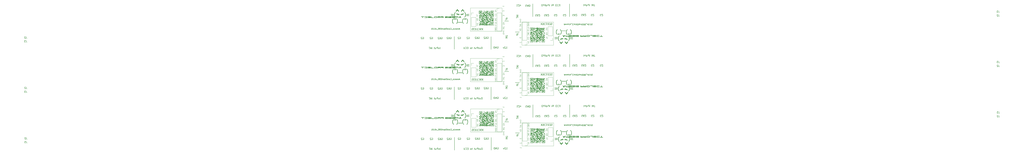
<source format=gbr>
%TF.GenerationSoftware,KiCad,Pcbnew,(6.0.0)*%
%TF.CreationDate,2022-10-06T11:10:54+02:00*%
%TF.ProjectId,012-Amesis-ColdSartE85_HWv0.01,3031322d-416d-4657-9369-732d436f6c64,v0.01_Golf 1.6L 16v *%
%TF.SameCoordinates,Original*%
%TF.FileFunction,Legend,Bot*%
%TF.FilePolarity,Positive*%
%FSLAX46Y46*%
G04 Gerber Fmt 4.6, Leading zero omitted, Abs format (unit mm)*
G04 Created by KiCad (PCBNEW (6.0.0)) date 2022-10-06 11:10:54*
%MOMM*%
%LPD*%
G01*
G04 APERTURE LIST*
%ADD10C,0.200000*%
%ADD11C,0.100000*%
%ADD12C,0.300000*%
%ADD13C,0.150000*%
%ADD14C,0.120000*%
G04 APERTURE END LIST*
D10*
X175078220Y-51631076D02*
X174078220Y-51631076D01*
X174792506Y-52059647D02*
X174792506Y-52535838D01*
X175078220Y-51964409D02*
X174078220Y-52297742D01*
X175078220Y-52631076D01*
X174078220Y-52821552D02*
X174078220Y-53392980D01*
X175078220Y-53107266D02*
X174078220Y-53107266D01*
D11*
X181134544Y-61476752D02*
X180334544Y-61476752D01*
X181134544Y-61857704D02*
X180334544Y-61857704D01*
X181134544Y-62314847D01*
X180334544Y-62314847D01*
X181058354Y-63152942D02*
X181096449Y-63114847D01*
X181134544Y-63000561D01*
X181134544Y-62924371D01*
X181096449Y-62810085D01*
X181020259Y-62733895D01*
X180944068Y-62695800D01*
X180791687Y-62657704D01*
X180677401Y-62657704D01*
X180525020Y-62695800D01*
X180448830Y-62733895D01*
X180372640Y-62810085D01*
X180334544Y-62924371D01*
X180334544Y-63000561D01*
X180372640Y-63114847D01*
X180410735Y-63152942D01*
X190799344Y-63991323D02*
X191599344Y-64257990D01*
X190799344Y-64524657D01*
X191599344Y-65172276D02*
X191599344Y-64791323D01*
X190799344Y-64791323D01*
D10*
X187819954Y-57255419D02*
X188486620Y-56255419D01*
X188486620Y-57255419D02*
X187819954Y-56255419D01*
X188915192Y-56255419D02*
X189105668Y-56255419D01*
X189200906Y-56303038D01*
X189248525Y-56350657D01*
X189343763Y-56493514D01*
X189391382Y-56683990D01*
X189391382Y-57064942D01*
X189343763Y-57160180D01*
X189296144Y-57207800D01*
X189200906Y-57255419D01*
X189010430Y-57255419D01*
X188915192Y-57207800D01*
X188867573Y-57160180D01*
X188819954Y-57064942D01*
X188819954Y-56826847D01*
X188867573Y-56731609D01*
X188915192Y-56683990D01*
X189010430Y-56636371D01*
X189200906Y-56636371D01*
X189296144Y-56683990D01*
X189343763Y-56731609D01*
X189391382Y-56826847D01*
X190391382Y-56350657D02*
X190343763Y-56303038D01*
X190200906Y-56255419D01*
X190105668Y-56255419D01*
X189962811Y-56303038D01*
X189867573Y-56398276D01*
X189819954Y-56493514D01*
X189772335Y-56683990D01*
X189772335Y-56826847D01*
X189819954Y-57017323D01*
X189867573Y-57112561D01*
X189962811Y-57207800D01*
X190105668Y-57255419D01*
X190200906Y-57255419D01*
X190343763Y-57207800D01*
X190391382Y-57160180D01*
X191343763Y-56255419D02*
X190772335Y-56255419D01*
X191058049Y-56255419D02*
X191058049Y-57255419D01*
X190962811Y-57112561D01*
X190867573Y-57017323D01*
X190772335Y-56969704D01*
X191962811Y-57255419D02*
X192058049Y-57255419D01*
X192153287Y-57207800D01*
X192200906Y-57160180D01*
X192248525Y-57064942D01*
X192296144Y-56874466D01*
X192296144Y-56636371D01*
X192248525Y-56445895D01*
X192200906Y-56350657D01*
X192153287Y-56303038D01*
X192058049Y-56255419D01*
X191962811Y-56255419D01*
X191867573Y-56303038D01*
X191819954Y-56350657D01*
X191772335Y-56445895D01*
X191724716Y-56636371D01*
X191724716Y-56874466D01*
X191772335Y-57064942D01*
X191819954Y-57160180D01*
X191867573Y-57207800D01*
X191962811Y-57255419D01*
X192629478Y-57255419D02*
X193248525Y-57255419D01*
X192915192Y-56874466D01*
X193058049Y-56874466D01*
X193153287Y-56826847D01*
X193200906Y-56779228D01*
X193248525Y-56683990D01*
X193248525Y-56445895D01*
X193200906Y-56350657D01*
X193153287Y-56303038D01*
X193058049Y-56255419D01*
X192772335Y-56255419D01*
X192677097Y-56303038D01*
X192629478Y-56350657D01*
X193629478Y-56303038D02*
X193772335Y-56255419D01*
X194010430Y-56255419D01*
X194105668Y-56303038D01*
X194153287Y-56350657D01*
X194200906Y-56445895D01*
X194200906Y-56541133D01*
X194153287Y-56636371D01*
X194105668Y-56683990D01*
X194010430Y-56731609D01*
X193819954Y-56779228D01*
X193724716Y-56826847D01*
X193677097Y-56874466D01*
X193629478Y-56969704D01*
X193629478Y-57064942D01*
X193677097Y-57160180D01*
X193724716Y-57207800D01*
X193819954Y-57255419D01*
X194058049Y-57255419D01*
X194200906Y-57207800D01*
X200968620Y-56828466D02*
X201349573Y-56828466D01*
X200892430Y-56599895D02*
X201159097Y-57399895D01*
X201425763Y-56599895D01*
X201692430Y-56599895D02*
X201692430Y-57133228D01*
X201692430Y-57057038D02*
X201730525Y-57095133D01*
X201806716Y-57133228D01*
X201921001Y-57133228D01*
X201997192Y-57095133D01*
X202035287Y-57018942D01*
X202035287Y-56599895D01*
X202035287Y-57018942D02*
X202073382Y-57095133D01*
X202149573Y-57133228D01*
X202263859Y-57133228D01*
X202340049Y-57095133D01*
X202378144Y-57018942D01*
X202378144Y-56599895D01*
X203063859Y-56637990D02*
X202987668Y-56599895D01*
X202835287Y-56599895D01*
X202759097Y-56637990D01*
X202721001Y-56714180D01*
X202721001Y-57018942D01*
X202759097Y-57095133D01*
X202835287Y-57133228D01*
X202987668Y-57133228D01*
X203063859Y-57095133D01*
X203101954Y-57018942D01*
X203101954Y-56942752D01*
X202721001Y-56866561D01*
X203406716Y-56637990D02*
X203482906Y-56599895D01*
X203635287Y-56599895D01*
X203711478Y-56637990D01*
X203749573Y-56714180D01*
X203749573Y-56752276D01*
X203711478Y-56828466D01*
X203635287Y-56866561D01*
X203521001Y-56866561D01*
X203444811Y-56904657D01*
X203406716Y-56980847D01*
X203406716Y-57018942D01*
X203444811Y-57095133D01*
X203521001Y-57133228D01*
X203635287Y-57133228D01*
X203711478Y-57095133D01*
X204092430Y-56599895D02*
X204092430Y-57133228D01*
X204092430Y-57399895D02*
X204054335Y-57361800D01*
X204092430Y-57323704D01*
X204130525Y-57361800D01*
X204092430Y-57399895D01*
X204092430Y-57323704D01*
X204435287Y-56637990D02*
X204511478Y-56599895D01*
X204663859Y-56599895D01*
X204740049Y-56637990D01*
X204778144Y-56714180D01*
X204778144Y-56752276D01*
X204740049Y-56828466D01*
X204663859Y-56866561D01*
X204549573Y-56866561D01*
X204473382Y-56904657D01*
X204435287Y-56980847D01*
X204435287Y-57018942D01*
X204473382Y-57095133D01*
X204549573Y-57133228D01*
X204663859Y-57133228D01*
X204740049Y-57095133D01*
X204930525Y-56523704D02*
X205540049Y-56523704D01*
X206187668Y-56676085D02*
X206149573Y-56637990D01*
X206035287Y-56599895D01*
X205959097Y-56599895D01*
X205844811Y-56637990D01*
X205768620Y-56714180D01*
X205730525Y-56790371D01*
X205692430Y-56942752D01*
X205692430Y-57057038D01*
X205730525Y-57209419D01*
X205768620Y-57285609D01*
X205844811Y-57361800D01*
X205959097Y-57399895D01*
X206035287Y-57399895D01*
X206149573Y-57361800D01*
X206187668Y-57323704D01*
X206644811Y-56599895D02*
X206568620Y-56637990D01*
X206530525Y-56676085D01*
X206492430Y-56752276D01*
X206492430Y-56980847D01*
X206530525Y-57057038D01*
X206568620Y-57095133D01*
X206644811Y-57133228D01*
X206759097Y-57133228D01*
X206835287Y-57095133D01*
X206873382Y-57057038D01*
X206911478Y-56980847D01*
X206911478Y-56752276D01*
X206873382Y-56676085D01*
X206835287Y-56637990D01*
X206759097Y-56599895D01*
X206644811Y-56599895D01*
X207368620Y-56599895D02*
X207292430Y-56637990D01*
X207254335Y-56714180D01*
X207254335Y-57399895D01*
X208016240Y-56599895D02*
X208016240Y-57399895D01*
X208016240Y-56637990D02*
X207940049Y-56599895D01*
X207787668Y-56599895D01*
X207711478Y-56637990D01*
X207673382Y-56676085D01*
X207635287Y-56752276D01*
X207635287Y-56980847D01*
X207673382Y-57057038D01*
X207711478Y-57095133D01*
X207787668Y-57133228D01*
X207940049Y-57133228D01*
X208016240Y-57095133D01*
X208359097Y-56637990D02*
X208473382Y-56599895D01*
X208663859Y-56599895D01*
X208740049Y-56637990D01*
X208778144Y-56676085D01*
X208816240Y-56752276D01*
X208816240Y-56828466D01*
X208778144Y-56904657D01*
X208740049Y-56942752D01*
X208663859Y-56980847D01*
X208511478Y-57018942D01*
X208435287Y-57057038D01*
X208397192Y-57095133D01*
X208359097Y-57171323D01*
X208359097Y-57247514D01*
X208397192Y-57323704D01*
X208435287Y-57361800D01*
X208511478Y-57399895D01*
X208701954Y-57399895D01*
X208816240Y-57361800D01*
X209044811Y-57133228D02*
X209349573Y-57133228D01*
X209159097Y-57399895D02*
X209159097Y-56714180D01*
X209197192Y-56637990D01*
X209273382Y-56599895D01*
X209349573Y-56599895D01*
X209959097Y-56599895D02*
X209959097Y-57018942D01*
X209921001Y-57095133D01*
X209844811Y-57133228D01*
X209692430Y-57133228D01*
X209616240Y-57095133D01*
X209959097Y-56637990D02*
X209882906Y-56599895D01*
X209692430Y-56599895D01*
X209616240Y-56637990D01*
X209578144Y-56714180D01*
X209578144Y-56790371D01*
X209616240Y-56866561D01*
X209692430Y-56904657D01*
X209882906Y-56904657D01*
X209959097Y-56942752D01*
X210340049Y-56599895D02*
X210340049Y-57133228D01*
X210340049Y-56980847D02*
X210378144Y-57057038D01*
X210416240Y-57095133D01*
X210492430Y-57133228D01*
X210568620Y-57133228D01*
X210721001Y-57133228D02*
X211025763Y-57133228D01*
X210835287Y-57399895D02*
X210835287Y-56714180D01*
X210873382Y-56637990D01*
X210949573Y-56599895D01*
X211025763Y-56599895D01*
X211292430Y-57018942D02*
X211559097Y-57018942D01*
X211673382Y-56599895D02*
X211292430Y-56599895D01*
X211292430Y-57399895D01*
X211673382Y-57399895D01*
X212130525Y-57057038D02*
X212054335Y-57095133D01*
X212016240Y-57133228D01*
X211978144Y-57209419D01*
X211978144Y-57247514D01*
X212016240Y-57323704D01*
X212054335Y-57361800D01*
X212130525Y-57399895D01*
X212282906Y-57399895D01*
X212359097Y-57361800D01*
X212397192Y-57323704D01*
X212435287Y-57247514D01*
X212435287Y-57209419D01*
X212397192Y-57133228D01*
X212359097Y-57095133D01*
X212282906Y-57057038D01*
X212130525Y-57057038D01*
X212054335Y-57018942D01*
X212016240Y-56980847D01*
X211978144Y-56904657D01*
X211978144Y-56752276D01*
X212016240Y-56676085D01*
X212054335Y-56637990D01*
X212130525Y-56599895D01*
X212282906Y-56599895D01*
X212359097Y-56637990D01*
X212397192Y-56676085D01*
X212435287Y-56752276D01*
X212435287Y-56904657D01*
X212397192Y-56980847D01*
X212359097Y-57018942D01*
X212282906Y-57057038D01*
X213159097Y-57399895D02*
X212778144Y-57399895D01*
X212740049Y-57018942D01*
X212778144Y-57057038D01*
X212854335Y-57095133D01*
X213044811Y-57095133D01*
X213121001Y-57057038D01*
X213159097Y-57018942D01*
X213197192Y-56942752D01*
X213197192Y-56752276D01*
X213159097Y-56676085D01*
X213121001Y-56637990D01*
X213044811Y-56599895D01*
X212854335Y-56599895D01*
X212778144Y-56637990D01*
X212740049Y-56676085D01*
X213349573Y-56523704D02*
X213959097Y-56523704D01*
X214073382Y-57133228D02*
X214263859Y-56599895D01*
X214454335Y-57133228D01*
X214911478Y-57399895D02*
X214987668Y-57399895D01*
X215063859Y-57361800D01*
X215101954Y-57323704D01*
X215140049Y-57247514D01*
X215178144Y-57095133D01*
X215178144Y-56904657D01*
X215140049Y-56752276D01*
X215101954Y-56676085D01*
X215063859Y-56637990D01*
X214987668Y-56599895D01*
X214911478Y-56599895D01*
X214835287Y-56637990D01*
X214797192Y-56676085D01*
X214759097Y-56752276D01*
X214721001Y-56904657D01*
X214721001Y-57095133D01*
X214759097Y-57247514D01*
X214797192Y-57323704D01*
X214835287Y-57361800D01*
X214911478Y-57399895D01*
X215521001Y-56676085D02*
X215559097Y-56637990D01*
X215521001Y-56599895D01*
X215482906Y-56637990D01*
X215521001Y-56676085D01*
X215521001Y-56599895D01*
X216054335Y-57399895D02*
X216130525Y-57399895D01*
X216206716Y-57361800D01*
X216244811Y-57323704D01*
X216282906Y-57247514D01*
X216321001Y-57095133D01*
X216321001Y-56904657D01*
X216282906Y-56752276D01*
X216244811Y-56676085D01*
X216206716Y-56637990D01*
X216130525Y-56599895D01*
X216054335Y-56599895D01*
X215978144Y-56637990D01*
X215940049Y-56676085D01*
X215901954Y-56752276D01*
X215863859Y-56904657D01*
X215863859Y-57095133D01*
X215901954Y-57247514D01*
X215940049Y-57323704D01*
X215978144Y-57361800D01*
X216054335Y-57399895D01*
X217082906Y-56599895D02*
X216625763Y-56599895D01*
X216854335Y-56599895D02*
X216854335Y-57399895D01*
X216778144Y-57285609D01*
X216701954Y-57209419D01*
X216625763Y-57171323D01*
D11*
X180372640Y-56199876D02*
X180334544Y-56123685D01*
X180334544Y-56009400D01*
X180372640Y-55895114D01*
X180448830Y-55818923D01*
X180525020Y-55780828D01*
X180677401Y-55742733D01*
X180791687Y-55742733D01*
X180944068Y-55780828D01*
X181020259Y-55818923D01*
X181096449Y-55895114D01*
X181134544Y-56009400D01*
X181134544Y-56085590D01*
X181096449Y-56199876D01*
X181058354Y-56237971D01*
X180791687Y-56237971D01*
X180791687Y-56085590D01*
X181134544Y-56580828D02*
X180334544Y-56580828D01*
X181134544Y-57037971D01*
X180334544Y-57037971D01*
X181134544Y-57418923D02*
X180334544Y-57418923D01*
X180334544Y-57609400D01*
X180372640Y-57723685D01*
X180448830Y-57799876D01*
X180525020Y-57837971D01*
X180677401Y-57876066D01*
X180791687Y-57876066D01*
X180944068Y-57837971D01*
X181020259Y-57799876D01*
X181096449Y-57723685D01*
X181134544Y-57609400D01*
X181134544Y-57418923D01*
D10*
X201019344Y-52229400D02*
X200924106Y-52277019D01*
X200781249Y-52277019D01*
X200638392Y-52229400D01*
X200543154Y-52134161D01*
X200495535Y-52038923D01*
X200447916Y-51848447D01*
X200447916Y-51705590D01*
X200495535Y-51515114D01*
X200543154Y-51419876D01*
X200638392Y-51324638D01*
X200781249Y-51277019D01*
X200876487Y-51277019D01*
X201019344Y-51324638D01*
X201066963Y-51372257D01*
X201066963Y-51705590D01*
X200876487Y-51705590D01*
X201447916Y-52181780D02*
X201495535Y-52229400D01*
X201590773Y-52277019D01*
X201828868Y-52277019D01*
X201924106Y-52229400D01*
X201971725Y-52181780D01*
X202019344Y-52086542D01*
X202019344Y-51991304D01*
X201971725Y-51848447D01*
X201400297Y-51277019D01*
X202019344Y-51277019D01*
D11*
X175991135Y-66893228D02*
X175953040Y-66931323D01*
X175914944Y-67007514D01*
X175914944Y-67197990D01*
X175953040Y-67274180D01*
X175991135Y-67312276D01*
X176067325Y-67350371D01*
X176143516Y-67350371D01*
X176257801Y-67312276D01*
X176714944Y-66855133D01*
X176714944Y-67350371D01*
D10*
X174765611Y-45841419D02*
X174194182Y-45841419D01*
X174479897Y-45841419D02*
X174479897Y-46841419D01*
X174384659Y-46698561D01*
X174289420Y-46603323D01*
X174194182Y-46555704D01*
X175146563Y-46746180D02*
X175194182Y-46793800D01*
X175289420Y-46841419D01*
X175527516Y-46841419D01*
X175622754Y-46793800D01*
X175670373Y-46746180D01*
X175717992Y-46650942D01*
X175717992Y-46555704D01*
X175670373Y-46412847D01*
X175098944Y-45841419D01*
X175717992Y-45841419D01*
X176051325Y-46508085D02*
X176289420Y-45841419D01*
X176527516Y-46508085D01*
D11*
X175914944Y-64213533D02*
X175914944Y-64708771D01*
X176219706Y-64442104D01*
X176219706Y-64556390D01*
X176257801Y-64632580D01*
X176295897Y-64670676D01*
X176372087Y-64708771D01*
X176562563Y-64708771D01*
X176638754Y-64670676D01*
X176676849Y-64632580D01*
X176714944Y-64556390D01*
X176714944Y-64327819D01*
X176676849Y-64251628D01*
X176638754Y-64213533D01*
D10*
X190402144Y-52280200D02*
X190306906Y-52327819D01*
X190164049Y-52327819D01*
X190021192Y-52280200D01*
X189925954Y-52184961D01*
X189878335Y-52089723D01*
X189830716Y-51899247D01*
X189830716Y-51756390D01*
X189878335Y-51565914D01*
X189925954Y-51470676D01*
X190021192Y-51375438D01*
X190164049Y-51327819D01*
X190259287Y-51327819D01*
X190402144Y-51375438D01*
X190449763Y-51423057D01*
X190449763Y-51756390D01*
X190259287Y-51756390D01*
X191306906Y-52327819D02*
X191116430Y-52327819D01*
X191021192Y-52280200D01*
X190973573Y-52232580D01*
X190878335Y-52089723D01*
X190830716Y-51899247D01*
X190830716Y-51518295D01*
X190878335Y-51423057D01*
X190925954Y-51375438D01*
X191021192Y-51327819D01*
X191211668Y-51327819D01*
X191306906Y-51375438D01*
X191354525Y-51423057D01*
X191402144Y-51518295D01*
X191402144Y-51756390D01*
X191354525Y-51851628D01*
X191306906Y-51899247D01*
X191211668Y-51946866D01*
X191021192Y-51946866D01*
X190925954Y-51899247D01*
X190878335Y-51851628D01*
X190830716Y-51756390D01*
X191783097Y-52232580D02*
X191830716Y-52280200D01*
X191925954Y-52327819D01*
X192164049Y-52327819D01*
X192259287Y-52280200D01*
X192306906Y-52232580D01*
X192354525Y-52137342D01*
X192354525Y-52042104D01*
X192306906Y-51899247D01*
X191735478Y-51327819D01*
X192354525Y-51327819D01*
D11*
X181058354Y-64702466D02*
X181096449Y-64664371D01*
X181134544Y-64550085D01*
X181134544Y-64473895D01*
X181096449Y-64359609D01*
X181020259Y-64283419D01*
X180944068Y-64245323D01*
X180791687Y-64207228D01*
X180677401Y-64207228D01*
X180525020Y-64245323D01*
X180448830Y-64283419D01*
X180372640Y-64359609D01*
X180334544Y-64473895D01*
X180334544Y-64550085D01*
X180372640Y-64664371D01*
X180410735Y-64702466D01*
X181096449Y-65007228D02*
X181134544Y-65121514D01*
X181134544Y-65311990D01*
X181096449Y-65388180D01*
X181058354Y-65426276D01*
X180982163Y-65464371D01*
X180905973Y-65464371D01*
X180829782Y-65426276D01*
X180791687Y-65388180D01*
X180753592Y-65311990D01*
X180715497Y-65159609D01*
X180677401Y-65083419D01*
X180639306Y-65045323D01*
X180563116Y-65007228D01*
X180486925Y-65007228D01*
X180410735Y-65045323D01*
X180372640Y-65083419D01*
X180334544Y-65159609D01*
X180334544Y-65350085D01*
X180372640Y-65464371D01*
X176714944Y-69991971D02*
X176714944Y-69534828D01*
X176714944Y-69763400D02*
X175914944Y-69763400D01*
X176029230Y-69687209D01*
X176105420Y-69611019D01*
X176143516Y-69534828D01*
D10*
X188443211Y-46638219D02*
X188633687Y-46638219D01*
X188728925Y-46590600D01*
X188824163Y-46495361D01*
X188871782Y-46304885D01*
X188871782Y-45971552D01*
X188824163Y-45781076D01*
X188728925Y-45685838D01*
X188633687Y-45638219D01*
X188443211Y-45638219D01*
X188347973Y-45685838D01*
X188252735Y-45781076D01*
X188205116Y-45971552D01*
X188205116Y-46304885D01*
X188252735Y-46495361D01*
X188347973Y-46590600D01*
X188443211Y-46638219D01*
X189728925Y-46304885D02*
X189728925Y-45638219D01*
X189300354Y-46304885D02*
X189300354Y-45781076D01*
X189347973Y-45685838D01*
X189443211Y-45638219D01*
X189586068Y-45638219D01*
X189681306Y-45685838D01*
X189728925Y-45733457D01*
X190062259Y-46304885D02*
X190443211Y-46304885D01*
X190205116Y-46638219D02*
X190205116Y-45781076D01*
X190252735Y-45685838D01*
X190347973Y-45638219D01*
X190443211Y-45638219D01*
X190776544Y-45638219D02*
X190776544Y-46638219D01*
X191157497Y-46638219D01*
X191252735Y-46590600D01*
X191300354Y-46542980D01*
X191347973Y-46447742D01*
X191347973Y-46304885D01*
X191300354Y-46209647D01*
X191252735Y-46162028D01*
X191157497Y-46114409D01*
X190776544Y-46114409D01*
X192205116Y-46304885D02*
X192205116Y-45638219D01*
X191776544Y-46304885D02*
X191776544Y-45781076D01*
X191824163Y-45685838D01*
X191919401Y-45638219D01*
X192062259Y-45638219D01*
X192157497Y-45685838D01*
X192205116Y-45733457D01*
X192538449Y-46304885D02*
X192919401Y-46304885D01*
X192681306Y-46638219D02*
X192681306Y-45781076D01*
X192728925Y-45685838D01*
X192824163Y-45638219D01*
X192919401Y-45638219D01*
X193871782Y-46304885D02*
X194252735Y-46304885D01*
X194014640Y-46638219D02*
X194014640Y-45781076D01*
X194062259Y-45685838D01*
X194157497Y-45638219D01*
X194252735Y-45638219D01*
X194728925Y-45638219D02*
X194633687Y-45685838D01*
X194586068Y-45733457D01*
X194538449Y-45828695D01*
X194538449Y-46114409D01*
X194586068Y-46209647D01*
X194633687Y-46257266D01*
X194728925Y-46304885D01*
X194871782Y-46304885D01*
X194967020Y-46257266D01*
X195014640Y-46209647D01*
X195062259Y-46114409D01*
X195062259Y-45828695D01*
X195014640Y-45733457D01*
X194967020Y-45685838D01*
X194871782Y-45638219D01*
X194728925Y-45638219D01*
X196252735Y-46162028D02*
X196586068Y-46162028D01*
X196728925Y-45638219D02*
X196252735Y-45638219D01*
X196252735Y-46638219D01*
X196728925Y-46638219D01*
X197728925Y-45733457D02*
X197681306Y-45685838D01*
X197538449Y-45638219D01*
X197443211Y-45638219D01*
X197300354Y-45685838D01*
X197205116Y-45781076D01*
X197157497Y-45876314D01*
X197109878Y-46066790D01*
X197109878Y-46209647D01*
X197157497Y-46400123D01*
X197205116Y-46495361D01*
X197300354Y-46590600D01*
X197443211Y-46638219D01*
X197538449Y-46638219D01*
X197681306Y-46590600D01*
X197728925Y-46542980D01*
X198157497Y-46638219D02*
X198157497Y-45828695D01*
X198205116Y-45733457D01*
X198252735Y-45685838D01*
X198347973Y-45638219D01*
X198538449Y-45638219D01*
X198633687Y-45685838D01*
X198681306Y-45733457D01*
X198728925Y-45828695D01*
X198728925Y-46638219D01*
D11*
X175851440Y-54364714D02*
X175813344Y-54288523D01*
X175813344Y-54174238D01*
X175851440Y-54059952D01*
X175927630Y-53983761D01*
X176003820Y-53945666D01*
X176156201Y-53907571D01*
X176270487Y-53907571D01*
X176422868Y-53945666D01*
X176499059Y-53983761D01*
X176575249Y-54059952D01*
X176613344Y-54174238D01*
X176613344Y-54250428D01*
X176575249Y-54364714D01*
X176537154Y-54402809D01*
X176270487Y-54402809D01*
X176270487Y-54250428D01*
X176080011Y-54745666D02*
X176613344Y-54745666D01*
X176156201Y-54745666D02*
X176118106Y-54783761D01*
X176080011Y-54859952D01*
X176080011Y-54974238D01*
X176118106Y-55050428D01*
X176194297Y-55088523D01*
X176613344Y-55088523D01*
X176613344Y-55812333D02*
X175813344Y-55812333D01*
X176575249Y-55812333D02*
X176613344Y-55736142D01*
X176613344Y-55583761D01*
X176575249Y-55507571D01*
X176537154Y-55469476D01*
X176460963Y-55431380D01*
X176232392Y-55431380D01*
X176156201Y-55469476D01*
X176118106Y-55507571D01*
X176080011Y-55583761D01*
X176080011Y-55736142D01*
X176118106Y-55812333D01*
X190697744Y-58816085D02*
X191497744Y-59082752D01*
X190697744Y-59349419D01*
X191497744Y-59616085D02*
X190697744Y-59616085D01*
X191078697Y-59616085D02*
X191078697Y-60073228D01*
X191497744Y-60073228D02*
X190697744Y-60073228D01*
X176664144Y-56872980D02*
X175864144Y-56872980D01*
X176435573Y-57215838D02*
X176435573Y-57596790D01*
X176664144Y-57139647D02*
X175864144Y-57406314D01*
X176664144Y-57672980D01*
X175864144Y-57825361D02*
X175864144Y-58282504D01*
X176664144Y-58053933D02*
X175864144Y-58053933D01*
D10*
X211976335Y-45587419D02*
X211976335Y-46587419D01*
X212452525Y-46254085D02*
X212452525Y-45587419D01*
X212452525Y-46158847D02*
X212500144Y-46206466D01*
X212595382Y-46254085D01*
X212738240Y-46254085D01*
X212833478Y-46206466D01*
X212881097Y-46111228D01*
X212881097Y-45587419D01*
X213357287Y-45587419D02*
X213357287Y-46587419D01*
X213738240Y-46587419D01*
X213833478Y-46539800D01*
X213881097Y-46492180D01*
X213928716Y-46396942D01*
X213928716Y-46254085D01*
X213881097Y-46158847D01*
X213833478Y-46111228D01*
X213738240Y-46063609D01*
X213357287Y-46063609D01*
X214785859Y-46254085D02*
X214785859Y-45587419D01*
X214357287Y-46254085D02*
X214357287Y-45730276D01*
X214404906Y-45635038D01*
X214500144Y-45587419D01*
X214643001Y-45587419D01*
X214738240Y-45635038D01*
X214785859Y-45682657D01*
X215119192Y-46254085D02*
X215500144Y-46254085D01*
X215262049Y-46587419D02*
X215262049Y-45730276D01*
X215309668Y-45635038D01*
X215404906Y-45587419D01*
X215500144Y-45587419D01*
X216595382Y-45587419D02*
X216595382Y-46587419D01*
X217023954Y-45873133D02*
X217500144Y-45873133D01*
X216928716Y-45587419D02*
X217262049Y-46587419D01*
X217595382Y-45587419D01*
X217785859Y-46587419D02*
X218357287Y-46587419D01*
X218071573Y-45587419D02*
X218071573Y-46587419D01*
X195990144Y-52229400D02*
X195894906Y-52277019D01*
X195752049Y-52277019D01*
X195609192Y-52229400D01*
X195513954Y-52134161D01*
X195466335Y-52038923D01*
X195418716Y-51848447D01*
X195418716Y-51705590D01*
X195466335Y-51515114D01*
X195513954Y-51419876D01*
X195609192Y-51324638D01*
X195752049Y-51277019D01*
X195847287Y-51277019D01*
X195990144Y-51324638D01*
X196037763Y-51372257D01*
X196037763Y-51705590D01*
X195847287Y-51705590D01*
X196418716Y-52181780D02*
X196466335Y-52229400D01*
X196561573Y-52277019D01*
X196799668Y-52277019D01*
X196894906Y-52229400D01*
X196942525Y-52181780D01*
X196990144Y-52086542D01*
X196990144Y-51991304D01*
X196942525Y-51848447D01*
X196371097Y-51277019D01*
X196990144Y-51277019D01*
X185372944Y-52331000D02*
X185277706Y-52378619D01*
X185134849Y-52378619D01*
X184991992Y-52331000D01*
X184896754Y-52235761D01*
X184849135Y-52140523D01*
X184801516Y-51950047D01*
X184801516Y-51807190D01*
X184849135Y-51616714D01*
X184896754Y-51521476D01*
X184991992Y-51426238D01*
X185134849Y-51378619D01*
X185230087Y-51378619D01*
X185372944Y-51426238D01*
X185420563Y-51473857D01*
X185420563Y-51807190D01*
X185230087Y-51807190D01*
X186277706Y-52378619D02*
X186087230Y-52378619D01*
X185991992Y-52331000D01*
X185944373Y-52283380D01*
X185849135Y-52140523D01*
X185801516Y-51950047D01*
X185801516Y-51569095D01*
X185849135Y-51473857D01*
X185896754Y-51426238D01*
X185991992Y-51378619D01*
X186182468Y-51378619D01*
X186277706Y-51426238D01*
X186325325Y-51473857D01*
X186372944Y-51569095D01*
X186372944Y-51807190D01*
X186325325Y-51902428D01*
X186277706Y-51950047D01*
X186182468Y-51997666D01*
X185991992Y-51997666D01*
X185896754Y-51950047D01*
X185849135Y-51902428D01*
X185801516Y-51807190D01*
X186753897Y-52283380D02*
X186801516Y-52331000D01*
X186896754Y-52378619D01*
X187134849Y-52378619D01*
X187230087Y-52331000D01*
X187277706Y-52283380D01*
X187325325Y-52188142D01*
X187325325Y-52092904D01*
X187277706Y-51950047D01*
X186706278Y-51378619D01*
X187325325Y-51378619D01*
D11*
X180334544Y-58555780D02*
X180982163Y-58555780D01*
X181058354Y-58593876D01*
X181096449Y-58631971D01*
X181134544Y-58708161D01*
X181134544Y-58860542D01*
X181096449Y-58936733D01*
X181058354Y-58974828D01*
X180982163Y-59012923D01*
X180334544Y-59012923D01*
X180296449Y-59965304D02*
X181325020Y-59279590D01*
X181134544Y-60231971D02*
X180334544Y-60231971D01*
X180334544Y-60422447D01*
X180372640Y-60536733D01*
X180448830Y-60612923D01*
X180525020Y-60651019D01*
X180677401Y-60689114D01*
X180791687Y-60689114D01*
X180944068Y-60651019D01*
X181020259Y-60612923D01*
X181096449Y-60536733D01*
X181134544Y-60422447D01*
X181134544Y-60231971D01*
D10*
X206302544Y-52178600D02*
X206207306Y-52226219D01*
X206064449Y-52226219D01*
X205921592Y-52178600D01*
X205826354Y-52083361D01*
X205778735Y-51988123D01*
X205731116Y-51797647D01*
X205731116Y-51654790D01*
X205778735Y-51464314D01*
X205826354Y-51369076D01*
X205921592Y-51273838D01*
X206064449Y-51226219D01*
X206159687Y-51226219D01*
X206302544Y-51273838D01*
X206350163Y-51321457D01*
X206350163Y-51654790D01*
X206159687Y-51654790D01*
X207207306Y-52226219D02*
X207016830Y-52226219D01*
X206921592Y-52178600D01*
X206873973Y-52130980D01*
X206778735Y-51988123D01*
X206731116Y-51797647D01*
X206731116Y-51416695D01*
X206778735Y-51321457D01*
X206826354Y-51273838D01*
X206921592Y-51226219D01*
X207112068Y-51226219D01*
X207207306Y-51273838D01*
X207254925Y-51321457D01*
X207302544Y-51416695D01*
X207302544Y-51654790D01*
X207254925Y-51750028D01*
X207207306Y-51797647D01*
X207112068Y-51845266D01*
X206921592Y-51845266D01*
X206826354Y-51797647D01*
X206778735Y-51750028D01*
X206731116Y-51654790D01*
X207683497Y-52130980D02*
X207731116Y-52178600D01*
X207826354Y-52226219D01*
X208064449Y-52226219D01*
X208159687Y-52178600D01*
X208207306Y-52130980D01*
X208254925Y-52035742D01*
X208254925Y-51940504D01*
X208207306Y-51797647D01*
X207635878Y-51226219D01*
X208254925Y-51226219D01*
X216818144Y-52178600D02*
X216722906Y-52226219D01*
X216580049Y-52226219D01*
X216437192Y-52178600D01*
X216341954Y-52083361D01*
X216294335Y-51988123D01*
X216246716Y-51797647D01*
X216246716Y-51654790D01*
X216294335Y-51464314D01*
X216341954Y-51369076D01*
X216437192Y-51273838D01*
X216580049Y-51226219D01*
X216675287Y-51226219D01*
X216818144Y-51273838D01*
X216865763Y-51321457D01*
X216865763Y-51654790D01*
X216675287Y-51654790D01*
X217246716Y-52130980D02*
X217294335Y-52178600D01*
X217389573Y-52226219D01*
X217627668Y-52226219D01*
X217722906Y-52178600D01*
X217770525Y-52130980D01*
X217818144Y-52035742D01*
X217818144Y-51940504D01*
X217770525Y-51797647D01*
X217199097Y-51226219D01*
X217818144Y-51226219D01*
D11*
X190697744Y-61470390D02*
X191497744Y-61737057D01*
X190697744Y-62003723D01*
X190697744Y-62194200D02*
X191497744Y-62384676D01*
X190926316Y-62537057D01*
X191497744Y-62689438D01*
X190697744Y-62879914D01*
X180334544Y-67007514D02*
X180334544Y-66626561D01*
X180715497Y-66588466D01*
X180677401Y-66626561D01*
X180639306Y-66702752D01*
X180639306Y-66893228D01*
X180677401Y-66969419D01*
X180715497Y-67007514D01*
X180791687Y-67045609D01*
X180982163Y-67045609D01*
X181058354Y-67007514D01*
X181096449Y-66969419D01*
X181134544Y-66893228D01*
X181134544Y-66702752D01*
X181096449Y-66626561D01*
X181058354Y-66588466D01*
X180601211Y-67312276D02*
X181134544Y-67502752D01*
X180601211Y-67693228D01*
D10*
X179756735Y-46844600D02*
X179661497Y-46892219D01*
X179518640Y-46892219D01*
X179375782Y-46844600D01*
X179280544Y-46749361D01*
X179232925Y-46654123D01*
X179185306Y-46463647D01*
X179185306Y-46320790D01*
X179232925Y-46130314D01*
X179280544Y-46035076D01*
X179375782Y-45939838D01*
X179518640Y-45892219D01*
X179613878Y-45892219D01*
X179756735Y-45939838D01*
X179804354Y-45987457D01*
X179804354Y-46320790D01*
X179613878Y-46320790D01*
X180232925Y-45892219D02*
X180232925Y-46892219D01*
X180804354Y-45892219D01*
X180804354Y-46892219D01*
X181280544Y-45892219D02*
X181280544Y-46892219D01*
X181518640Y-46892219D01*
X181661497Y-46844600D01*
X181756735Y-46749361D01*
X181804354Y-46654123D01*
X181851973Y-46463647D01*
X181851973Y-46320790D01*
X181804354Y-46130314D01*
X181756735Y-46035076D01*
X181661497Y-45939838D01*
X181518640Y-45892219D01*
X181280544Y-45892219D01*
D11*
X175864144Y-59857419D02*
X175864144Y-59476466D01*
X176245097Y-59438371D01*
X176207001Y-59476466D01*
X176168906Y-59552657D01*
X176168906Y-59743133D01*
X176207001Y-59819323D01*
X176245097Y-59857419D01*
X176321287Y-59895514D01*
X176511763Y-59895514D01*
X176587954Y-59857419D01*
X176626049Y-59819323D01*
X176664144Y-59743133D01*
X176664144Y-59552657D01*
X176626049Y-59476466D01*
X176587954Y-59438371D01*
X175864144Y-60124085D02*
X176664144Y-60390752D01*
X175864144Y-60657419D01*
D10*
X211331744Y-52127800D02*
X211236506Y-52175419D01*
X211093649Y-52175419D01*
X210950792Y-52127800D01*
X210855554Y-52032561D01*
X210807935Y-51937323D01*
X210760316Y-51746847D01*
X210760316Y-51603990D01*
X210807935Y-51413514D01*
X210855554Y-51318276D01*
X210950792Y-51223038D01*
X211093649Y-51175419D01*
X211188887Y-51175419D01*
X211331744Y-51223038D01*
X211379363Y-51270657D01*
X211379363Y-51603990D01*
X211188887Y-51603990D01*
X212236506Y-52175419D02*
X212046030Y-52175419D01*
X211950792Y-52127800D01*
X211903173Y-52080180D01*
X211807935Y-51937323D01*
X211760316Y-51746847D01*
X211760316Y-51365895D01*
X211807935Y-51270657D01*
X211855554Y-51223038D01*
X211950792Y-51175419D01*
X212141268Y-51175419D01*
X212236506Y-51223038D01*
X212284125Y-51270657D01*
X212331744Y-51365895D01*
X212331744Y-51603990D01*
X212284125Y-51699228D01*
X212236506Y-51746847D01*
X212141268Y-51794466D01*
X211950792Y-51794466D01*
X211855554Y-51746847D01*
X211807935Y-51699228D01*
X211760316Y-51603990D01*
X212712697Y-52080180D02*
X212760316Y-52127800D01*
X212855554Y-52175419D01*
X213093649Y-52175419D01*
X213188887Y-52127800D01*
X213236506Y-52080180D01*
X213284125Y-51984942D01*
X213284125Y-51889704D01*
X213236506Y-51746847D01*
X212665078Y-51175419D01*
X213284125Y-51175419D01*
X221847344Y-52178600D02*
X221752106Y-52226219D01*
X221609249Y-52226219D01*
X221466392Y-52178600D01*
X221371154Y-52083361D01*
X221323535Y-51988123D01*
X221275916Y-51797647D01*
X221275916Y-51654790D01*
X221323535Y-51464314D01*
X221371154Y-51369076D01*
X221466392Y-51273838D01*
X221609249Y-51226219D01*
X221704487Y-51226219D01*
X221847344Y-51273838D01*
X221894963Y-51321457D01*
X221894963Y-51654790D01*
X221704487Y-51654790D01*
X222275916Y-52130980D02*
X222323535Y-52178600D01*
X222418773Y-52226219D01*
X222656868Y-52226219D01*
X222752106Y-52178600D01*
X222799725Y-52130980D01*
X222847344Y-52035742D01*
X222847344Y-51940504D01*
X222799725Y-51797647D01*
X222228297Y-51226219D01*
X222847344Y-51226219D01*
X174129020Y-62192657D02*
X174843306Y-62192657D01*
X174986163Y-62145038D01*
X175081401Y-62049800D01*
X175129020Y-61906942D01*
X175129020Y-61811704D01*
X175129020Y-62668847D02*
X174129020Y-62668847D01*
X174129020Y-63049800D01*
X174176640Y-63145038D01*
X174224259Y-63192657D01*
X174319497Y-63240276D01*
X174462354Y-63240276D01*
X174557592Y-63192657D01*
X174605211Y-63145038D01*
X174652830Y-63049800D01*
X174652830Y-62668847D01*
X173355840Y-61330600D02*
X175692640Y-61330600D01*
X204039040Y-52593000D02*
X204039040Y-45379400D01*
D11*
X194996640Y-68747400D02*
X177064240Y-68747400D01*
X177064240Y-68747400D02*
X177064240Y-55590200D01*
X177064240Y-55590200D02*
X194996640Y-55590200D01*
X194996640Y-55590200D02*
X194996640Y-68747400D01*
D10*
X183312640Y-52542200D02*
X183312640Y-45328600D01*
X175129020Y-80180676D02*
X174129020Y-80180676D01*
X174843306Y-80609247D02*
X174843306Y-81085438D01*
X175129020Y-80514009D02*
X174129020Y-80847342D01*
X175129020Y-81180676D01*
X174129020Y-81371152D02*
X174129020Y-81942580D01*
X175129020Y-81656866D02*
X174129020Y-81656866D01*
D11*
X181185344Y-90026352D02*
X180385344Y-90026352D01*
X181185344Y-90407304D02*
X180385344Y-90407304D01*
X181185344Y-90864447D01*
X180385344Y-90864447D01*
X181109154Y-91702542D02*
X181147249Y-91664447D01*
X181185344Y-91550161D01*
X181185344Y-91473971D01*
X181147249Y-91359685D01*
X181071059Y-91283495D01*
X180994868Y-91245400D01*
X180842487Y-91207304D01*
X180728201Y-91207304D01*
X180575820Y-91245400D01*
X180499630Y-91283495D01*
X180423440Y-91359685D01*
X180385344Y-91473971D01*
X180385344Y-91550161D01*
X180423440Y-91664447D01*
X180461535Y-91702542D01*
X190850144Y-92540923D02*
X191650144Y-92807590D01*
X190850144Y-93074257D01*
X191650144Y-93721876D02*
X191650144Y-93340923D01*
X190850144Y-93340923D01*
X180385344Y-95557114D02*
X180385344Y-95176161D01*
X180766297Y-95138066D01*
X180728201Y-95176161D01*
X180690106Y-95252352D01*
X180690106Y-95442828D01*
X180728201Y-95519019D01*
X180766297Y-95557114D01*
X180842487Y-95595209D01*
X181032963Y-95595209D01*
X181109154Y-95557114D01*
X181147249Y-95519019D01*
X181185344Y-95442828D01*
X181185344Y-95252352D01*
X181147249Y-95176161D01*
X181109154Y-95138066D01*
X180652011Y-95861876D02*
X181185344Y-96052352D01*
X180652011Y-96242828D01*
D10*
X211382544Y-80677400D02*
X211287306Y-80725019D01*
X211144449Y-80725019D01*
X211001592Y-80677400D01*
X210906354Y-80582161D01*
X210858735Y-80486923D01*
X210811116Y-80296447D01*
X210811116Y-80153590D01*
X210858735Y-79963114D01*
X210906354Y-79867876D01*
X211001592Y-79772638D01*
X211144449Y-79725019D01*
X211239687Y-79725019D01*
X211382544Y-79772638D01*
X211430163Y-79820257D01*
X211430163Y-80153590D01*
X211239687Y-80153590D01*
X212287306Y-80725019D02*
X212096830Y-80725019D01*
X212001592Y-80677400D01*
X211953973Y-80629780D01*
X211858735Y-80486923D01*
X211811116Y-80296447D01*
X211811116Y-79915495D01*
X211858735Y-79820257D01*
X211906354Y-79772638D01*
X212001592Y-79725019D01*
X212192068Y-79725019D01*
X212287306Y-79772638D01*
X212334925Y-79820257D01*
X212382544Y-79915495D01*
X212382544Y-80153590D01*
X212334925Y-80248828D01*
X212287306Y-80296447D01*
X212192068Y-80344066D01*
X212001592Y-80344066D01*
X211906354Y-80296447D01*
X211858735Y-80248828D01*
X211811116Y-80153590D01*
X212763497Y-80629780D02*
X212811116Y-80677400D01*
X212906354Y-80725019D01*
X213144449Y-80725019D01*
X213239687Y-80677400D01*
X213287306Y-80629780D01*
X213334925Y-80534542D01*
X213334925Y-80439304D01*
X213287306Y-80296447D01*
X212715878Y-79725019D01*
X213334925Y-79725019D01*
X221898144Y-80728200D02*
X221802906Y-80775819D01*
X221660049Y-80775819D01*
X221517192Y-80728200D01*
X221421954Y-80632961D01*
X221374335Y-80537723D01*
X221326716Y-80347247D01*
X221326716Y-80204390D01*
X221374335Y-80013914D01*
X221421954Y-79918676D01*
X221517192Y-79823438D01*
X221660049Y-79775819D01*
X221755287Y-79775819D01*
X221898144Y-79823438D01*
X221945763Y-79871057D01*
X221945763Y-80204390D01*
X221755287Y-80204390D01*
X222326716Y-80680580D02*
X222374335Y-80728200D01*
X222469573Y-80775819D01*
X222707668Y-80775819D01*
X222802906Y-80728200D01*
X222850525Y-80680580D01*
X222898144Y-80585342D01*
X222898144Y-80490104D01*
X222850525Y-80347247D01*
X222279097Y-79775819D01*
X222898144Y-79775819D01*
X201019420Y-85378066D02*
X201400373Y-85378066D01*
X200943230Y-85149495D02*
X201209897Y-85949495D01*
X201476563Y-85149495D01*
X201743230Y-85149495D02*
X201743230Y-85682828D01*
X201743230Y-85606638D02*
X201781325Y-85644733D01*
X201857516Y-85682828D01*
X201971801Y-85682828D01*
X202047992Y-85644733D01*
X202086087Y-85568542D01*
X202086087Y-85149495D01*
X202086087Y-85568542D02*
X202124182Y-85644733D01*
X202200373Y-85682828D01*
X202314659Y-85682828D01*
X202390849Y-85644733D01*
X202428944Y-85568542D01*
X202428944Y-85149495D01*
X203114659Y-85187590D02*
X203038468Y-85149495D01*
X202886087Y-85149495D01*
X202809897Y-85187590D01*
X202771801Y-85263780D01*
X202771801Y-85568542D01*
X202809897Y-85644733D01*
X202886087Y-85682828D01*
X203038468Y-85682828D01*
X203114659Y-85644733D01*
X203152754Y-85568542D01*
X203152754Y-85492352D01*
X202771801Y-85416161D01*
X203457516Y-85187590D02*
X203533706Y-85149495D01*
X203686087Y-85149495D01*
X203762278Y-85187590D01*
X203800373Y-85263780D01*
X203800373Y-85301876D01*
X203762278Y-85378066D01*
X203686087Y-85416161D01*
X203571801Y-85416161D01*
X203495611Y-85454257D01*
X203457516Y-85530447D01*
X203457516Y-85568542D01*
X203495611Y-85644733D01*
X203571801Y-85682828D01*
X203686087Y-85682828D01*
X203762278Y-85644733D01*
X204143230Y-85149495D02*
X204143230Y-85682828D01*
X204143230Y-85949495D02*
X204105135Y-85911400D01*
X204143230Y-85873304D01*
X204181325Y-85911400D01*
X204143230Y-85949495D01*
X204143230Y-85873304D01*
X204486087Y-85187590D02*
X204562278Y-85149495D01*
X204714659Y-85149495D01*
X204790849Y-85187590D01*
X204828944Y-85263780D01*
X204828944Y-85301876D01*
X204790849Y-85378066D01*
X204714659Y-85416161D01*
X204600373Y-85416161D01*
X204524182Y-85454257D01*
X204486087Y-85530447D01*
X204486087Y-85568542D01*
X204524182Y-85644733D01*
X204600373Y-85682828D01*
X204714659Y-85682828D01*
X204790849Y-85644733D01*
X204981325Y-85073304D02*
X205590849Y-85073304D01*
X206238468Y-85225685D02*
X206200373Y-85187590D01*
X206086087Y-85149495D01*
X206009897Y-85149495D01*
X205895611Y-85187590D01*
X205819420Y-85263780D01*
X205781325Y-85339971D01*
X205743230Y-85492352D01*
X205743230Y-85606638D01*
X205781325Y-85759019D01*
X205819420Y-85835209D01*
X205895611Y-85911400D01*
X206009897Y-85949495D01*
X206086087Y-85949495D01*
X206200373Y-85911400D01*
X206238468Y-85873304D01*
X206695611Y-85149495D02*
X206619420Y-85187590D01*
X206581325Y-85225685D01*
X206543230Y-85301876D01*
X206543230Y-85530447D01*
X206581325Y-85606638D01*
X206619420Y-85644733D01*
X206695611Y-85682828D01*
X206809897Y-85682828D01*
X206886087Y-85644733D01*
X206924182Y-85606638D01*
X206962278Y-85530447D01*
X206962278Y-85301876D01*
X206924182Y-85225685D01*
X206886087Y-85187590D01*
X206809897Y-85149495D01*
X206695611Y-85149495D01*
X207419420Y-85149495D02*
X207343230Y-85187590D01*
X207305135Y-85263780D01*
X207305135Y-85949495D01*
X208067040Y-85149495D02*
X208067040Y-85949495D01*
X208067040Y-85187590D02*
X207990849Y-85149495D01*
X207838468Y-85149495D01*
X207762278Y-85187590D01*
X207724182Y-85225685D01*
X207686087Y-85301876D01*
X207686087Y-85530447D01*
X207724182Y-85606638D01*
X207762278Y-85644733D01*
X207838468Y-85682828D01*
X207990849Y-85682828D01*
X208067040Y-85644733D01*
X208409897Y-85187590D02*
X208524182Y-85149495D01*
X208714659Y-85149495D01*
X208790849Y-85187590D01*
X208828944Y-85225685D01*
X208867040Y-85301876D01*
X208867040Y-85378066D01*
X208828944Y-85454257D01*
X208790849Y-85492352D01*
X208714659Y-85530447D01*
X208562278Y-85568542D01*
X208486087Y-85606638D01*
X208447992Y-85644733D01*
X208409897Y-85720923D01*
X208409897Y-85797114D01*
X208447992Y-85873304D01*
X208486087Y-85911400D01*
X208562278Y-85949495D01*
X208752754Y-85949495D01*
X208867040Y-85911400D01*
X209095611Y-85682828D02*
X209400373Y-85682828D01*
X209209897Y-85949495D02*
X209209897Y-85263780D01*
X209247992Y-85187590D01*
X209324182Y-85149495D01*
X209400373Y-85149495D01*
X210009897Y-85149495D02*
X210009897Y-85568542D01*
X209971801Y-85644733D01*
X209895611Y-85682828D01*
X209743230Y-85682828D01*
X209667040Y-85644733D01*
X210009897Y-85187590D02*
X209933706Y-85149495D01*
X209743230Y-85149495D01*
X209667040Y-85187590D01*
X209628944Y-85263780D01*
X209628944Y-85339971D01*
X209667040Y-85416161D01*
X209743230Y-85454257D01*
X209933706Y-85454257D01*
X210009897Y-85492352D01*
X210390849Y-85149495D02*
X210390849Y-85682828D01*
X210390849Y-85530447D02*
X210428944Y-85606638D01*
X210467040Y-85644733D01*
X210543230Y-85682828D01*
X210619420Y-85682828D01*
X210771801Y-85682828D02*
X211076563Y-85682828D01*
X210886087Y-85949495D02*
X210886087Y-85263780D01*
X210924182Y-85187590D01*
X211000373Y-85149495D01*
X211076563Y-85149495D01*
X211343230Y-85568542D02*
X211609897Y-85568542D01*
X211724182Y-85149495D02*
X211343230Y-85149495D01*
X211343230Y-85949495D01*
X211724182Y-85949495D01*
X212181325Y-85606638D02*
X212105135Y-85644733D01*
X212067040Y-85682828D01*
X212028944Y-85759019D01*
X212028944Y-85797114D01*
X212067040Y-85873304D01*
X212105135Y-85911400D01*
X212181325Y-85949495D01*
X212333706Y-85949495D01*
X212409897Y-85911400D01*
X212447992Y-85873304D01*
X212486087Y-85797114D01*
X212486087Y-85759019D01*
X212447992Y-85682828D01*
X212409897Y-85644733D01*
X212333706Y-85606638D01*
X212181325Y-85606638D01*
X212105135Y-85568542D01*
X212067040Y-85530447D01*
X212028944Y-85454257D01*
X212028944Y-85301876D01*
X212067040Y-85225685D01*
X212105135Y-85187590D01*
X212181325Y-85149495D01*
X212333706Y-85149495D01*
X212409897Y-85187590D01*
X212447992Y-85225685D01*
X212486087Y-85301876D01*
X212486087Y-85454257D01*
X212447992Y-85530447D01*
X212409897Y-85568542D01*
X212333706Y-85606638D01*
X213209897Y-85949495D02*
X212828944Y-85949495D01*
X212790849Y-85568542D01*
X212828944Y-85606638D01*
X212905135Y-85644733D01*
X213095611Y-85644733D01*
X213171801Y-85606638D01*
X213209897Y-85568542D01*
X213247992Y-85492352D01*
X213247992Y-85301876D01*
X213209897Y-85225685D01*
X213171801Y-85187590D01*
X213095611Y-85149495D01*
X212905135Y-85149495D01*
X212828944Y-85187590D01*
X212790849Y-85225685D01*
X213400373Y-85073304D02*
X214009897Y-85073304D01*
X214124182Y-85682828D02*
X214314659Y-85149495D01*
X214505135Y-85682828D01*
X214962278Y-85949495D02*
X215038468Y-85949495D01*
X215114659Y-85911400D01*
X215152754Y-85873304D01*
X215190849Y-85797114D01*
X215228944Y-85644733D01*
X215228944Y-85454257D01*
X215190849Y-85301876D01*
X215152754Y-85225685D01*
X215114659Y-85187590D01*
X215038468Y-85149495D01*
X214962278Y-85149495D01*
X214886087Y-85187590D01*
X214847992Y-85225685D01*
X214809897Y-85301876D01*
X214771801Y-85454257D01*
X214771801Y-85644733D01*
X214809897Y-85797114D01*
X214847992Y-85873304D01*
X214886087Y-85911400D01*
X214962278Y-85949495D01*
X215571801Y-85225685D02*
X215609897Y-85187590D01*
X215571801Y-85149495D01*
X215533706Y-85187590D01*
X215571801Y-85225685D01*
X215571801Y-85149495D01*
X216105135Y-85949495D02*
X216181325Y-85949495D01*
X216257516Y-85911400D01*
X216295611Y-85873304D01*
X216333706Y-85797114D01*
X216371801Y-85644733D01*
X216371801Y-85454257D01*
X216333706Y-85301876D01*
X216295611Y-85225685D01*
X216257516Y-85187590D01*
X216181325Y-85149495D01*
X216105135Y-85149495D01*
X216028944Y-85187590D01*
X215990849Y-85225685D01*
X215952754Y-85301876D01*
X215914659Y-85454257D01*
X215914659Y-85644733D01*
X215952754Y-85797114D01*
X215990849Y-85873304D01*
X216028944Y-85911400D01*
X216105135Y-85949495D01*
X217133706Y-85149495D02*
X216676563Y-85149495D01*
X216905135Y-85149495D02*
X216905135Y-85949495D01*
X216828944Y-85835209D01*
X216752754Y-85759019D01*
X216676563Y-85720923D01*
X206353344Y-80728200D02*
X206258106Y-80775819D01*
X206115249Y-80775819D01*
X205972392Y-80728200D01*
X205877154Y-80632961D01*
X205829535Y-80537723D01*
X205781916Y-80347247D01*
X205781916Y-80204390D01*
X205829535Y-80013914D01*
X205877154Y-79918676D01*
X205972392Y-79823438D01*
X206115249Y-79775819D01*
X206210487Y-79775819D01*
X206353344Y-79823438D01*
X206400963Y-79871057D01*
X206400963Y-80204390D01*
X206210487Y-80204390D01*
X207258106Y-80775819D02*
X207067630Y-80775819D01*
X206972392Y-80728200D01*
X206924773Y-80680580D01*
X206829535Y-80537723D01*
X206781916Y-80347247D01*
X206781916Y-79966295D01*
X206829535Y-79871057D01*
X206877154Y-79823438D01*
X206972392Y-79775819D01*
X207162868Y-79775819D01*
X207258106Y-79823438D01*
X207305725Y-79871057D01*
X207353344Y-79966295D01*
X207353344Y-80204390D01*
X207305725Y-80299628D01*
X207258106Y-80347247D01*
X207162868Y-80394866D01*
X206972392Y-80394866D01*
X206877154Y-80347247D01*
X206829535Y-80299628D01*
X206781916Y-80204390D01*
X207734297Y-80680580D02*
X207781916Y-80728200D01*
X207877154Y-80775819D01*
X208115249Y-80775819D01*
X208210487Y-80728200D01*
X208258106Y-80680580D01*
X208305725Y-80585342D01*
X208305725Y-80490104D01*
X208258106Y-80347247D01*
X207686678Y-79775819D01*
X208305725Y-79775819D01*
D11*
X175965744Y-92763133D02*
X175965744Y-93258371D01*
X176270506Y-92991704D01*
X176270506Y-93105990D01*
X176308601Y-93182180D01*
X176346697Y-93220276D01*
X176422887Y-93258371D01*
X176613363Y-93258371D01*
X176689554Y-93220276D01*
X176727649Y-93182180D01*
X176765744Y-93105990D01*
X176765744Y-92877419D01*
X176727649Y-92801228D01*
X176689554Y-92763133D01*
D10*
X212027135Y-74137019D02*
X212027135Y-75137019D01*
X212503325Y-74803685D02*
X212503325Y-74137019D01*
X212503325Y-74708447D02*
X212550944Y-74756066D01*
X212646182Y-74803685D01*
X212789040Y-74803685D01*
X212884278Y-74756066D01*
X212931897Y-74660828D01*
X212931897Y-74137019D01*
X213408087Y-74137019D02*
X213408087Y-75137019D01*
X213789040Y-75137019D01*
X213884278Y-75089400D01*
X213931897Y-75041780D01*
X213979516Y-74946542D01*
X213979516Y-74803685D01*
X213931897Y-74708447D01*
X213884278Y-74660828D01*
X213789040Y-74613209D01*
X213408087Y-74613209D01*
X214836659Y-74803685D02*
X214836659Y-74137019D01*
X214408087Y-74803685D02*
X214408087Y-74279876D01*
X214455706Y-74184638D01*
X214550944Y-74137019D01*
X214693801Y-74137019D01*
X214789040Y-74184638D01*
X214836659Y-74232257D01*
X215169992Y-74803685D02*
X215550944Y-74803685D01*
X215312849Y-75137019D02*
X215312849Y-74279876D01*
X215360468Y-74184638D01*
X215455706Y-74137019D01*
X215550944Y-74137019D01*
X216646182Y-74137019D02*
X216646182Y-75137019D01*
X217074754Y-74422733D02*
X217550944Y-74422733D01*
X216979516Y-74137019D02*
X217312849Y-75137019D01*
X217646182Y-74137019D01*
X217836659Y-75137019D02*
X218408087Y-75137019D01*
X218122373Y-74137019D02*
X218122373Y-75137019D01*
D11*
X175914944Y-88407019D02*
X175914944Y-88026066D01*
X176295897Y-87987971D01*
X176257801Y-88026066D01*
X176219706Y-88102257D01*
X176219706Y-88292733D01*
X176257801Y-88368923D01*
X176295897Y-88407019D01*
X176372087Y-88445114D01*
X176562563Y-88445114D01*
X176638754Y-88407019D01*
X176676849Y-88368923D01*
X176714944Y-88292733D01*
X176714944Y-88102257D01*
X176676849Y-88026066D01*
X176638754Y-87987971D01*
X175914944Y-88673685D02*
X176714944Y-88940352D01*
X175914944Y-89207019D01*
X180423440Y-84749476D02*
X180385344Y-84673285D01*
X180385344Y-84559000D01*
X180423440Y-84444714D01*
X180499630Y-84368523D01*
X180575820Y-84330428D01*
X180728201Y-84292333D01*
X180842487Y-84292333D01*
X180994868Y-84330428D01*
X181071059Y-84368523D01*
X181147249Y-84444714D01*
X181185344Y-84559000D01*
X181185344Y-84635190D01*
X181147249Y-84749476D01*
X181109154Y-84787571D01*
X180842487Y-84787571D01*
X180842487Y-84635190D01*
X181185344Y-85130428D02*
X180385344Y-85130428D01*
X181185344Y-85587571D01*
X180385344Y-85587571D01*
X181185344Y-85968523D02*
X180385344Y-85968523D01*
X180385344Y-86159000D01*
X180423440Y-86273285D01*
X180499630Y-86349476D01*
X180575820Y-86387571D01*
X180728201Y-86425666D01*
X180842487Y-86425666D01*
X180994868Y-86387571D01*
X181071059Y-86349476D01*
X181147249Y-86273285D01*
X181185344Y-86159000D01*
X181185344Y-85968523D01*
D10*
X185423744Y-80880600D02*
X185328506Y-80928219D01*
X185185649Y-80928219D01*
X185042792Y-80880600D01*
X184947554Y-80785361D01*
X184899935Y-80690123D01*
X184852316Y-80499647D01*
X184852316Y-80356790D01*
X184899935Y-80166314D01*
X184947554Y-80071076D01*
X185042792Y-79975838D01*
X185185649Y-79928219D01*
X185280887Y-79928219D01*
X185423744Y-79975838D01*
X185471363Y-80023457D01*
X185471363Y-80356790D01*
X185280887Y-80356790D01*
X186328506Y-80928219D02*
X186138030Y-80928219D01*
X186042792Y-80880600D01*
X185995173Y-80832980D01*
X185899935Y-80690123D01*
X185852316Y-80499647D01*
X185852316Y-80118695D01*
X185899935Y-80023457D01*
X185947554Y-79975838D01*
X186042792Y-79928219D01*
X186233268Y-79928219D01*
X186328506Y-79975838D01*
X186376125Y-80023457D01*
X186423744Y-80118695D01*
X186423744Y-80356790D01*
X186376125Y-80452028D01*
X186328506Y-80499647D01*
X186233268Y-80547266D01*
X186042792Y-80547266D01*
X185947554Y-80499647D01*
X185899935Y-80452028D01*
X185852316Y-80356790D01*
X186804697Y-80832980D02*
X186852316Y-80880600D01*
X186947554Y-80928219D01*
X187185649Y-80928219D01*
X187280887Y-80880600D01*
X187328506Y-80832980D01*
X187376125Y-80737742D01*
X187376125Y-80642504D01*
X187328506Y-80499647D01*
X186757078Y-79928219D01*
X187376125Y-79928219D01*
D11*
X175902240Y-82914314D02*
X175864144Y-82838123D01*
X175864144Y-82723838D01*
X175902240Y-82609552D01*
X175978430Y-82533361D01*
X176054620Y-82495266D01*
X176207001Y-82457171D01*
X176321287Y-82457171D01*
X176473668Y-82495266D01*
X176549859Y-82533361D01*
X176626049Y-82609552D01*
X176664144Y-82723838D01*
X176664144Y-82800028D01*
X176626049Y-82914314D01*
X176587954Y-82952409D01*
X176321287Y-82952409D01*
X176321287Y-82800028D01*
X176130811Y-83295266D02*
X176664144Y-83295266D01*
X176207001Y-83295266D02*
X176168906Y-83333361D01*
X176130811Y-83409552D01*
X176130811Y-83523838D01*
X176168906Y-83600028D01*
X176245097Y-83638123D01*
X176664144Y-83638123D01*
X176664144Y-84361933D02*
X175864144Y-84361933D01*
X176626049Y-84361933D02*
X176664144Y-84285742D01*
X176664144Y-84133361D01*
X176626049Y-84057171D01*
X176587954Y-84019076D01*
X176511763Y-83980980D01*
X176283192Y-83980980D01*
X176207001Y-84019076D01*
X176168906Y-84057171D01*
X176130811Y-84133361D01*
X176130811Y-84285742D01*
X176168906Y-84361933D01*
X180385344Y-87105380D02*
X181032963Y-87105380D01*
X181109154Y-87143476D01*
X181147249Y-87181571D01*
X181185344Y-87257761D01*
X181185344Y-87410142D01*
X181147249Y-87486333D01*
X181109154Y-87524428D01*
X181032963Y-87562523D01*
X180385344Y-87562523D01*
X180347249Y-88514904D02*
X181375820Y-87829190D01*
X181185344Y-88781571D02*
X180385344Y-88781571D01*
X180385344Y-88972047D01*
X180423440Y-89086333D01*
X180499630Y-89162523D01*
X180575820Y-89200619D01*
X180728201Y-89238714D01*
X180842487Y-89238714D01*
X180994868Y-89200619D01*
X181071059Y-89162523D01*
X181147249Y-89086333D01*
X181185344Y-88972047D01*
X181185344Y-88781571D01*
D10*
X187870754Y-85805019D02*
X188537420Y-84805019D01*
X188537420Y-85805019D02*
X187870754Y-84805019D01*
X188965992Y-84805019D02*
X189156468Y-84805019D01*
X189251706Y-84852638D01*
X189299325Y-84900257D01*
X189394563Y-85043114D01*
X189442182Y-85233590D01*
X189442182Y-85614542D01*
X189394563Y-85709780D01*
X189346944Y-85757400D01*
X189251706Y-85805019D01*
X189061230Y-85805019D01*
X188965992Y-85757400D01*
X188918373Y-85709780D01*
X188870754Y-85614542D01*
X188870754Y-85376447D01*
X188918373Y-85281209D01*
X188965992Y-85233590D01*
X189061230Y-85185971D01*
X189251706Y-85185971D01*
X189346944Y-85233590D01*
X189394563Y-85281209D01*
X189442182Y-85376447D01*
X190442182Y-84900257D02*
X190394563Y-84852638D01*
X190251706Y-84805019D01*
X190156468Y-84805019D01*
X190013611Y-84852638D01*
X189918373Y-84947876D01*
X189870754Y-85043114D01*
X189823135Y-85233590D01*
X189823135Y-85376447D01*
X189870754Y-85566923D01*
X189918373Y-85662161D01*
X190013611Y-85757400D01*
X190156468Y-85805019D01*
X190251706Y-85805019D01*
X190394563Y-85757400D01*
X190442182Y-85709780D01*
X191394563Y-84805019D02*
X190823135Y-84805019D01*
X191108849Y-84805019D02*
X191108849Y-85805019D01*
X191013611Y-85662161D01*
X190918373Y-85566923D01*
X190823135Y-85519304D01*
X192013611Y-85805019D02*
X192108849Y-85805019D01*
X192204087Y-85757400D01*
X192251706Y-85709780D01*
X192299325Y-85614542D01*
X192346944Y-85424066D01*
X192346944Y-85185971D01*
X192299325Y-84995495D01*
X192251706Y-84900257D01*
X192204087Y-84852638D01*
X192108849Y-84805019D01*
X192013611Y-84805019D01*
X191918373Y-84852638D01*
X191870754Y-84900257D01*
X191823135Y-84995495D01*
X191775516Y-85185971D01*
X191775516Y-85424066D01*
X191823135Y-85614542D01*
X191870754Y-85709780D01*
X191918373Y-85757400D01*
X192013611Y-85805019D01*
X192680278Y-85805019D02*
X193299325Y-85805019D01*
X192965992Y-85424066D01*
X193108849Y-85424066D01*
X193204087Y-85376447D01*
X193251706Y-85328828D01*
X193299325Y-85233590D01*
X193299325Y-84995495D01*
X193251706Y-84900257D01*
X193204087Y-84852638D01*
X193108849Y-84805019D01*
X192823135Y-84805019D01*
X192727897Y-84852638D01*
X192680278Y-84900257D01*
X193680278Y-84852638D02*
X193823135Y-84805019D01*
X194061230Y-84805019D01*
X194156468Y-84852638D01*
X194204087Y-84900257D01*
X194251706Y-84995495D01*
X194251706Y-85090733D01*
X194204087Y-85185971D01*
X194156468Y-85233590D01*
X194061230Y-85281209D01*
X193870754Y-85328828D01*
X193775516Y-85376447D01*
X193727897Y-85424066D01*
X193680278Y-85519304D01*
X193680278Y-85614542D01*
X193727897Y-85709780D01*
X193775516Y-85757400D01*
X193870754Y-85805019D01*
X194108849Y-85805019D01*
X194251706Y-85757400D01*
X216868944Y-80728200D02*
X216773706Y-80775819D01*
X216630849Y-80775819D01*
X216487992Y-80728200D01*
X216392754Y-80632961D01*
X216345135Y-80537723D01*
X216297516Y-80347247D01*
X216297516Y-80204390D01*
X216345135Y-80013914D01*
X216392754Y-79918676D01*
X216487992Y-79823438D01*
X216630849Y-79775819D01*
X216726087Y-79775819D01*
X216868944Y-79823438D01*
X216916563Y-79871057D01*
X216916563Y-80204390D01*
X216726087Y-80204390D01*
X217297516Y-80680580D02*
X217345135Y-80728200D01*
X217440373Y-80775819D01*
X217678468Y-80775819D01*
X217773706Y-80728200D01*
X217821325Y-80680580D01*
X217868944Y-80585342D01*
X217868944Y-80490104D01*
X217821325Y-80347247D01*
X217249897Y-79775819D01*
X217868944Y-79775819D01*
X174179820Y-90742257D02*
X174894106Y-90742257D01*
X175036963Y-90694638D01*
X175132201Y-90599400D01*
X175179820Y-90456542D01*
X175179820Y-90361304D01*
X175179820Y-91218447D02*
X174179820Y-91218447D01*
X174179820Y-91599400D01*
X174227440Y-91694638D01*
X174275059Y-91742257D01*
X174370297Y-91789876D01*
X174513154Y-91789876D01*
X174608392Y-91742257D01*
X174656011Y-91694638D01*
X174703630Y-91599400D01*
X174703630Y-91218447D01*
D11*
X190748544Y-90019990D02*
X191548544Y-90286657D01*
X190748544Y-90553323D01*
X190748544Y-90743800D02*
X191548544Y-90934276D01*
X190977116Y-91086657D01*
X191548544Y-91239038D01*
X190748544Y-91429514D01*
D10*
X190452944Y-80829800D02*
X190357706Y-80877419D01*
X190214849Y-80877419D01*
X190071992Y-80829800D01*
X189976754Y-80734561D01*
X189929135Y-80639323D01*
X189881516Y-80448847D01*
X189881516Y-80305990D01*
X189929135Y-80115514D01*
X189976754Y-80020276D01*
X190071992Y-79925038D01*
X190214849Y-79877419D01*
X190310087Y-79877419D01*
X190452944Y-79925038D01*
X190500563Y-79972657D01*
X190500563Y-80305990D01*
X190310087Y-80305990D01*
X191357706Y-80877419D02*
X191167230Y-80877419D01*
X191071992Y-80829800D01*
X191024373Y-80782180D01*
X190929135Y-80639323D01*
X190881516Y-80448847D01*
X190881516Y-80067895D01*
X190929135Y-79972657D01*
X190976754Y-79925038D01*
X191071992Y-79877419D01*
X191262468Y-79877419D01*
X191357706Y-79925038D01*
X191405325Y-79972657D01*
X191452944Y-80067895D01*
X191452944Y-80305990D01*
X191405325Y-80401228D01*
X191357706Y-80448847D01*
X191262468Y-80496466D01*
X191071992Y-80496466D01*
X190976754Y-80448847D01*
X190929135Y-80401228D01*
X190881516Y-80305990D01*
X191833897Y-80782180D02*
X191881516Y-80829800D01*
X191976754Y-80877419D01*
X192214849Y-80877419D01*
X192310087Y-80829800D01*
X192357706Y-80782180D01*
X192405325Y-80686942D01*
X192405325Y-80591704D01*
X192357706Y-80448847D01*
X191786278Y-79877419D01*
X192405325Y-79877419D01*
D11*
X181109154Y-93252066D02*
X181147249Y-93213971D01*
X181185344Y-93099685D01*
X181185344Y-93023495D01*
X181147249Y-92909209D01*
X181071059Y-92833019D01*
X180994868Y-92794923D01*
X180842487Y-92756828D01*
X180728201Y-92756828D01*
X180575820Y-92794923D01*
X180499630Y-92833019D01*
X180423440Y-92909209D01*
X180385344Y-93023495D01*
X180385344Y-93099685D01*
X180423440Y-93213971D01*
X180461535Y-93252066D01*
X181147249Y-93556828D02*
X181185344Y-93671114D01*
X181185344Y-93861590D01*
X181147249Y-93937780D01*
X181109154Y-93975876D01*
X181032963Y-94013971D01*
X180956773Y-94013971D01*
X180880582Y-93975876D01*
X180842487Y-93937780D01*
X180804392Y-93861590D01*
X180766297Y-93709209D01*
X180728201Y-93633019D01*
X180690106Y-93594923D01*
X180613916Y-93556828D01*
X180537725Y-93556828D01*
X180461535Y-93594923D01*
X180423440Y-93633019D01*
X180385344Y-93709209D01*
X180385344Y-93899685D01*
X180423440Y-94013971D01*
D10*
X201070144Y-80779000D02*
X200974906Y-80826619D01*
X200832049Y-80826619D01*
X200689192Y-80779000D01*
X200593954Y-80683761D01*
X200546335Y-80588523D01*
X200498716Y-80398047D01*
X200498716Y-80255190D01*
X200546335Y-80064714D01*
X200593954Y-79969476D01*
X200689192Y-79874238D01*
X200832049Y-79826619D01*
X200927287Y-79826619D01*
X201070144Y-79874238D01*
X201117763Y-79921857D01*
X201117763Y-80255190D01*
X200927287Y-80255190D01*
X201498716Y-80731380D02*
X201546335Y-80779000D01*
X201641573Y-80826619D01*
X201879668Y-80826619D01*
X201974906Y-80779000D01*
X202022525Y-80731380D01*
X202070144Y-80636142D01*
X202070144Y-80540904D01*
X202022525Y-80398047D01*
X201451097Y-79826619D01*
X202070144Y-79826619D01*
D11*
X176041935Y-95442828D02*
X176003840Y-95480923D01*
X175965744Y-95557114D01*
X175965744Y-95747590D01*
X176003840Y-95823780D01*
X176041935Y-95861876D01*
X176118125Y-95899971D01*
X176194316Y-95899971D01*
X176308601Y-95861876D01*
X176765744Y-95404733D01*
X176765744Y-95899971D01*
D10*
X174816411Y-74391019D02*
X174244982Y-74391019D01*
X174530697Y-74391019D02*
X174530697Y-75391019D01*
X174435459Y-75248161D01*
X174340220Y-75152923D01*
X174244982Y-75105304D01*
X175197363Y-75295780D02*
X175244982Y-75343400D01*
X175340220Y-75391019D01*
X175578316Y-75391019D01*
X175673554Y-75343400D01*
X175721173Y-75295780D01*
X175768792Y-75200542D01*
X175768792Y-75105304D01*
X175721173Y-74962447D01*
X175149744Y-74391019D01*
X175768792Y-74391019D01*
X176102125Y-75057685D02*
X176340220Y-74391019D01*
X176578316Y-75057685D01*
D11*
X190748544Y-87365685D02*
X191548544Y-87632352D01*
X190748544Y-87899019D01*
X191548544Y-88165685D02*
X190748544Y-88165685D01*
X191129497Y-88165685D02*
X191129497Y-88622828D01*
X191548544Y-88622828D02*
X190748544Y-88622828D01*
X176765744Y-98541571D02*
X176765744Y-98084428D01*
X176765744Y-98313000D02*
X175965744Y-98313000D01*
X176080030Y-98236809D01*
X176156220Y-98160619D01*
X176194316Y-98084428D01*
X176714944Y-85422580D02*
X175914944Y-85422580D01*
X176486373Y-85765438D02*
X176486373Y-86146390D01*
X176714944Y-85689247D02*
X175914944Y-85955914D01*
X176714944Y-86222580D01*
X175914944Y-86374961D02*
X175914944Y-86832104D01*
X176714944Y-86603533D02*
X175914944Y-86603533D01*
D10*
X196040944Y-80779000D02*
X195945706Y-80826619D01*
X195802849Y-80826619D01*
X195659992Y-80779000D01*
X195564754Y-80683761D01*
X195517135Y-80588523D01*
X195469516Y-80398047D01*
X195469516Y-80255190D01*
X195517135Y-80064714D01*
X195564754Y-79969476D01*
X195659992Y-79874238D01*
X195802849Y-79826619D01*
X195898087Y-79826619D01*
X196040944Y-79874238D01*
X196088563Y-79921857D01*
X196088563Y-80255190D01*
X195898087Y-80255190D01*
X196469516Y-80731380D02*
X196517135Y-80779000D01*
X196612373Y-80826619D01*
X196850468Y-80826619D01*
X196945706Y-80779000D01*
X196993325Y-80731380D01*
X197040944Y-80636142D01*
X197040944Y-80540904D01*
X196993325Y-80398047D01*
X196421897Y-79826619D01*
X197040944Y-79826619D01*
X179807535Y-75394200D02*
X179712297Y-75441819D01*
X179569440Y-75441819D01*
X179426582Y-75394200D01*
X179331344Y-75298961D01*
X179283725Y-75203723D01*
X179236106Y-75013247D01*
X179236106Y-74870390D01*
X179283725Y-74679914D01*
X179331344Y-74584676D01*
X179426582Y-74489438D01*
X179569440Y-74441819D01*
X179664678Y-74441819D01*
X179807535Y-74489438D01*
X179855154Y-74537057D01*
X179855154Y-74870390D01*
X179664678Y-74870390D01*
X180283725Y-74441819D02*
X180283725Y-75441819D01*
X180855154Y-74441819D01*
X180855154Y-75441819D01*
X181331344Y-74441819D02*
X181331344Y-75441819D01*
X181569440Y-75441819D01*
X181712297Y-75394200D01*
X181807535Y-75298961D01*
X181855154Y-75203723D01*
X181902773Y-75013247D01*
X181902773Y-74870390D01*
X181855154Y-74679914D01*
X181807535Y-74584676D01*
X181712297Y-74489438D01*
X181569440Y-74441819D01*
X181331344Y-74441819D01*
X188494011Y-75187819D02*
X188684487Y-75187819D01*
X188779725Y-75140200D01*
X188874963Y-75044961D01*
X188922582Y-74854485D01*
X188922582Y-74521152D01*
X188874963Y-74330676D01*
X188779725Y-74235438D01*
X188684487Y-74187819D01*
X188494011Y-74187819D01*
X188398773Y-74235438D01*
X188303535Y-74330676D01*
X188255916Y-74521152D01*
X188255916Y-74854485D01*
X188303535Y-75044961D01*
X188398773Y-75140200D01*
X188494011Y-75187819D01*
X189779725Y-74854485D02*
X189779725Y-74187819D01*
X189351154Y-74854485D02*
X189351154Y-74330676D01*
X189398773Y-74235438D01*
X189494011Y-74187819D01*
X189636868Y-74187819D01*
X189732106Y-74235438D01*
X189779725Y-74283057D01*
X190113059Y-74854485D02*
X190494011Y-74854485D01*
X190255916Y-75187819D02*
X190255916Y-74330676D01*
X190303535Y-74235438D01*
X190398773Y-74187819D01*
X190494011Y-74187819D01*
X190827344Y-74187819D02*
X190827344Y-75187819D01*
X191208297Y-75187819D01*
X191303535Y-75140200D01*
X191351154Y-75092580D01*
X191398773Y-74997342D01*
X191398773Y-74854485D01*
X191351154Y-74759247D01*
X191303535Y-74711628D01*
X191208297Y-74664009D01*
X190827344Y-74664009D01*
X192255916Y-74854485D02*
X192255916Y-74187819D01*
X191827344Y-74854485D02*
X191827344Y-74330676D01*
X191874963Y-74235438D01*
X191970201Y-74187819D01*
X192113059Y-74187819D01*
X192208297Y-74235438D01*
X192255916Y-74283057D01*
X192589249Y-74854485D02*
X192970201Y-74854485D01*
X192732106Y-75187819D02*
X192732106Y-74330676D01*
X192779725Y-74235438D01*
X192874963Y-74187819D01*
X192970201Y-74187819D01*
X193922582Y-74854485D02*
X194303535Y-74854485D01*
X194065440Y-75187819D02*
X194065440Y-74330676D01*
X194113059Y-74235438D01*
X194208297Y-74187819D01*
X194303535Y-74187819D01*
X194779725Y-74187819D02*
X194684487Y-74235438D01*
X194636868Y-74283057D01*
X194589249Y-74378295D01*
X194589249Y-74664009D01*
X194636868Y-74759247D01*
X194684487Y-74806866D01*
X194779725Y-74854485D01*
X194922582Y-74854485D01*
X195017820Y-74806866D01*
X195065440Y-74759247D01*
X195113059Y-74664009D01*
X195113059Y-74378295D01*
X195065440Y-74283057D01*
X195017820Y-74235438D01*
X194922582Y-74187819D01*
X194779725Y-74187819D01*
X196303535Y-74711628D02*
X196636868Y-74711628D01*
X196779725Y-74187819D02*
X196303535Y-74187819D01*
X196303535Y-75187819D01*
X196779725Y-75187819D01*
X197779725Y-74283057D02*
X197732106Y-74235438D01*
X197589249Y-74187819D01*
X197494011Y-74187819D01*
X197351154Y-74235438D01*
X197255916Y-74330676D01*
X197208297Y-74425914D01*
X197160678Y-74616390D01*
X197160678Y-74759247D01*
X197208297Y-74949723D01*
X197255916Y-75044961D01*
X197351154Y-75140200D01*
X197494011Y-75187819D01*
X197589249Y-75187819D01*
X197732106Y-75140200D01*
X197779725Y-75092580D01*
X198208297Y-75187819D02*
X198208297Y-74378295D01*
X198255916Y-74283057D01*
X198303535Y-74235438D01*
X198398773Y-74187819D01*
X198589249Y-74187819D01*
X198684487Y-74235438D01*
X198732106Y-74283057D01*
X198779725Y-74378295D01*
X198779725Y-75187819D01*
X183412486Y-109624696D02*
X183412486Y-102411096D01*
X183363440Y-81091800D02*
X183363440Y-73878200D01*
X173406640Y-89880200D02*
X175743440Y-89880200D01*
X173455686Y-118413096D02*
X175792486Y-118413096D01*
D11*
X195047440Y-97297000D02*
X177115040Y-97297000D01*
X177115040Y-97297000D02*
X177115040Y-84139800D01*
X177115040Y-84139800D02*
X195047440Y-84139800D01*
X195047440Y-84139800D02*
X195047440Y-97297000D01*
D10*
X204138886Y-109675496D02*
X204138886Y-102461896D01*
D11*
X195096486Y-125829896D02*
X177164086Y-125829896D01*
X177164086Y-125829896D02*
X177164086Y-112672696D01*
X177164086Y-112672696D02*
X195096486Y-112672696D01*
X195096486Y-112672696D02*
X195096486Y-125829896D01*
D10*
X204089840Y-81142600D02*
X204089840Y-73929000D01*
X175178066Y-108713572D02*
X174178066Y-108713572D01*
X174892352Y-109142143D02*
X174892352Y-109618334D01*
X175178066Y-109046905D02*
X174178066Y-109380238D01*
X175178066Y-109713572D01*
X174178066Y-109904048D02*
X174178066Y-110475476D01*
X175178066Y-110189762D02*
X174178066Y-110189762D01*
X211431590Y-109210296D02*
X211336352Y-109257915D01*
X211193495Y-109257915D01*
X211050638Y-109210296D01*
X210955400Y-109115057D01*
X210907781Y-109019819D01*
X210860162Y-108829343D01*
X210860162Y-108686486D01*
X210907781Y-108496010D01*
X210955400Y-108400772D01*
X211050638Y-108305534D01*
X211193495Y-108257915D01*
X211288733Y-108257915D01*
X211431590Y-108305534D01*
X211479209Y-108353153D01*
X211479209Y-108686486D01*
X211288733Y-108686486D01*
X212336352Y-109257915D02*
X212145876Y-109257915D01*
X212050638Y-109210296D01*
X212003019Y-109162676D01*
X211907781Y-109019819D01*
X211860162Y-108829343D01*
X211860162Y-108448391D01*
X211907781Y-108353153D01*
X211955400Y-108305534D01*
X212050638Y-108257915D01*
X212241114Y-108257915D01*
X212336352Y-108305534D01*
X212383971Y-108353153D01*
X212431590Y-108448391D01*
X212431590Y-108686486D01*
X212383971Y-108781724D01*
X212336352Y-108829343D01*
X212241114Y-108876962D01*
X212050638Y-108876962D01*
X211955400Y-108829343D01*
X211907781Y-108781724D01*
X211860162Y-108686486D01*
X212812543Y-109162676D02*
X212860162Y-109210296D01*
X212955400Y-109257915D01*
X213193495Y-109257915D01*
X213288733Y-109210296D01*
X213336352Y-109162676D01*
X213383971Y-109067438D01*
X213383971Y-108972200D01*
X213336352Y-108829343D01*
X212764924Y-108257915D01*
X213383971Y-108257915D01*
D11*
X180434390Y-124090010D02*
X180434390Y-123709057D01*
X180815343Y-123670962D01*
X180777247Y-123709057D01*
X180739152Y-123785248D01*
X180739152Y-123975724D01*
X180777247Y-124051915D01*
X180815343Y-124090010D01*
X180891533Y-124128105D01*
X181082009Y-124128105D01*
X181158200Y-124090010D01*
X181196295Y-124051915D01*
X181234390Y-123975724D01*
X181234390Y-123785248D01*
X181196295Y-123709057D01*
X181158200Y-123670962D01*
X180701057Y-124394772D02*
X181234390Y-124585248D01*
X180701057Y-124775724D01*
D10*
X201068466Y-113910962D02*
X201449419Y-113910962D01*
X200992276Y-113682391D02*
X201258943Y-114482391D01*
X201525609Y-113682391D01*
X201792276Y-113682391D02*
X201792276Y-114215724D01*
X201792276Y-114139534D02*
X201830371Y-114177629D01*
X201906562Y-114215724D01*
X202020847Y-114215724D01*
X202097038Y-114177629D01*
X202135133Y-114101438D01*
X202135133Y-113682391D01*
X202135133Y-114101438D02*
X202173228Y-114177629D01*
X202249419Y-114215724D01*
X202363705Y-114215724D01*
X202439895Y-114177629D01*
X202477990Y-114101438D01*
X202477990Y-113682391D01*
X203163705Y-113720486D02*
X203087514Y-113682391D01*
X202935133Y-113682391D01*
X202858943Y-113720486D01*
X202820847Y-113796676D01*
X202820847Y-114101438D01*
X202858943Y-114177629D01*
X202935133Y-114215724D01*
X203087514Y-114215724D01*
X203163705Y-114177629D01*
X203201800Y-114101438D01*
X203201800Y-114025248D01*
X202820847Y-113949057D01*
X203506562Y-113720486D02*
X203582752Y-113682391D01*
X203735133Y-113682391D01*
X203811324Y-113720486D01*
X203849419Y-113796676D01*
X203849419Y-113834772D01*
X203811324Y-113910962D01*
X203735133Y-113949057D01*
X203620847Y-113949057D01*
X203544657Y-113987153D01*
X203506562Y-114063343D01*
X203506562Y-114101438D01*
X203544657Y-114177629D01*
X203620847Y-114215724D01*
X203735133Y-114215724D01*
X203811324Y-114177629D01*
X204192276Y-113682391D02*
X204192276Y-114215724D01*
X204192276Y-114482391D02*
X204154181Y-114444296D01*
X204192276Y-114406200D01*
X204230371Y-114444296D01*
X204192276Y-114482391D01*
X204192276Y-114406200D01*
X204535133Y-113720486D02*
X204611324Y-113682391D01*
X204763705Y-113682391D01*
X204839895Y-113720486D01*
X204877990Y-113796676D01*
X204877990Y-113834772D01*
X204839895Y-113910962D01*
X204763705Y-113949057D01*
X204649419Y-113949057D01*
X204573228Y-113987153D01*
X204535133Y-114063343D01*
X204535133Y-114101438D01*
X204573228Y-114177629D01*
X204649419Y-114215724D01*
X204763705Y-114215724D01*
X204839895Y-114177629D01*
X205030371Y-113606200D02*
X205639895Y-113606200D01*
X206287514Y-113758581D02*
X206249419Y-113720486D01*
X206135133Y-113682391D01*
X206058943Y-113682391D01*
X205944657Y-113720486D01*
X205868466Y-113796676D01*
X205830371Y-113872867D01*
X205792276Y-114025248D01*
X205792276Y-114139534D01*
X205830371Y-114291915D01*
X205868466Y-114368105D01*
X205944657Y-114444296D01*
X206058943Y-114482391D01*
X206135133Y-114482391D01*
X206249419Y-114444296D01*
X206287514Y-114406200D01*
X206744657Y-113682391D02*
X206668466Y-113720486D01*
X206630371Y-113758581D01*
X206592276Y-113834772D01*
X206592276Y-114063343D01*
X206630371Y-114139534D01*
X206668466Y-114177629D01*
X206744657Y-114215724D01*
X206858943Y-114215724D01*
X206935133Y-114177629D01*
X206973228Y-114139534D01*
X207011324Y-114063343D01*
X207011324Y-113834772D01*
X206973228Y-113758581D01*
X206935133Y-113720486D01*
X206858943Y-113682391D01*
X206744657Y-113682391D01*
X207468466Y-113682391D02*
X207392276Y-113720486D01*
X207354181Y-113796676D01*
X207354181Y-114482391D01*
X208116086Y-113682391D02*
X208116086Y-114482391D01*
X208116086Y-113720486D02*
X208039895Y-113682391D01*
X207887514Y-113682391D01*
X207811324Y-113720486D01*
X207773228Y-113758581D01*
X207735133Y-113834772D01*
X207735133Y-114063343D01*
X207773228Y-114139534D01*
X207811324Y-114177629D01*
X207887514Y-114215724D01*
X208039895Y-114215724D01*
X208116086Y-114177629D01*
X208458943Y-113720486D02*
X208573228Y-113682391D01*
X208763705Y-113682391D01*
X208839895Y-113720486D01*
X208877990Y-113758581D01*
X208916086Y-113834772D01*
X208916086Y-113910962D01*
X208877990Y-113987153D01*
X208839895Y-114025248D01*
X208763705Y-114063343D01*
X208611324Y-114101438D01*
X208535133Y-114139534D01*
X208497038Y-114177629D01*
X208458943Y-114253819D01*
X208458943Y-114330010D01*
X208497038Y-114406200D01*
X208535133Y-114444296D01*
X208611324Y-114482391D01*
X208801800Y-114482391D01*
X208916086Y-114444296D01*
X209144657Y-114215724D02*
X209449419Y-114215724D01*
X209258943Y-114482391D02*
X209258943Y-113796676D01*
X209297038Y-113720486D01*
X209373228Y-113682391D01*
X209449419Y-113682391D01*
X210058943Y-113682391D02*
X210058943Y-114101438D01*
X210020847Y-114177629D01*
X209944657Y-114215724D01*
X209792276Y-114215724D01*
X209716086Y-114177629D01*
X210058943Y-113720486D02*
X209982752Y-113682391D01*
X209792276Y-113682391D01*
X209716086Y-113720486D01*
X209677990Y-113796676D01*
X209677990Y-113872867D01*
X209716086Y-113949057D01*
X209792276Y-113987153D01*
X209982752Y-113987153D01*
X210058943Y-114025248D01*
X210439895Y-113682391D02*
X210439895Y-114215724D01*
X210439895Y-114063343D02*
X210477990Y-114139534D01*
X210516086Y-114177629D01*
X210592276Y-114215724D01*
X210668466Y-114215724D01*
X210820847Y-114215724D02*
X211125609Y-114215724D01*
X210935133Y-114482391D02*
X210935133Y-113796676D01*
X210973228Y-113720486D01*
X211049419Y-113682391D01*
X211125609Y-113682391D01*
X211392276Y-114101438D02*
X211658943Y-114101438D01*
X211773228Y-113682391D02*
X211392276Y-113682391D01*
X211392276Y-114482391D01*
X211773228Y-114482391D01*
X212230371Y-114139534D02*
X212154181Y-114177629D01*
X212116086Y-114215724D01*
X212077990Y-114291915D01*
X212077990Y-114330010D01*
X212116086Y-114406200D01*
X212154181Y-114444296D01*
X212230371Y-114482391D01*
X212382752Y-114482391D01*
X212458943Y-114444296D01*
X212497038Y-114406200D01*
X212535133Y-114330010D01*
X212535133Y-114291915D01*
X212497038Y-114215724D01*
X212458943Y-114177629D01*
X212382752Y-114139534D01*
X212230371Y-114139534D01*
X212154181Y-114101438D01*
X212116086Y-114063343D01*
X212077990Y-113987153D01*
X212077990Y-113834772D01*
X212116086Y-113758581D01*
X212154181Y-113720486D01*
X212230371Y-113682391D01*
X212382752Y-113682391D01*
X212458943Y-113720486D01*
X212497038Y-113758581D01*
X212535133Y-113834772D01*
X212535133Y-113987153D01*
X212497038Y-114063343D01*
X212458943Y-114101438D01*
X212382752Y-114139534D01*
X213258943Y-114482391D02*
X212877990Y-114482391D01*
X212839895Y-114101438D01*
X212877990Y-114139534D01*
X212954181Y-114177629D01*
X213144657Y-114177629D01*
X213220847Y-114139534D01*
X213258943Y-114101438D01*
X213297038Y-114025248D01*
X213297038Y-113834772D01*
X213258943Y-113758581D01*
X213220847Y-113720486D01*
X213144657Y-113682391D01*
X212954181Y-113682391D01*
X212877990Y-113720486D01*
X212839895Y-113758581D01*
X213449419Y-113606200D02*
X214058943Y-113606200D01*
X214173228Y-114215724D02*
X214363705Y-113682391D01*
X214554181Y-114215724D01*
X215011324Y-114482391D02*
X215087514Y-114482391D01*
X215163705Y-114444296D01*
X215201800Y-114406200D01*
X215239895Y-114330010D01*
X215277990Y-114177629D01*
X215277990Y-113987153D01*
X215239895Y-113834772D01*
X215201800Y-113758581D01*
X215163705Y-113720486D01*
X215087514Y-113682391D01*
X215011324Y-113682391D01*
X214935133Y-113720486D01*
X214897038Y-113758581D01*
X214858943Y-113834772D01*
X214820847Y-113987153D01*
X214820847Y-114177629D01*
X214858943Y-114330010D01*
X214897038Y-114406200D01*
X214935133Y-114444296D01*
X215011324Y-114482391D01*
X215620847Y-113758581D02*
X215658943Y-113720486D01*
X215620847Y-113682391D01*
X215582752Y-113720486D01*
X215620847Y-113758581D01*
X215620847Y-113682391D01*
X216154181Y-114482391D02*
X216230371Y-114482391D01*
X216306562Y-114444296D01*
X216344657Y-114406200D01*
X216382752Y-114330010D01*
X216420847Y-114177629D01*
X216420847Y-113987153D01*
X216382752Y-113834772D01*
X216344657Y-113758581D01*
X216306562Y-113720486D01*
X216230371Y-113682391D01*
X216154181Y-113682391D01*
X216077990Y-113720486D01*
X216039895Y-113758581D01*
X216001800Y-113834772D01*
X215963705Y-113987153D01*
X215963705Y-114177629D01*
X216001800Y-114330010D01*
X216039895Y-114406200D01*
X216077990Y-114444296D01*
X216154181Y-114482391D01*
X217182752Y-113682391D02*
X216725609Y-113682391D01*
X216954181Y-113682391D02*
X216954181Y-114482391D01*
X216877990Y-114368105D01*
X216801800Y-114291915D01*
X216725609Y-114253819D01*
D11*
X181234390Y-118559248D02*
X180434390Y-118559248D01*
X181234390Y-118940200D02*
X180434390Y-118940200D01*
X181234390Y-119397343D01*
X180434390Y-119397343D01*
X181158200Y-120235438D02*
X181196295Y-120197343D01*
X181234390Y-120083057D01*
X181234390Y-120006867D01*
X181196295Y-119892581D01*
X181120105Y-119816391D01*
X181043914Y-119778296D01*
X180891533Y-119740200D01*
X180777247Y-119740200D01*
X180624866Y-119778296D01*
X180548676Y-119816391D01*
X180472486Y-119892581D01*
X180434390Y-120006867D01*
X180434390Y-120083057D01*
X180472486Y-120197343D01*
X180510581Y-120235438D01*
D10*
X212076181Y-102669915D02*
X212076181Y-103669915D01*
X212552371Y-103336581D02*
X212552371Y-102669915D01*
X212552371Y-103241343D02*
X212599990Y-103288962D01*
X212695228Y-103336581D01*
X212838086Y-103336581D01*
X212933324Y-103288962D01*
X212980943Y-103193724D01*
X212980943Y-102669915D01*
X213457133Y-102669915D02*
X213457133Y-103669915D01*
X213838086Y-103669915D01*
X213933324Y-103622296D01*
X213980943Y-103574676D01*
X214028562Y-103479438D01*
X214028562Y-103336581D01*
X213980943Y-103241343D01*
X213933324Y-103193724D01*
X213838086Y-103146105D01*
X213457133Y-103146105D01*
X214885705Y-103336581D02*
X214885705Y-102669915D01*
X214457133Y-103336581D02*
X214457133Y-102812772D01*
X214504752Y-102717534D01*
X214599990Y-102669915D01*
X214742847Y-102669915D01*
X214838086Y-102717534D01*
X214885705Y-102765153D01*
X215219038Y-103336581D02*
X215599990Y-103336581D01*
X215361895Y-103669915D02*
X215361895Y-102812772D01*
X215409514Y-102717534D01*
X215504752Y-102669915D01*
X215599990Y-102669915D01*
X216695228Y-102669915D02*
X216695228Y-103669915D01*
X217123800Y-102955629D02*
X217599990Y-102955629D01*
X217028562Y-102669915D02*
X217361895Y-103669915D01*
X217695228Y-102669915D01*
X217885705Y-103669915D02*
X218457133Y-103669915D01*
X218171419Y-102669915D02*
X218171419Y-103669915D01*
X221947190Y-109261096D02*
X221851952Y-109308715D01*
X221709095Y-109308715D01*
X221566238Y-109261096D01*
X221471000Y-109165857D01*
X221423381Y-109070619D01*
X221375762Y-108880143D01*
X221375762Y-108737286D01*
X221423381Y-108546810D01*
X221471000Y-108451572D01*
X221566238Y-108356334D01*
X221709095Y-108308715D01*
X221804333Y-108308715D01*
X221947190Y-108356334D01*
X221994809Y-108403953D01*
X221994809Y-108737286D01*
X221804333Y-108737286D01*
X222375762Y-109213476D02*
X222423381Y-109261096D01*
X222518619Y-109308715D01*
X222756714Y-109308715D01*
X222851952Y-109261096D01*
X222899571Y-109213476D01*
X222947190Y-109118238D01*
X222947190Y-109023000D01*
X222899571Y-108880143D01*
X222328143Y-108308715D01*
X222947190Y-108308715D01*
D11*
X190899190Y-121073819D02*
X191699190Y-121340486D01*
X190899190Y-121607153D01*
X191699190Y-122254772D02*
X191699190Y-121873819D01*
X190899190Y-121873819D01*
D10*
X190501990Y-109362696D02*
X190406752Y-109410315D01*
X190263895Y-109410315D01*
X190121038Y-109362696D01*
X190025800Y-109267457D01*
X189978181Y-109172219D01*
X189930562Y-108981743D01*
X189930562Y-108838886D01*
X189978181Y-108648410D01*
X190025800Y-108553172D01*
X190121038Y-108457934D01*
X190263895Y-108410315D01*
X190359133Y-108410315D01*
X190501990Y-108457934D01*
X190549609Y-108505553D01*
X190549609Y-108838886D01*
X190359133Y-108838886D01*
X191406752Y-109410315D02*
X191216276Y-109410315D01*
X191121038Y-109362696D01*
X191073419Y-109315076D01*
X190978181Y-109172219D01*
X190930562Y-108981743D01*
X190930562Y-108600791D01*
X190978181Y-108505553D01*
X191025800Y-108457934D01*
X191121038Y-108410315D01*
X191311514Y-108410315D01*
X191406752Y-108457934D01*
X191454371Y-108505553D01*
X191501990Y-108600791D01*
X191501990Y-108838886D01*
X191454371Y-108934124D01*
X191406752Y-108981743D01*
X191311514Y-109029362D01*
X191121038Y-109029362D01*
X191025800Y-108981743D01*
X190978181Y-108934124D01*
X190930562Y-108838886D01*
X191882943Y-109315076D02*
X191930562Y-109362696D01*
X192025800Y-109410315D01*
X192263895Y-109410315D01*
X192359133Y-109362696D01*
X192406752Y-109315076D01*
X192454371Y-109219838D01*
X192454371Y-109124600D01*
X192406752Y-108981743D01*
X191835324Y-108410315D01*
X192454371Y-108410315D01*
D11*
X181158200Y-121784962D02*
X181196295Y-121746867D01*
X181234390Y-121632581D01*
X181234390Y-121556391D01*
X181196295Y-121442105D01*
X181120105Y-121365915D01*
X181043914Y-121327819D01*
X180891533Y-121289724D01*
X180777247Y-121289724D01*
X180624866Y-121327819D01*
X180548676Y-121365915D01*
X180472486Y-121442105D01*
X180434390Y-121556391D01*
X180434390Y-121632581D01*
X180472486Y-121746867D01*
X180510581Y-121784962D01*
X181196295Y-122089724D02*
X181234390Y-122204010D01*
X181234390Y-122394486D01*
X181196295Y-122470676D01*
X181158200Y-122508772D01*
X181082009Y-122546867D01*
X181005819Y-122546867D01*
X180929628Y-122508772D01*
X180891533Y-122470676D01*
X180853438Y-122394486D01*
X180815343Y-122242105D01*
X180777247Y-122165915D01*
X180739152Y-122127819D01*
X180662962Y-122089724D01*
X180586771Y-122089724D01*
X180510581Y-122127819D01*
X180472486Y-122165915D01*
X180434390Y-122242105D01*
X180434390Y-122432581D01*
X180472486Y-122546867D01*
D10*
X201119190Y-109311896D02*
X201023952Y-109359515D01*
X200881095Y-109359515D01*
X200738238Y-109311896D01*
X200643000Y-109216657D01*
X200595381Y-109121419D01*
X200547762Y-108930943D01*
X200547762Y-108788086D01*
X200595381Y-108597610D01*
X200643000Y-108502372D01*
X200738238Y-108407134D01*
X200881095Y-108359515D01*
X200976333Y-108359515D01*
X201119190Y-108407134D01*
X201166809Y-108454753D01*
X201166809Y-108788086D01*
X200976333Y-108788086D01*
X201547762Y-109264276D02*
X201595381Y-109311896D01*
X201690619Y-109359515D01*
X201928714Y-109359515D01*
X202023952Y-109311896D01*
X202071571Y-109264276D01*
X202119190Y-109169038D01*
X202119190Y-109073800D01*
X202071571Y-108930943D01*
X201500143Y-108359515D01*
X202119190Y-108359515D01*
X188543057Y-103720715D02*
X188733533Y-103720715D01*
X188828771Y-103673096D01*
X188924009Y-103577857D01*
X188971628Y-103387381D01*
X188971628Y-103054048D01*
X188924009Y-102863572D01*
X188828771Y-102768334D01*
X188733533Y-102720715D01*
X188543057Y-102720715D01*
X188447819Y-102768334D01*
X188352581Y-102863572D01*
X188304962Y-103054048D01*
X188304962Y-103387381D01*
X188352581Y-103577857D01*
X188447819Y-103673096D01*
X188543057Y-103720715D01*
X189828771Y-103387381D02*
X189828771Y-102720715D01*
X189400200Y-103387381D02*
X189400200Y-102863572D01*
X189447819Y-102768334D01*
X189543057Y-102720715D01*
X189685914Y-102720715D01*
X189781152Y-102768334D01*
X189828771Y-102815953D01*
X190162105Y-103387381D02*
X190543057Y-103387381D01*
X190304962Y-103720715D02*
X190304962Y-102863572D01*
X190352581Y-102768334D01*
X190447819Y-102720715D01*
X190543057Y-102720715D01*
X190876390Y-102720715D02*
X190876390Y-103720715D01*
X191257343Y-103720715D01*
X191352581Y-103673096D01*
X191400200Y-103625476D01*
X191447819Y-103530238D01*
X191447819Y-103387381D01*
X191400200Y-103292143D01*
X191352581Y-103244524D01*
X191257343Y-103196905D01*
X190876390Y-103196905D01*
X192304962Y-103387381D02*
X192304962Y-102720715D01*
X191876390Y-103387381D02*
X191876390Y-102863572D01*
X191924009Y-102768334D01*
X192019247Y-102720715D01*
X192162105Y-102720715D01*
X192257343Y-102768334D01*
X192304962Y-102815953D01*
X192638295Y-103387381D02*
X193019247Y-103387381D01*
X192781152Y-103720715D02*
X192781152Y-102863572D01*
X192828771Y-102768334D01*
X192924009Y-102720715D01*
X193019247Y-102720715D01*
X193971628Y-103387381D02*
X194352581Y-103387381D01*
X194114486Y-103720715D02*
X194114486Y-102863572D01*
X194162105Y-102768334D01*
X194257343Y-102720715D01*
X194352581Y-102720715D01*
X194828771Y-102720715D02*
X194733533Y-102768334D01*
X194685914Y-102815953D01*
X194638295Y-102911191D01*
X194638295Y-103196905D01*
X194685914Y-103292143D01*
X194733533Y-103339762D01*
X194828771Y-103387381D01*
X194971628Y-103387381D01*
X195066866Y-103339762D01*
X195114486Y-103292143D01*
X195162105Y-103196905D01*
X195162105Y-102911191D01*
X195114486Y-102815953D01*
X195066866Y-102768334D01*
X194971628Y-102720715D01*
X194828771Y-102720715D01*
X196352581Y-103244524D02*
X196685914Y-103244524D01*
X196828771Y-102720715D02*
X196352581Y-102720715D01*
X196352581Y-103720715D01*
X196828771Y-103720715D01*
X197828771Y-102815953D02*
X197781152Y-102768334D01*
X197638295Y-102720715D01*
X197543057Y-102720715D01*
X197400200Y-102768334D01*
X197304962Y-102863572D01*
X197257343Y-102958810D01*
X197209724Y-103149286D01*
X197209724Y-103292143D01*
X197257343Y-103482619D01*
X197304962Y-103577857D01*
X197400200Y-103673096D01*
X197543057Y-103720715D01*
X197638295Y-103720715D01*
X197781152Y-103673096D01*
X197828771Y-103625476D01*
X198257343Y-103720715D02*
X198257343Y-102911191D01*
X198304962Y-102815953D01*
X198352581Y-102768334D01*
X198447819Y-102720715D01*
X198638295Y-102720715D01*
X198733533Y-102768334D01*
X198781152Y-102815953D01*
X198828771Y-102911191D01*
X198828771Y-103720715D01*
X206402390Y-109261096D02*
X206307152Y-109308715D01*
X206164295Y-109308715D01*
X206021438Y-109261096D01*
X205926200Y-109165857D01*
X205878581Y-109070619D01*
X205830962Y-108880143D01*
X205830962Y-108737286D01*
X205878581Y-108546810D01*
X205926200Y-108451572D01*
X206021438Y-108356334D01*
X206164295Y-108308715D01*
X206259533Y-108308715D01*
X206402390Y-108356334D01*
X206450009Y-108403953D01*
X206450009Y-108737286D01*
X206259533Y-108737286D01*
X207307152Y-109308715D02*
X207116676Y-109308715D01*
X207021438Y-109261096D01*
X206973819Y-109213476D01*
X206878581Y-109070619D01*
X206830962Y-108880143D01*
X206830962Y-108499191D01*
X206878581Y-108403953D01*
X206926200Y-108356334D01*
X207021438Y-108308715D01*
X207211914Y-108308715D01*
X207307152Y-108356334D01*
X207354771Y-108403953D01*
X207402390Y-108499191D01*
X207402390Y-108737286D01*
X207354771Y-108832524D01*
X207307152Y-108880143D01*
X207211914Y-108927762D01*
X207021438Y-108927762D01*
X206926200Y-108880143D01*
X206878581Y-108832524D01*
X206830962Y-108737286D01*
X207783343Y-109213476D02*
X207830962Y-109261096D01*
X207926200Y-109308715D01*
X208164295Y-109308715D01*
X208259533Y-109261096D01*
X208307152Y-109213476D01*
X208354771Y-109118238D01*
X208354771Y-109023000D01*
X208307152Y-108880143D01*
X207735724Y-108308715D01*
X208354771Y-108308715D01*
D11*
X176090981Y-123975724D02*
X176052886Y-124013819D01*
X176014790Y-124090010D01*
X176014790Y-124280486D01*
X176052886Y-124356676D01*
X176090981Y-124394772D01*
X176167171Y-124432867D01*
X176243362Y-124432867D01*
X176357647Y-124394772D01*
X176814790Y-123937629D01*
X176814790Y-124432867D01*
X176014790Y-121296029D02*
X176014790Y-121791267D01*
X176319552Y-121524600D01*
X176319552Y-121638886D01*
X176357647Y-121715076D01*
X176395743Y-121753172D01*
X176471933Y-121791267D01*
X176662409Y-121791267D01*
X176738600Y-121753172D01*
X176776695Y-121715076D01*
X176814790Y-121638886D01*
X176814790Y-121410315D01*
X176776695Y-121334124D01*
X176738600Y-121296029D01*
X176814790Y-127074467D02*
X176814790Y-126617324D01*
X176814790Y-126845896D02*
X176014790Y-126845896D01*
X176129076Y-126769705D01*
X176205266Y-126693515D01*
X176243362Y-126617324D01*
D10*
X179856581Y-103927096D02*
X179761343Y-103974715D01*
X179618486Y-103974715D01*
X179475628Y-103927096D01*
X179380390Y-103831857D01*
X179332771Y-103736619D01*
X179285152Y-103546143D01*
X179285152Y-103403286D01*
X179332771Y-103212810D01*
X179380390Y-103117572D01*
X179475628Y-103022334D01*
X179618486Y-102974715D01*
X179713724Y-102974715D01*
X179856581Y-103022334D01*
X179904200Y-103069953D01*
X179904200Y-103403286D01*
X179713724Y-103403286D01*
X180332771Y-102974715D02*
X180332771Y-103974715D01*
X180904200Y-102974715D01*
X180904200Y-103974715D01*
X181380390Y-102974715D02*
X181380390Y-103974715D01*
X181618486Y-103974715D01*
X181761343Y-103927096D01*
X181856581Y-103831857D01*
X181904200Y-103736619D01*
X181951819Y-103546143D01*
X181951819Y-103403286D01*
X181904200Y-103212810D01*
X181856581Y-103117572D01*
X181761343Y-103022334D01*
X181618486Y-102974715D01*
X181380390Y-102974715D01*
D11*
X176763990Y-113955476D02*
X175963990Y-113955476D01*
X176535419Y-114298334D02*
X176535419Y-114679286D01*
X176763990Y-114222143D02*
X175963990Y-114488810D01*
X176763990Y-114755476D01*
X175963990Y-114907857D02*
X175963990Y-115365000D01*
X176763990Y-115136429D02*
X175963990Y-115136429D01*
X180472486Y-113282372D02*
X180434390Y-113206181D01*
X180434390Y-113091896D01*
X180472486Y-112977610D01*
X180548676Y-112901419D01*
X180624866Y-112863324D01*
X180777247Y-112825229D01*
X180891533Y-112825229D01*
X181043914Y-112863324D01*
X181120105Y-112901419D01*
X181196295Y-112977610D01*
X181234390Y-113091896D01*
X181234390Y-113168086D01*
X181196295Y-113282372D01*
X181158200Y-113320467D01*
X180891533Y-113320467D01*
X180891533Y-113168086D01*
X181234390Y-113663324D02*
X180434390Y-113663324D01*
X181234390Y-114120467D01*
X180434390Y-114120467D01*
X181234390Y-114501419D02*
X180434390Y-114501419D01*
X180434390Y-114691896D01*
X180472486Y-114806181D01*
X180548676Y-114882372D01*
X180624866Y-114920467D01*
X180777247Y-114958562D01*
X180891533Y-114958562D01*
X181043914Y-114920467D01*
X181120105Y-114882372D01*
X181196295Y-114806181D01*
X181234390Y-114691896D01*
X181234390Y-114501419D01*
D10*
X174865457Y-102923915D02*
X174294028Y-102923915D01*
X174579743Y-102923915D02*
X174579743Y-103923915D01*
X174484505Y-103781057D01*
X174389266Y-103685819D01*
X174294028Y-103638200D01*
X175246409Y-103828676D02*
X175294028Y-103876296D01*
X175389266Y-103923915D01*
X175627362Y-103923915D01*
X175722600Y-103876296D01*
X175770219Y-103828676D01*
X175817838Y-103733438D01*
X175817838Y-103638200D01*
X175770219Y-103495343D01*
X175198790Y-102923915D01*
X175817838Y-102923915D01*
X176151171Y-103590581D02*
X176389266Y-102923915D01*
X176627362Y-103590581D01*
X185472790Y-109413496D02*
X185377552Y-109461115D01*
X185234695Y-109461115D01*
X185091838Y-109413496D01*
X184996600Y-109318257D01*
X184948981Y-109223019D01*
X184901362Y-109032543D01*
X184901362Y-108889686D01*
X184948981Y-108699210D01*
X184996600Y-108603972D01*
X185091838Y-108508734D01*
X185234695Y-108461115D01*
X185329933Y-108461115D01*
X185472790Y-108508734D01*
X185520409Y-108556353D01*
X185520409Y-108889686D01*
X185329933Y-108889686D01*
X186377552Y-109461115D02*
X186187076Y-109461115D01*
X186091838Y-109413496D01*
X186044219Y-109365876D01*
X185948981Y-109223019D01*
X185901362Y-109032543D01*
X185901362Y-108651591D01*
X185948981Y-108556353D01*
X185996600Y-108508734D01*
X186091838Y-108461115D01*
X186282314Y-108461115D01*
X186377552Y-108508734D01*
X186425171Y-108556353D01*
X186472790Y-108651591D01*
X186472790Y-108889686D01*
X186425171Y-108984924D01*
X186377552Y-109032543D01*
X186282314Y-109080162D01*
X186091838Y-109080162D01*
X185996600Y-109032543D01*
X185948981Y-108984924D01*
X185901362Y-108889686D01*
X186853743Y-109365876D02*
X186901362Y-109413496D01*
X186996600Y-109461115D01*
X187234695Y-109461115D01*
X187329933Y-109413496D01*
X187377552Y-109365876D01*
X187425171Y-109270638D01*
X187425171Y-109175400D01*
X187377552Y-109032543D01*
X186806124Y-108461115D01*
X187425171Y-108461115D01*
D11*
X190797590Y-115898581D02*
X191597590Y-116165248D01*
X190797590Y-116431915D01*
X191597590Y-116698581D02*
X190797590Y-116698581D01*
X191178543Y-116698581D02*
X191178543Y-117155724D01*
X191597590Y-117155724D02*
X190797590Y-117155724D01*
D10*
X187919800Y-114337915D02*
X188586466Y-113337915D01*
X188586466Y-114337915D02*
X187919800Y-113337915D01*
X189015038Y-113337915D02*
X189205514Y-113337915D01*
X189300752Y-113385534D01*
X189348371Y-113433153D01*
X189443609Y-113576010D01*
X189491228Y-113766486D01*
X189491228Y-114147438D01*
X189443609Y-114242676D01*
X189395990Y-114290296D01*
X189300752Y-114337915D01*
X189110276Y-114337915D01*
X189015038Y-114290296D01*
X188967419Y-114242676D01*
X188919800Y-114147438D01*
X188919800Y-113909343D01*
X188967419Y-113814105D01*
X189015038Y-113766486D01*
X189110276Y-113718867D01*
X189300752Y-113718867D01*
X189395990Y-113766486D01*
X189443609Y-113814105D01*
X189491228Y-113909343D01*
X190491228Y-113433153D02*
X190443609Y-113385534D01*
X190300752Y-113337915D01*
X190205514Y-113337915D01*
X190062657Y-113385534D01*
X189967419Y-113480772D01*
X189919800Y-113576010D01*
X189872181Y-113766486D01*
X189872181Y-113909343D01*
X189919800Y-114099819D01*
X189967419Y-114195057D01*
X190062657Y-114290296D01*
X190205514Y-114337915D01*
X190300752Y-114337915D01*
X190443609Y-114290296D01*
X190491228Y-114242676D01*
X191443609Y-113337915D02*
X190872181Y-113337915D01*
X191157895Y-113337915D02*
X191157895Y-114337915D01*
X191062657Y-114195057D01*
X190967419Y-114099819D01*
X190872181Y-114052200D01*
X192062657Y-114337915D02*
X192157895Y-114337915D01*
X192253133Y-114290296D01*
X192300752Y-114242676D01*
X192348371Y-114147438D01*
X192395990Y-113956962D01*
X192395990Y-113718867D01*
X192348371Y-113528391D01*
X192300752Y-113433153D01*
X192253133Y-113385534D01*
X192157895Y-113337915D01*
X192062657Y-113337915D01*
X191967419Y-113385534D01*
X191919800Y-113433153D01*
X191872181Y-113528391D01*
X191824562Y-113718867D01*
X191824562Y-113956962D01*
X191872181Y-114147438D01*
X191919800Y-114242676D01*
X191967419Y-114290296D01*
X192062657Y-114337915D01*
X192729324Y-114337915D02*
X193348371Y-114337915D01*
X193015038Y-113956962D01*
X193157895Y-113956962D01*
X193253133Y-113909343D01*
X193300752Y-113861724D01*
X193348371Y-113766486D01*
X193348371Y-113528391D01*
X193300752Y-113433153D01*
X193253133Y-113385534D01*
X193157895Y-113337915D01*
X192872181Y-113337915D01*
X192776943Y-113385534D01*
X192729324Y-113433153D01*
X193729324Y-113385534D02*
X193872181Y-113337915D01*
X194110276Y-113337915D01*
X194205514Y-113385534D01*
X194253133Y-113433153D01*
X194300752Y-113528391D01*
X194300752Y-113623629D01*
X194253133Y-113718867D01*
X194205514Y-113766486D01*
X194110276Y-113814105D01*
X193919800Y-113861724D01*
X193824562Y-113909343D01*
X193776943Y-113956962D01*
X193729324Y-114052200D01*
X193729324Y-114147438D01*
X193776943Y-114242676D01*
X193824562Y-114290296D01*
X193919800Y-114337915D01*
X194157895Y-114337915D01*
X194300752Y-114290296D01*
X196089990Y-109311896D02*
X195994752Y-109359515D01*
X195851895Y-109359515D01*
X195709038Y-109311896D01*
X195613800Y-109216657D01*
X195566181Y-109121419D01*
X195518562Y-108930943D01*
X195518562Y-108788086D01*
X195566181Y-108597610D01*
X195613800Y-108502372D01*
X195709038Y-108407134D01*
X195851895Y-108359515D01*
X195947133Y-108359515D01*
X196089990Y-108407134D01*
X196137609Y-108454753D01*
X196137609Y-108788086D01*
X195947133Y-108788086D01*
X196518562Y-109264276D02*
X196566181Y-109311896D01*
X196661419Y-109359515D01*
X196899514Y-109359515D01*
X196994752Y-109311896D01*
X197042371Y-109264276D01*
X197089990Y-109169038D01*
X197089990Y-109073800D01*
X197042371Y-108930943D01*
X196470943Y-108359515D01*
X197089990Y-108359515D01*
D11*
X175951286Y-111447210D02*
X175913190Y-111371019D01*
X175913190Y-111256734D01*
X175951286Y-111142448D01*
X176027476Y-111066257D01*
X176103666Y-111028162D01*
X176256047Y-110990067D01*
X176370333Y-110990067D01*
X176522714Y-111028162D01*
X176598905Y-111066257D01*
X176675095Y-111142448D01*
X176713190Y-111256734D01*
X176713190Y-111332924D01*
X176675095Y-111447210D01*
X176637000Y-111485305D01*
X176370333Y-111485305D01*
X176370333Y-111332924D01*
X176179857Y-111828162D02*
X176713190Y-111828162D01*
X176256047Y-111828162D02*
X176217952Y-111866257D01*
X176179857Y-111942448D01*
X176179857Y-112056734D01*
X176217952Y-112132924D01*
X176294143Y-112171019D01*
X176713190Y-112171019D01*
X176713190Y-112894829D02*
X175913190Y-112894829D01*
X176675095Y-112894829D02*
X176713190Y-112818638D01*
X176713190Y-112666257D01*
X176675095Y-112590067D01*
X176637000Y-112551972D01*
X176560809Y-112513876D01*
X176332238Y-112513876D01*
X176256047Y-112551972D01*
X176217952Y-112590067D01*
X176179857Y-112666257D01*
X176179857Y-112818638D01*
X176217952Y-112894829D01*
X175963990Y-116939915D02*
X175963990Y-116558962D01*
X176344943Y-116520867D01*
X176306847Y-116558962D01*
X176268752Y-116635153D01*
X176268752Y-116825629D01*
X176306847Y-116901819D01*
X176344943Y-116939915D01*
X176421133Y-116978010D01*
X176611609Y-116978010D01*
X176687800Y-116939915D01*
X176725895Y-116901819D01*
X176763990Y-116825629D01*
X176763990Y-116635153D01*
X176725895Y-116558962D01*
X176687800Y-116520867D01*
X175963990Y-117206581D02*
X176763990Y-117473248D01*
X175963990Y-117739915D01*
D10*
X216917990Y-109261096D02*
X216822752Y-109308715D01*
X216679895Y-109308715D01*
X216537038Y-109261096D01*
X216441800Y-109165857D01*
X216394181Y-109070619D01*
X216346562Y-108880143D01*
X216346562Y-108737286D01*
X216394181Y-108546810D01*
X216441800Y-108451572D01*
X216537038Y-108356334D01*
X216679895Y-108308715D01*
X216775133Y-108308715D01*
X216917990Y-108356334D01*
X216965609Y-108403953D01*
X216965609Y-108737286D01*
X216775133Y-108737286D01*
X217346562Y-109213476D02*
X217394181Y-109261096D01*
X217489419Y-109308715D01*
X217727514Y-109308715D01*
X217822752Y-109261096D01*
X217870371Y-109213476D01*
X217917990Y-109118238D01*
X217917990Y-109023000D01*
X217870371Y-108880143D01*
X217298943Y-108308715D01*
X217917990Y-108308715D01*
X174228866Y-119275153D02*
X174943152Y-119275153D01*
X175086009Y-119227534D01*
X175181247Y-119132296D01*
X175228866Y-118989438D01*
X175228866Y-118894200D01*
X175228866Y-119751343D02*
X174228866Y-119751343D01*
X174228866Y-120132296D01*
X174276486Y-120227534D01*
X174324105Y-120275153D01*
X174419343Y-120322772D01*
X174562200Y-120322772D01*
X174657438Y-120275153D01*
X174705057Y-120227534D01*
X174752676Y-120132296D01*
X174752676Y-119751343D01*
D11*
X180434390Y-115638276D02*
X181082009Y-115638276D01*
X181158200Y-115676372D01*
X181196295Y-115714467D01*
X181234390Y-115790657D01*
X181234390Y-115943038D01*
X181196295Y-116019229D01*
X181158200Y-116057324D01*
X181082009Y-116095419D01*
X180434390Y-116095419D01*
X180396295Y-117047800D02*
X181424866Y-116362086D01*
X181234390Y-117314467D02*
X180434390Y-117314467D01*
X180434390Y-117504943D01*
X180472486Y-117619229D01*
X180548676Y-117695419D01*
X180624866Y-117733515D01*
X180777247Y-117771610D01*
X180891533Y-117771610D01*
X181043914Y-117733515D01*
X181120105Y-117695419D01*
X181196295Y-117619229D01*
X181234390Y-117504943D01*
X181234390Y-117314467D01*
X190797590Y-118552886D02*
X191597590Y-118819553D01*
X190797590Y-119086219D01*
X190797590Y-119276696D02*
X191597590Y-119467172D01*
X191026162Y-119619553D01*
X191597590Y-119771934D01*
X190797590Y-119962410D01*
D10*
X168051219Y-121901723D02*
X169051219Y-121901723D01*
X168336933Y-121473152D02*
X168336933Y-120996961D01*
X168051219Y-121568390D02*
X169051219Y-121235057D01*
X168051219Y-120901723D01*
X169051219Y-120711247D02*
X169051219Y-120139819D01*
X168051219Y-120425533D02*
X169051219Y-120425533D01*
D11*
X161994895Y-112056047D02*
X162794895Y-112056047D01*
X161994895Y-111675095D02*
X162794895Y-111675095D01*
X161994895Y-111217952D01*
X162794895Y-111217952D01*
X162071085Y-110379857D02*
X162032990Y-110417952D01*
X161994895Y-110532238D01*
X161994895Y-110608428D01*
X162032990Y-110722714D01*
X162109180Y-110798904D01*
X162185371Y-110837000D01*
X162337752Y-110875095D01*
X162452038Y-110875095D01*
X162604419Y-110837000D01*
X162680609Y-110798904D01*
X162756800Y-110722714D01*
X162794895Y-110608428D01*
X162794895Y-110532238D01*
X162756800Y-110417952D01*
X162718704Y-110379857D01*
X152330095Y-109541476D02*
X151530095Y-109274809D01*
X152330095Y-109008142D01*
X151530095Y-108360523D02*
X151530095Y-108741476D01*
X152330095Y-108741476D01*
X162794895Y-106525285D02*
X162794895Y-106906238D01*
X162413942Y-106944333D01*
X162452038Y-106906238D01*
X162490133Y-106830047D01*
X162490133Y-106639571D01*
X162452038Y-106563380D01*
X162413942Y-106525285D01*
X162337752Y-106487190D01*
X162147276Y-106487190D01*
X162071085Y-106525285D01*
X162032990Y-106563380D01*
X161994895Y-106639571D01*
X161994895Y-106830047D01*
X162032990Y-106906238D01*
X162071085Y-106944333D01*
X162528228Y-106220523D02*
X161994895Y-106030047D01*
X162528228Y-105839571D01*
D10*
X131797695Y-121405000D02*
X131892933Y-121357380D01*
X132035790Y-121357380D01*
X132178647Y-121405000D01*
X132273885Y-121500238D01*
X132321504Y-121595476D01*
X132369123Y-121785952D01*
X132369123Y-121928809D01*
X132321504Y-122119285D01*
X132273885Y-122214523D01*
X132178647Y-122309761D01*
X132035790Y-122357380D01*
X131940552Y-122357380D01*
X131797695Y-122309761D01*
X131750076Y-122262142D01*
X131750076Y-121928809D01*
X131940552Y-121928809D01*
X130892933Y-121357380D02*
X131083409Y-121357380D01*
X131178647Y-121405000D01*
X131226266Y-121452619D01*
X131321504Y-121595476D01*
X131369123Y-121785952D01*
X131369123Y-122166904D01*
X131321504Y-122262142D01*
X131273885Y-122309761D01*
X131178647Y-122357380D01*
X130988171Y-122357380D01*
X130892933Y-122309761D01*
X130845314Y-122262142D01*
X130797695Y-122166904D01*
X130797695Y-121928809D01*
X130845314Y-121833571D01*
X130892933Y-121785952D01*
X130988171Y-121738333D01*
X131178647Y-121738333D01*
X131273885Y-121785952D01*
X131321504Y-121833571D01*
X131369123Y-121928809D01*
X130416742Y-121452619D02*
X130369123Y-121405000D01*
X130273885Y-121357380D01*
X130035790Y-121357380D01*
X129940552Y-121405000D01*
X129892933Y-121452619D01*
X129845314Y-121547857D01*
X129845314Y-121643095D01*
X129892933Y-121785952D01*
X130464361Y-122357380D01*
X129845314Y-122357380D01*
X121282095Y-121354200D02*
X121377333Y-121306580D01*
X121520190Y-121306580D01*
X121663047Y-121354200D01*
X121758285Y-121449438D01*
X121805904Y-121544676D01*
X121853523Y-121735152D01*
X121853523Y-121878009D01*
X121805904Y-122068485D01*
X121758285Y-122163723D01*
X121663047Y-122258961D01*
X121520190Y-122306580D01*
X121424952Y-122306580D01*
X121282095Y-122258961D01*
X121234476Y-122211342D01*
X121234476Y-121878009D01*
X121424952Y-121878009D01*
X120853523Y-121401819D02*
X120805904Y-121354200D01*
X120710666Y-121306580D01*
X120472571Y-121306580D01*
X120377333Y-121354200D01*
X120329714Y-121401819D01*
X120282095Y-121497057D01*
X120282095Y-121592295D01*
X120329714Y-121735152D01*
X120901142Y-122306580D01*
X120282095Y-122306580D01*
X142160819Y-116704333D02*
X141779866Y-116704333D01*
X142237009Y-116932904D02*
X141970342Y-116132904D01*
X141703676Y-116932904D01*
X141437009Y-116932904D02*
X141437009Y-116399571D01*
X141437009Y-116475761D02*
X141398914Y-116437666D01*
X141322723Y-116399571D01*
X141208438Y-116399571D01*
X141132247Y-116437666D01*
X141094152Y-116513857D01*
X141094152Y-116932904D01*
X141094152Y-116513857D02*
X141056057Y-116437666D01*
X140979866Y-116399571D01*
X140865580Y-116399571D01*
X140789390Y-116437666D01*
X140751295Y-116513857D01*
X140751295Y-116932904D01*
X140065580Y-116894809D02*
X140141771Y-116932904D01*
X140294152Y-116932904D01*
X140370342Y-116894809D01*
X140408438Y-116818619D01*
X140408438Y-116513857D01*
X140370342Y-116437666D01*
X140294152Y-116399571D01*
X140141771Y-116399571D01*
X140065580Y-116437666D01*
X140027485Y-116513857D01*
X140027485Y-116590047D01*
X140408438Y-116666238D01*
X139722723Y-116894809D02*
X139646533Y-116932904D01*
X139494152Y-116932904D01*
X139417961Y-116894809D01*
X139379866Y-116818619D01*
X139379866Y-116780523D01*
X139417961Y-116704333D01*
X139494152Y-116666238D01*
X139608438Y-116666238D01*
X139684628Y-116628142D01*
X139722723Y-116551952D01*
X139722723Y-116513857D01*
X139684628Y-116437666D01*
X139608438Y-116399571D01*
X139494152Y-116399571D01*
X139417961Y-116437666D01*
X139037009Y-116932904D02*
X139037009Y-116399571D01*
X139037009Y-116132904D02*
X139075104Y-116171000D01*
X139037009Y-116209095D01*
X138998914Y-116171000D01*
X139037009Y-116132904D01*
X139037009Y-116209095D01*
X138694152Y-116894809D02*
X138617961Y-116932904D01*
X138465580Y-116932904D01*
X138389390Y-116894809D01*
X138351295Y-116818619D01*
X138351295Y-116780523D01*
X138389390Y-116704333D01*
X138465580Y-116666238D01*
X138579866Y-116666238D01*
X138656057Y-116628142D01*
X138694152Y-116551952D01*
X138694152Y-116513857D01*
X138656057Y-116437666D01*
X138579866Y-116399571D01*
X138465580Y-116399571D01*
X138389390Y-116437666D01*
X138198914Y-117009095D02*
X137589390Y-117009095D01*
X136941771Y-116856714D02*
X136979866Y-116894809D01*
X137094152Y-116932904D01*
X137170342Y-116932904D01*
X137284628Y-116894809D01*
X137360819Y-116818619D01*
X137398914Y-116742428D01*
X137437009Y-116590047D01*
X137437009Y-116475761D01*
X137398914Y-116323380D01*
X137360819Y-116247190D01*
X137284628Y-116171000D01*
X137170342Y-116132904D01*
X137094152Y-116132904D01*
X136979866Y-116171000D01*
X136941771Y-116209095D01*
X136484628Y-116932904D02*
X136560819Y-116894809D01*
X136598914Y-116856714D01*
X136637009Y-116780523D01*
X136637009Y-116551952D01*
X136598914Y-116475761D01*
X136560819Y-116437666D01*
X136484628Y-116399571D01*
X136370342Y-116399571D01*
X136294152Y-116437666D01*
X136256057Y-116475761D01*
X136217961Y-116551952D01*
X136217961Y-116780523D01*
X136256057Y-116856714D01*
X136294152Y-116894809D01*
X136370342Y-116932904D01*
X136484628Y-116932904D01*
X135760819Y-116932904D02*
X135837009Y-116894809D01*
X135875104Y-116818619D01*
X135875104Y-116132904D01*
X135113200Y-116932904D02*
X135113200Y-116132904D01*
X135113200Y-116894809D02*
X135189390Y-116932904D01*
X135341771Y-116932904D01*
X135417961Y-116894809D01*
X135456057Y-116856714D01*
X135494152Y-116780523D01*
X135494152Y-116551952D01*
X135456057Y-116475761D01*
X135417961Y-116437666D01*
X135341771Y-116399571D01*
X135189390Y-116399571D01*
X135113200Y-116437666D01*
X134770342Y-116894809D02*
X134656057Y-116932904D01*
X134465580Y-116932904D01*
X134389390Y-116894809D01*
X134351295Y-116856714D01*
X134313200Y-116780523D01*
X134313200Y-116704333D01*
X134351295Y-116628142D01*
X134389390Y-116590047D01*
X134465580Y-116551952D01*
X134617961Y-116513857D01*
X134694152Y-116475761D01*
X134732247Y-116437666D01*
X134770342Y-116361476D01*
X134770342Y-116285285D01*
X134732247Y-116209095D01*
X134694152Y-116171000D01*
X134617961Y-116132904D01*
X134427485Y-116132904D01*
X134313200Y-116171000D01*
X134084628Y-116399571D02*
X133779866Y-116399571D01*
X133970342Y-116132904D02*
X133970342Y-116818619D01*
X133932247Y-116894809D01*
X133856057Y-116932904D01*
X133779866Y-116932904D01*
X133170342Y-116932904D02*
X133170342Y-116513857D01*
X133208438Y-116437666D01*
X133284628Y-116399571D01*
X133437009Y-116399571D01*
X133513200Y-116437666D01*
X133170342Y-116894809D02*
X133246533Y-116932904D01*
X133437009Y-116932904D01*
X133513200Y-116894809D01*
X133551295Y-116818619D01*
X133551295Y-116742428D01*
X133513200Y-116666238D01*
X133437009Y-116628142D01*
X133246533Y-116628142D01*
X133170342Y-116590047D01*
X132789390Y-116932904D02*
X132789390Y-116399571D01*
X132789390Y-116551952D02*
X132751295Y-116475761D01*
X132713200Y-116437666D01*
X132637009Y-116399571D01*
X132560819Y-116399571D01*
X132408438Y-116399571D02*
X132103676Y-116399571D01*
X132294152Y-116132904D02*
X132294152Y-116818619D01*
X132256057Y-116894809D01*
X132179866Y-116932904D01*
X132103676Y-116932904D01*
X131837009Y-116513857D02*
X131570342Y-116513857D01*
X131456057Y-116932904D02*
X131837009Y-116932904D01*
X131837009Y-116132904D01*
X131456057Y-116132904D01*
X130998914Y-116475761D02*
X131075104Y-116437666D01*
X131113200Y-116399571D01*
X131151295Y-116323380D01*
X131151295Y-116285285D01*
X131113200Y-116209095D01*
X131075104Y-116171000D01*
X130998914Y-116132904D01*
X130846533Y-116132904D01*
X130770342Y-116171000D01*
X130732247Y-116209095D01*
X130694152Y-116285285D01*
X130694152Y-116323380D01*
X130732247Y-116399571D01*
X130770342Y-116437666D01*
X130846533Y-116475761D01*
X130998914Y-116475761D01*
X131075104Y-116513857D01*
X131113200Y-116551952D01*
X131151295Y-116628142D01*
X131151295Y-116780523D01*
X131113200Y-116856714D01*
X131075104Y-116894809D01*
X130998914Y-116932904D01*
X130846533Y-116932904D01*
X130770342Y-116894809D01*
X130732247Y-116856714D01*
X130694152Y-116780523D01*
X130694152Y-116628142D01*
X130732247Y-116551952D01*
X130770342Y-116513857D01*
X130846533Y-116475761D01*
X129970342Y-116132904D02*
X130351295Y-116132904D01*
X130389390Y-116513857D01*
X130351295Y-116475761D01*
X130275104Y-116437666D01*
X130084628Y-116437666D01*
X130008438Y-116475761D01*
X129970342Y-116513857D01*
X129932247Y-116590047D01*
X129932247Y-116780523D01*
X129970342Y-116856714D01*
X130008438Y-116894809D01*
X130084628Y-116932904D01*
X130275104Y-116932904D01*
X130351295Y-116894809D01*
X130389390Y-116856714D01*
X129779866Y-117009095D02*
X129170342Y-117009095D01*
X129056057Y-116399571D02*
X128865580Y-116932904D01*
X128675104Y-116399571D01*
X128217961Y-116132904D02*
X128141771Y-116132904D01*
X128065580Y-116171000D01*
X128027485Y-116209095D01*
X127989390Y-116285285D01*
X127951295Y-116437666D01*
X127951295Y-116628142D01*
X127989390Y-116780523D01*
X128027485Y-116856714D01*
X128065580Y-116894809D01*
X128141771Y-116932904D01*
X128217961Y-116932904D01*
X128294152Y-116894809D01*
X128332247Y-116856714D01*
X128370342Y-116780523D01*
X128408438Y-116628142D01*
X128408438Y-116437666D01*
X128370342Y-116285285D01*
X128332247Y-116209095D01*
X128294152Y-116171000D01*
X128217961Y-116132904D01*
X127608438Y-116856714D02*
X127570342Y-116894809D01*
X127608438Y-116932904D01*
X127646533Y-116894809D01*
X127608438Y-116856714D01*
X127608438Y-116932904D01*
X127075104Y-116132904D02*
X126998914Y-116132904D01*
X126922723Y-116171000D01*
X126884628Y-116209095D01*
X126846533Y-116285285D01*
X126808438Y-116437666D01*
X126808438Y-116628142D01*
X126846533Y-116780523D01*
X126884628Y-116856714D01*
X126922723Y-116894809D01*
X126998914Y-116932904D01*
X127075104Y-116932904D01*
X127151295Y-116894809D01*
X127189390Y-116856714D01*
X127227485Y-116780523D01*
X127265580Y-116628142D01*
X127265580Y-116437666D01*
X127227485Y-116285285D01*
X127189390Y-116209095D01*
X127151295Y-116171000D01*
X127075104Y-116132904D01*
X126046533Y-116932904D02*
X126503676Y-116932904D01*
X126275104Y-116932904D02*
X126275104Y-116132904D01*
X126351295Y-116247190D01*
X126427485Y-116323380D01*
X126503676Y-116361476D01*
X136826895Y-121354200D02*
X136922133Y-121306580D01*
X137064990Y-121306580D01*
X137207847Y-121354200D01*
X137303085Y-121449438D01*
X137350704Y-121544676D01*
X137398323Y-121735152D01*
X137398323Y-121878009D01*
X137350704Y-122068485D01*
X137303085Y-122163723D01*
X137207847Y-122258961D01*
X137064990Y-122306580D01*
X136969752Y-122306580D01*
X136826895Y-122258961D01*
X136779276Y-122211342D01*
X136779276Y-121878009D01*
X136969752Y-121878009D01*
X135922133Y-121306580D02*
X136112609Y-121306580D01*
X136207847Y-121354200D01*
X136255466Y-121401819D01*
X136350704Y-121544676D01*
X136398323Y-121735152D01*
X136398323Y-122116104D01*
X136350704Y-122211342D01*
X136303085Y-122258961D01*
X136207847Y-122306580D01*
X136017371Y-122306580D01*
X135922133Y-122258961D01*
X135874514Y-122211342D01*
X135826895Y-122116104D01*
X135826895Y-121878009D01*
X135874514Y-121782771D01*
X135922133Y-121735152D01*
X136017371Y-121687533D01*
X136207847Y-121687533D01*
X136303085Y-121735152D01*
X136350704Y-121782771D01*
X136398323Y-121878009D01*
X135445942Y-121401819D02*
X135398323Y-121354200D01*
X135303085Y-121306580D01*
X135064990Y-121306580D01*
X134969752Y-121354200D01*
X134922133Y-121401819D01*
X134874514Y-121497057D01*
X134874514Y-121592295D01*
X134922133Y-121735152D01*
X135493561Y-122306580D01*
X134874514Y-122306580D01*
D11*
X167214495Y-109319266D02*
X167214495Y-108824028D01*
X166909733Y-109090695D01*
X166909733Y-108976409D01*
X166871638Y-108900219D01*
X166833542Y-108862123D01*
X166757352Y-108824028D01*
X166566876Y-108824028D01*
X166490685Y-108862123D01*
X166452590Y-108900219D01*
X166414495Y-108976409D01*
X166414495Y-109204980D01*
X166452590Y-109281171D01*
X166490685Y-109319266D01*
D10*
X131153104Y-127945380D02*
X131153104Y-126945380D01*
X130676914Y-127278714D02*
X130676914Y-127945380D01*
X130676914Y-127373952D02*
X130629295Y-127326333D01*
X130534057Y-127278714D01*
X130391200Y-127278714D01*
X130295961Y-127326333D01*
X130248342Y-127421571D01*
X130248342Y-127945380D01*
X129772152Y-127945380D02*
X129772152Y-126945380D01*
X129391200Y-126945380D01*
X129295961Y-126993000D01*
X129248342Y-127040619D01*
X129200723Y-127135857D01*
X129200723Y-127278714D01*
X129248342Y-127373952D01*
X129295961Y-127421571D01*
X129391200Y-127469190D01*
X129772152Y-127469190D01*
X128343580Y-127278714D02*
X128343580Y-127945380D01*
X128772152Y-127278714D02*
X128772152Y-127802523D01*
X128724533Y-127897761D01*
X128629295Y-127945380D01*
X128486438Y-127945380D01*
X128391200Y-127897761D01*
X128343580Y-127850142D01*
X128010247Y-127278714D02*
X127629295Y-127278714D01*
X127867390Y-126945380D02*
X127867390Y-127802523D01*
X127819771Y-127897761D01*
X127724533Y-127945380D01*
X127629295Y-127945380D01*
X126534057Y-127945380D02*
X126534057Y-126945380D01*
X126105485Y-127659666D02*
X125629295Y-127659666D01*
X126200723Y-127945380D02*
X125867390Y-126945380D01*
X125534057Y-127945380D01*
X125343580Y-126945380D02*
X124772152Y-126945380D01*
X125057866Y-127945380D02*
X125057866Y-126945380D01*
D11*
X167265295Y-113675380D02*
X167265295Y-114056333D01*
X166884342Y-114094428D01*
X166922438Y-114056333D01*
X166960533Y-113980142D01*
X166960533Y-113789666D01*
X166922438Y-113713476D01*
X166884342Y-113675380D01*
X166808152Y-113637285D01*
X166617676Y-113637285D01*
X166541485Y-113675380D01*
X166503390Y-113713476D01*
X166465295Y-113789666D01*
X166465295Y-113980142D01*
X166503390Y-114056333D01*
X166541485Y-114094428D01*
X167265295Y-113408714D02*
X166465295Y-113142047D01*
X167265295Y-112875380D01*
X162756800Y-117332923D02*
X162794895Y-117409114D01*
X162794895Y-117523400D01*
X162756800Y-117637685D01*
X162680609Y-117713876D01*
X162604419Y-117751971D01*
X162452038Y-117790066D01*
X162337752Y-117790066D01*
X162185371Y-117751971D01*
X162109180Y-117713876D01*
X162032990Y-117637685D01*
X161994895Y-117523400D01*
X161994895Y-117447209D01*
X162032990Y-117332923D01*
X162071085Y-117294828D01*
X162337752Y-117294828D01*
X162337752Y-117447209D01*
X161994895Y-116951971D02*
X162794895Y-116951971D01*
X161994895Y-116494828D01*
X162794895Y-116494828D01*
X161994895Y-116113876D02*
X162794895Y-116113876D01*
X162794895Y-115923400D01*
X162756800Y-115809114D01*
X162680609Y-115732923D01*
X162604419Y-115694828D01*
X162452038Y-115656733D01*
X162337752Y-115656733D01*
X162185371Y-115694828D01*
X162109180Y-115732923D01*
X162032990Y-115809114D01*
X161994895Y-115923400D01*
X161994895Y-116113876D01*
D10*
X157756495Y-121201800D02*
X157851733Y-121154180D01*
X157994590Y-121154180D01*
X158137447Y-121201800D01*
X158232685Y-121297038D01*
X158280304Y-121392276D01*
X158327923Y-121582752D01*
X158327923Y-121725609D01*
X158280304Y-121916085D01*
X158232685Y-122011323D01*
X158137447Y-122106561D01*
X157994590Y-122154180D01*
X157899352Y-122154180D01*
X157756495Y-122106561D01*
X157708876Y-122058942D01*
X157708876Y-121725609D01*
X157899352Y-121725609D01*
X156851733Y-121154180D02*
X157042209Y-121154180D01*
X157137447Y-121201800D01*
X157185066Y-121249419D01*
X157280304Y-121392276D01*
X157327923Y-121582752D01*
X157327923Y-121963704D01*
X157280304Y-122058942D01*
X157232685Y-122106561D01*
X157137447Y-122154180D01*
X156946971Y-122154180D01*
X156851733Y-122106561D01*
X156804114Y-122058942D01*
X156756495Y-121963704D01*
X156756495Y-121725609D01*
X156804114Y-121630371D01*
X156851733Y-121582752D01*
X156946971Y-121535133D01*
X157137447Y-121535133D01*
X157232685Y-121582752D01*
X157280304Y-121630371D01*
X157327923Y-121725609D01*
X156375542Y-121249419D02*
X156327923Y-121201800D01*
X156232685Y-121154180D01*
X155994590Y-121154180D01*
X155899352Y-121201800D01*
X155851733Y-121249419D01*
X155804114Y-121344657D01*
X155804114Y-121439895D01*
X155851733Y-121582752D01*
X156423161Y-122154180D01*
X155804114Y-122154180D01*
D11*
X167278000Y-119168085D02*
X167316095Y-119244276D01*
X167316095Y-119358561D01*
X167278000Y-119472847D01*
X167201809Y-119549038D01*
X167125619Y-119587133D01*
X166973238Y-119625228D01*
X166858952Y-119625228D01*
X166706571Y-119587133D01*
X166630380Y-119549038D01*
X166554190Y-119472847D01*
X166516095Y-119358561D01*
X166516095Y-119282371D01*
X166554190Y-119168085D01*
X166592285Y-119129990D01*
X166858952Y-119129990D01*
X166858952Y-119282371D01*
X167049428Y-118787133D02*
X166516095Y-118787133D01*
X166973238Y-118787133D02*
X167011333Y-118749038D01*
X167049428Y-118672847D01*
X167049428Y-118558561D01*
X167011333Y-118482371D01*
X166935142Y-118444276D01*
X166516095Y-118444276D01*
X166516095Y-117720466D02*
X167316095Y-117720466D01*
X166554190Y-117720466D02*
X166516095Y-117796657D01*
X166516095Y-117949038D01*
X166554190Y-118025228D01*
X166592285Y-118063323D01*
X166668476Y-118101419D01*
X166897047Y-118101419D01*
X166973238Y-118063323D01*
X167011333Y-118025228D01*
X167049428Y-117949038D01*
X167049428Y-117796657D01*
X167011333Y-117720466D01*
X162794895Y-114977019D02*
X162147276Y-114977019D01*
X162071085Y-114938923D01*
X162032990Y-114900828D01*
X161994895Y-114824638D01*
X161994895Y-114672257D01*
X162032990Y-114596066D01*
X162071085Y-114557971D01*
X162147276Y-114519876D01*
X162794895Y-114519876D01*
X162832990Y-113567495D02*
X161804419Y-114253209D01*
X161994895Y-113300828D02*
X162794895Y-113300828D01*
X162794895Y-113110352D01*
X162756800Y-112996066D01*
X162680609Y-112919876D01*
X162604419Y-112881780D01*
X162452038Y-112843685D01*
X162337752Y-112843685D01*
X162185371Y-112881780D01*
X162109180Y-112919876D01*
X162032990Y-112996066D01*
X161994895Y-113110352D01*
X161994895Y-113300828D01*
D10*
X155309485Y-116277380D02*
X154642819Y-117277380D01*
X154642819Y-116277380D02*
X155309485Y-117277380D01*
X154214247Y-117277380D02*
X154023771Y-117277380D01*
X153928533Y-117229761D01*
X153880914Y-117182142D01*
X153785676Y-117039285D01*
X153738057Y-116848809D01*
X153738057Y-116467857D01*
X153785676Y-116372619D01*
X153833295Y-116325000D01*
X153928533Y-116277380D01*
X154119009Y-116277380D01*
X154214247Y-116325000D01*
X154261866Y-116372619D01*
X154309485Y-116467857D01*
X154309485Y-116705952D01*
X154261866Y-116801190D01*
X154214247Y-116848809D01*
X154119009Y-116896428D01*
X153928533Y-116896428D01*
X153833295Y-116848809D01*
X153785676Y-116801190D01*
X153738057Y-116705952D01*
X152738057Y-117182142D02*
X152785676Y-117229761D01*
X152928533Y-117277380D01*
X153023771Y-117277380D01*
X153166628Y-117229761D01*
X153261866Y-117134523D01*
X153309485Y-117039285D01*
X153357104Y-116848809D01*
X153357104Y-116705952D01*
X153309485Y-116515476D01*
X153261866Y-116420238D01*
X153166628Y-116325000D01*
X153023771Y-116277380D01*
X152928533Y-116277380D01*
X152785676Y-116325000D01*
X152738057Y-116372619D01*
X151785676Y-117277380D02*
X152357104Y-117277380D01*
X152071390Y-117277380D02*
X152071390Y-116277380D01*
X152166628Y-116420238D01*
X152261866Y-116515476D01*
X152357104Y-116563095D01*
X151166628Y-116277380D02*
X151071390Y-116277380D01*
X150976152Y-116325000D01*
X150928533Y-116372619D01*
X150880914Y-116467857D01*
X150833295Y-116658333D01*
X150833295Y-116896428D01*
X150880914Y-117086904D01*
X150928533Y-117182142D01*
X150976152Y-117229761D01*
X151071390Y-117277380D01*
X151166628Y-117277380D01*
X151261866Y-117229761D01*
X151309485Y-117182142D01*
X151357104Y-117086904D01*
X151404723Y-116896428D01*
X151404723Y-116658333D01*
X151357104Y-116467857D01*
X151309485Y-116372619D01*
X151261866Y-116325000D01*
X151166628Y-116277380D01*
X150499961Y-116277380D02*
X149880914Y-116277380D01*
X150214247Y-116658333D01*
X150071390Y-116658333D01*
X149976152Y-116705952D01*
X149928533Y-116753571D01*
X149880914Y-116848809D01*
X149880914Y-117086904D01*
X149928533Y-117182142D01*
X149976152Y-117229761D01*
X150071390Y-117277380D01*
X150357104Y-117277380D01*
X150452342Y-117229761D01*
X150499961Y-117182142D01*
X149499961Y-117229761D02*
X149357104Y-117277380D01*
X149119009Y-117277380D01*
X149023771Y-117229761D01*
X148976152Y-117182142D01*
X148928533Y-117086904D01*
X148928533Y-116991666D01*
X148976152Y-116896428D01*
X149023771Y-116848809D01*
X149119009Y-116801190D01*
X149309485Y-116753571D01*
X149404723Y-116705952D01*
X149452342Y-116658333D01*
X149499961Y-116563095D01*
X149499961Y-116467857D01*
X149452342Y-116372619D01*
X149404723Y-116325000D01*
X149309485Y-116277380D01*
X149071390Y-116277380D01*
X148928533Y-116325000D01*
X126311295Y-121354200D02*
X126406533Y-121306580D01*
X126549390Y-121306580D01*
X126692247Y-121354200D01*
X126787485Y-121449438D01*
X126835104Y-121544676D01*
X126882723Y-121735152D01*
X126882723Y-121878009D01*
X126835104Y-122068485D01*
X126787485Y-122163723D01*
X126692247Y-122258961D01*
X126549390Y-122306580D01*
X126454152Y-122306580D01*
X126311295Y-122258961D01*
X126263676Y-122211342D01*
X126263676Y-121878009D01*
X126454152Y-121878009D01*
X125882723Y-121401819D02*
X125835104Y-121354200D01*
X125739866Y-121306580D01*
X125501771Y-121306580D01*
X125406533Y-121354200D01*
X125358914Y-121401819D01*
X125311295Y-121497057D01*
X125311295Y-121592295D01*
X125358914Y-121735152D01*
X125930342Y-122306580D01*
X125311295Y-122306580D01*
X169000419Y-111340142D02*
X168286133Y-111340142D01*
X168143276Y-111387761D01*
X168048038Y-111483000D01*
X168000419Y-111625857D01*
X168000419Y-111721095D01*
X168000419Y-110863952D02*
X169000419Y-110863952D01*
X169000419Y-110483000D01*
X168952800Y-110387761D01*
X168905180Y-110340142D01*
X168809942Y-110292523D01*
X168667085Y-110292523D01*
X168571847Y-110340142D01*
X168524228Y-110387761D01*
X168476609Y-110483000D01*
X168476609Y-110863952D01*
D11*
X152431695Y-112062409D02*
X151631695Y-111795742D01*
X152431695Y-111529076D01*
X152431695Y-111338600D02*
X151631695Y-111148123D01*
X152203123Y-110995742D01*
X151631695Y-110843361D01*
X152431695Y-110652885D01*
D10*
X152727295Y-121252600D02*
X152822533Y-121204980D01*
X152965390Y-121204980D01*
X153108247Y-121252600D01*
X153203485Y-121347838D01*
X153251104Y-121443076D01*
X153298723Y-121633552D01*
X153298723Y-121776409D01*
X153251104Y-121966885D01*
X153203485Y-122062123D01*
X153108247Y-122157361D01*
X152965390Y-122204980D01*
X152870152Y-122204980D01*
X152727295Y-122157361D01*
X152679676Y-122109742D01*
X152679676Y-121776409D01*
X152870152Y-121776409D01*
X151822533Y-121204980D02*
X152013009Y-121204980D01*
X152108247Y-121252600D01*
X152155866Y-121300219D01*
X152251104Y-121443076D01*
X152298723Y-121633552D01*
X152298723Y-122014504D01*
X152251104Y-122109742D01*
X152203485Y-122157361D01*
X152108247Y-122204980D01*
X151917771Y-122204980D01*
X151822533Y-122157361D01*
X151774914Y-122109742D01*
X151727295Y-122014504D01*
X151727295Y-121776409D01*
X151774914Y-121681171D01*
X151822533Y-121633552D01*
X151917771Y-121585933D01*
X152108247Y-121585933D01*
X152203485Y-121633552D01*
X152251104Y-121681171D01*
X152298723Y-121776409D01*
X151346342Y-121300219D02*
X151298723Y-121252600D01*
X151203485Y-121204980D01*
X150965390Y-121204980D01*
X150870152Y-121252600D01*
X150822533Y-121300219D01*
X150774914Y-121395457D01*
X150774914Y-121490695D01*
X150822533Y-121633552D01*
X151393961Y-122204980D01*
X150774914Y-122204980D01*
D11*
X162071085Y-108830333D02*
X162032990Y-108868428D01*
X161994895Y-108982714D01*
X161994895Y-109058904D01*
X162032990Y-109173190D01*
X162109180Y-109249380D01*
X162185371Y-109287476D01*
X162337752Y-109325571D01*
X162452038Y-109325571D01*
X162604419Y-109287476D01*
X162680609Y-109249380D01*
X162756800Y-109173190D01*
X162794895Y-109058904D01*
X162794895Y-108982714D01*
X162756800Y-108868428D01*
X162718704Y-108830333D01*
X162032990Y-108525571D02*
X161994895Y-108411285D01*
X161994895Y-108220809D01*
X162032990Y-108144619D01*
X162071085Y-108106523D01*
X162147276Y-108068428D01*
X162223466Y-108068428D01*
X162299657Y-108106523D01*
X162337752Y-108144619D01*
X162375847Y-108220809D01*
X162413942Y-108373190D01*
X162452038Y-108449380D01*
X162490133Y-108487476D01*
X162566323Y-108525571D01*
X162642514Y-108525571D01*
X162718704Y-108487476D01*
X162756800Y-108449380D01*
X162794895Y-108373190D01*
X162794895Y-108182714D01*
X162756800Y-108068428D01*
D10*
X142110095Y-121303400D02*
X142205333Y-121255780D01*
X142348190Y-121255780D01*
X142491047Y-121303400D01*
X142586285Y-121398638D01*
X142633904Y-121493876D01*
X142681523Y-121684352D01*
X142681523Y-121827209D01*
X142633904Y-122017685D01*
X142586285Y-122112923D01*
X142491047Y-122208161D01*
X142348190Y-122255780D01*
X142252952Y-122255780D01*
X142110095Y-122208161D01*
X142062476Y-122160542D01*
X142062476Y-121827209D01*
X142252952Y-121827209D01*
X141681523Y-121351019D02*
X141633904Y-121303400D01*
X141538666Y-121255780D01*
X141300571Y-121255780D01*
X141205333Y-121303400D01*
X141157714Y-121351019D01*
X141110095Y-121446257D01*
X141110095Y-121541495D01*
X141157714Y-121684352D01*
X141729142Y-122255780D01*
X141110095Y-122255780D01*
D11*
X167138304Y-106639571D02*
X167176400Y-106601476D01*
X167214495Y-106525285D01*
X167214495Y-106334809D01*
X167176400Y-106258619D01*
X167138304Y-106220523D01*
X167062114Y-106182428D01*
X166985923Y-106182428D01*
X166871638Y-106220523D01*
X166414495Y-106677666D01*
X166414495Y-106182428D01*
D10*
X168363828Y-127691380D02*
X168935257Y-127691380D01*
X168649542Y-127691380D02*
X168649542Y-126691380D01*
X168744780Y-126834238D01*
X168840019Y-126929476D01*
X168935257Y-126977095D01*
X167982876Y-126786619D02*
X167935257Y-126739000D01*
X167840019Y-126691380D01*
X167601923Y-126691380D01*
X167506685Y-126739000D01*
X167459066Y-126786619D01*
X167411447Y-126881857D01*
X167411447Y-126977095D01*
X167459066Y-127119952D01*
X168030495Y-127691380D01*
X167411447Y-127691380D01*
X167078114Y-127024714D02*
X166840019Y-127691380D01*
X166601923Y-127024714D01*
D11*
X152431695Y-114716714D02*
X151631695Y-114450047D01*
X152431695Y-114183380D01*
X151631695Y-113916714D02*
X152431695Y-113916714D01*
X152050742Y-113916714D02*
X152050742Y-113459571D01*
X151631695Y-113459571D02*
X152431695Y-113459571D01*
X166414495Y-103540828D02*
X166414495Y-103997971D01*
X166414495Y-103769400D02*
X167214495Y-103769400D01*
X167100209Y-103845590D01*
X167024019Y-103921780D01*
X166985923Y-103997971D01*
X166465295Y-116659819D02*
X167265295Y-116659819D01*
X166693866Y-116316961D02*
X166693866Y-115936009D01*
X166465295Y-116393152D02*
X167265295Y-116126485D01*
X166465295Y-115859819D01*
X167265295Y-115707438D02*
X167265295Y-115250295D01*
X166465295Y-115478866D02*
X167265295Y-115478866D01*
D10*
X147139295Y-121303400D02*
X147234533Y-121255780D01*
X147377390Y-121255780D01*
X147520247Y-121303400D01*
X147615485Y-121398638D01*
X147663104Y-121493876D01*
X147710723Y-121684352D01*
X147710723Y-121827209D01*
X147663104Y-122017685D01*
X147615485Y-122112923D01*
X147520247Y-122208161D01*
X147377390Y-122255780D01*
X147282152Y-122255780D01*
X147139295Y-122208161D01*
X147091676Y-122160542D01*
X147091676Y-121827209D01*
X147282152Y-121827209D01*
X146710723Y-121351019D02*
X146663104Y-121303400D01*
X146567866Y-121255780D01*
X146329771Y-121255780D01*
X146234533Y-121303400D01*
X146186914Y-121351019D01*
X146139295Y-121446257D01*
X146139295Y-121541495D01*
X146186914Y-121684352D01*
X146758342Y-122255780D01*
X146139295Y-122255780D01*
X163372704Y-126688200D02*
X163467942Y-126640580D01*
X163610800Y-126640580D01*
X163753657Y-126688200D01*
X163848895Y-126783438D01*
X163896514Y-126878676D01*
X163944133Y-127069152D01*
X163944133Y-127212009D01*
X163896514Y-127402485D01*
X163848895Y-127497723D01*
X163753657Y-127592961D01*
X163610800Y-127640580D01*
X163515561Y-127640580D01*
X163372704Y-127592961D01*
X163325085Y-127545342D01*
X163325085Y-127212009D01*
X163515561Y-127212009D01*
X162896514Y-127640580D02*
X162896514Y-126640580D01*
X162325085Y-127640580D01*
X162325085Y-126640580D01*
X161848895Y-127640580D02*
X161848895Y-126640580D01*
X161610800Y-126640580D01*
X161467942Y-126688200D01*
X161372704Y-126783438D01*
X161325085Y-126878676D01*
X161277466Y-127069152D01*
X161277466Y-127212009D01*
X161325085Y-127402485D01*
X161372704Y-127497723D01*
X161467942Y-127592961D01*
X161610800Y-127640580D01*
X161848895Y-127640580D01*
X154686228Y-126894580D02*
X154495752Y-126894580D01*
X154400514Y-126942200D01*
X154305276Y-127037438D01*
X154257657Y-127227914D01*
X154257657Y-127561247D01*
X154305276Y-127751723D01*
X154400514Y-127846961D01*
X154495752Y-127894580D01*
X154686228Y-127894580D01*
X154781466Y-127846961D01*
X154876704Y-127751723D01*
X154924323Y-127561247D01*
X154924323Y-127227914D01*
X154876704Y-127037438D01*
X154781466Y-126942200D01*
X154686228Y-126894580D01*
X153400514Y-127227914D02*
X153400514Y-127894580D01*
X153829085Y-127227914D02*
X153829085Y-127751723D01*
X153781466Y-127846961D01*
X153686228Y-127894580D01*
X153543371Y-127894580D01*
X153448133Y-127846961D01*
X153400514Y-127799342D01*
X153067180Y-127227914D02*
X152686228Y-127227914D01*
X152924323Y-126894580D02*
X152924323Y-127751723D01*
X152876704Y-127846961D01*
X152781466Y-127894580D01*
X152686228Y-127894580D01*
X152352895Y-127894580D02*
X152352895Y-126894580D01*
X151971942Y-126894580D01*
X151876704Y-126942200D01*
X151829085Y-126989819D01*
X151781466Y-127085057D01*
X151781466Y-127227914D01*
X151829085Y-127323152D01*
X151876704Y-127370771D01*
X151971942Y-127418390D01*
X152352895Y-127418390D01*
X150924323Y-127227914D02*
X150924323Y-127894580D01*
X151352895Y-127227914D02*
X151352895Y-127751723D01*
X151305276Y-127846961D01*
X151210038Y-127894580D01*
X151067180Y-127894580D01*
X150971942Y-127846961D01*
X150924323Y-127799342D01*
X150590990Y-127227914D02*
X150210038Y-127227914D01*
X150448133Y-126894580D02*
X150448133Y-127751723D01*
X150400514Y-127846961D01*
X150305276Y-127894580D01*
X150210038Y-127894580D01*
X149257657Y-127227914D02*
X148876704Y-127227914D01*
X149114800Y-126894580D02*
X149114800Y-127751723D01*
X149067180Y-127846961D01*
X148971942Y-127894580D01*
X148876704Y-127894580D01*
X148400514Y-127894580D02*
X148495752Y-127846961D01*
X148543371Y-127799342D01*
X148590990Y-127704104D01*
X148590990Y-127418390D01*
X148543371Y-127323152D01*
X148495752Y-127275533D01*
X148400514Y-127227914D01*
X148257657Y-127227914D01*
X148162419Y-127275533D01*
X148114800Y-127323152D01*
X148067180Y-127418390D01*
X148067180Y-127704104D01*
X148114800Y-127799342D01*
X148162419Y-127846961D01*
X148257657Y-127894580D01*
X148400514Y-127894580D01*
X146876704Y-127370771D02*
X146543371Y-127370771D01*
X146400514Y-127894580D02*
X146876704Y-127894580D01*
X146876704Y-126894580D01*
X146400514Y-126894580D01*
X145400514Y-127799342D02*
X145448133Y-127846961D01*
X145590990Y-127894580D01*
X145686228Y-127894580D01*
X145829085Y-127846961D01*
X145924323Y-127751723D01*
X145971942Y-127656485D01*
X146019561Y-127466009D01*
X146019561Y-127323152D01*
X145971942Y-127132676D01*
X145924323Y-127037438D01*
X145829085Y-126942200D01*
X145686228Y-126894580D01*
X145590990Y-126894580D01*
X145448133Y-126942200D01*
X145400514Y-126989819D01*
X144971942Y-126894580D02*
X144971942Y-127704104D01*
X144924323Y-127799342D01*
X144876704Y-127846961D01*
X144781466Y-127894580D01*
X144590990Y-127894580D01*
X144495752Y-127846961D01*
X144448133Y-127799342D01*
X144400514Y-127704104D01*
X144400514Y-126894580D01*
X159816800Y-120990600D02*
X159816800Y-128204200D01*
X169773600Y-112202200D02*
X167436800Y-112202200D01*
D11*
X148132800Y-104785400D02*
X166065200Y-104785400D01*
X166065200Y-104785400D02*
X166065200Y-117942600D01*
X166065200Y-117942600D02*
X148132800Y-117942600D01*
X148132800Y-117942600D02*
X148132800Y-104785400D01*
D10*
X139090400Y-120939800D02*
X139090400Y-128153400D01*
X159766000Y-92441000D02*
X159766000Y-99654600D01*
X169722800Y-83652600D02*
X167386000Y-83652600D01*
X139039600Y-92390200D02*
X139039600Y-99603800D01*
D11*
X148082000Y-76235800D02*
X166014400Y-76235800D01*
X166014400Y-76235800D02*
X166014400Y-89393000D01*
X166014400Y-89393000D02*
X148082000Y-89393000D01*
X148082000Y-89393000D02*
X148082000Y-76235800D01*
D10*
X168000419Y-93352123D02*
X169000419Y-93352123D01*
X168286133Y-92923552D02*
X168286133Y-92447361D01*
X168000419Y-93018790D02*
X169000419Y-92685457D01*
X168000419Y-92352123D01*
X169000419Y-92161647D02*
X169000419Y-91590219D01*
X168000419Y-91875933D02*
X169000419Y-91875933D01*
X131746895Y-92855400D02*
X131842133Y-92807780D01*
X131984990Y-92807780D01*
X132127847Y-92855400D01*
X132223085Y-92950638D01*
X132270704Y-93045876D01*
X132318323Y-93236352D01*
X132318323Y-93379209D01*
X132270704Y-93569685D01*
X132223085Y-93664923D01*
X132127847Y-93760161D01*
X131984990Y-93807780D01*
X131889752Y-93807780D01*
X131746895Y-93760161D01*
X131699276Y-93712542D01*
X131699276Y-93379209D01*
X131889752Y-93379209D01*
X130842133Y-92807780D02*
X131032609Y-92807780D01*
X131127847Y-92855400D01*
X131175466Y-92903019D01*
X131270704Y-93045876D01*
X131318323Y-93236352D01*
X131318323Y-93617304D01*
X131270704Y-93712542D01*
X131223085Y-93760161D01*
X131127847Y-93807780D01*
X130937371Y-93807780D01*
X130842133Y-93760161D01*
X130794514Y-93712542D01*
X130746895Y-93617304D01*
X130746895Y-93379209D01*
X130794514Y-93283971D01*
X130842133Y-93236352D01*
X130937371Y-93188733D01*
X131127847Y-93188733D01*
X131223085Y-93236352D01*
X131270704Y-93283971D01*
X131318323Y-93379209D01*
X130365942Y-92903019D02*
X130318323Y-92855400D01*
X130223085Y-92807780D01*
X129984990Y-92807780D01*
X129889752Y-92855400D01*
X129842133Y-92903019D01*
X129794514Y-92998257D01*
X129794514Y-93093495D01*
X129842133Y-93236352D01*
X130413561Y-93807780D01*
X129794514Y-93807780D01*
D11*
X162744095Y-77975685D02*
X162744095Y-78356638D01*
X162363142Y-78394733D01*
X162401238Y-78356638D01*
X162439333Y-78280447D01*
X162439333Y-78089971D01*
X162401238Y-78013780D01*
X162363142Y-77975685D01*
X162286952Y-77937590D01*
X162096476Y-77937590D01*
X162020285Y-77975685D01*
X161982190Y-78013780D01*
X161944095Y-78089971D01*
X161944095Y-78280447D01*
X161982190Y-78356638D01*
X162020285Y-78394733D01*
X162477428Y-77670923D02*
X161944095Y-77480447D01*
X162477428Y-77289971D01*
D10*
X142110019Y-88154733D02*
X141729066Y-88154733D01*
X142186209Y-88383304D02*
X141919542Y-87583304D01*
X141652876Y-88383304D01*
X141386209Y-88383304D02*
X141386209Y-87849971D01*
X141386209Y-87926161D02*
X141348114Y-87888066D01*
X141271923Y-87849971D01*
X141157638Y-87849971D01*
X141081447Y-87888066D01*
X141043352Y-87964257D01*
X141043352Y-88383304D01*
X141043352Y-87964257D02*
X141005257Y-87888066D01*
X140929066Y-87849971D01*
X140814780Y-87849971D01*
X140738590Y-87888066D01*
X140700495Y-87964257D01*
X140700495Y-88383304D01*
X140014780Y-88345209D02*
X140090971Y-88383304D01*
X140243352Y-88383304D01*
X140319542Y-88345209D01*
X140357638Y-88269019D01*
X140357638Y-87964257D01*
X140319542Y-87888066D01*
X140243352Y-87849971D01*
X140090971Y-87849971D01*
X140014780Y-87888066D01*
X139976685Y-87964257D01*
X139976685Y-88040447D01*
X140357638Y-88116638D01*
X139671923Y-88345209D02*
X139595733Y-88383304D01*
X139443352Y-88383304D01*
X139367161Y-88345209D01*
X139329066Y-88269019D01*
X139329066Y-88230923D01*
X139367161Y-88154733D01*
X139443352Y-88116638D01*
X139557638Y-88116638D01*
X139633828Y-88078542D01*
X139671923Y-88002352D01*
X139671923Y-87964257D01*
X139633828Y-87888066D01*
X139557638Y-87849971D01*
X139443352Y-87849971D01*
X139367161Y-87888066D01*
X138986209Y-88383304D02*
X138986209Y-87849971D01*
X138986209Y-87583304D02*
X139024304Y-87621400D01*
X138986209Y-87659495D01*
X138948114Y-87621400D01*
X138986209Y-87583304D01*
X138986209Y-87659495D01*
X138643352Y-88345209D02*
X138567161Y-88383304D01*
X138414780Y-88383304D01*
X138338590Y-88345209D01*
X138300495Y-88269019D01*
X138300495Y-88230923D01*
X138338590Y-88154733D01*
X138414780Y-88116638D01*
X138529066Y-88116638D01*
X138605257Y-88078542D01*
X138643352Y-88002352D01*
X138643352Y-87964257D01*
X138605257Y-87888066D01*
X138529066Y-87849971D01*
X138414780Y-87849971D01*
X138338590Y-87888066D01*
X138148114Y-88459495D02*
X137538590Y-88459495D01*
X136890971Y-88307114D02*
X136929066Y-88345209D01*
X137043352Y-88383304D01*
X137119542Y-88383304D01*
X137233828Y-88345209D01*
X137310019Y-88269019D01*
X137348114Y-88192828D01*
X137386209Y-88040447D01*
X137386209Y-87926161D01*
X137348114Y-87773780D01*
X137310019Y-87697590D01*
X137233828Y-87621400D01*
X137119542Y-87583304D01*
X137043352Y-87583304D01*
X136929066Y-87621400D01*
X136890971Y-87659495D01*
X136433828Y-88383304D02*
X136510019Y-88345209D01*
X136548114Y-88307114D01*
X136586209Y-88230923D01*
X136586209Y-88002352D01*
X136548114Y-87926161D01*
X136510019Y-87888066D01*
X136433828Y-87849971D01*
X136319542Y-87849971D01*
X136243352Y-87888066D01*
X136205257Y-87926161D01*
X136167161Y-88002352D01*
X136167161Y-88230923D01*
X136205257Y-88307114D01*
X136243352Y-88345209D01*
X136319542Y-88383304D01*
X136433828Y-88383304D01*
X135710019Y-88383304D02*
X135786209Y-88345209D01*
X135824304Y-88269019D01*
X135824304Y-87583304D01*
X135062400Y-88383304D02*
X135062400Y-87583304D01*
X135062400Y-88345209D02*
X135138590Y-88383304D01*
X135290971Y-88383304D01*
X135367161Y-88345209D01*
X135405257Y-88307114D01*
X135443352Y-88230923D01*
X135443352Y-88002352D01*
X135405257Y-87926161D01*
X135367161Y-87888066D01*
X135290971Y-87849971D01*
X135138590Y-87849971D01*
X135062400Y-87888066D01*
X134719542Y-88345209D02*
X134605257Y-88383304D01*
X134414780Y-88383304D01*
X134338590Y-88345209D01*
X134300495Y-88307114D01*
X134262400Y-88230923D01*
X134262400Y-88154733D01*
X134300495Y-88078542D01*
X134338590Y-88040447D01*
X134414780Y-88002352D01*
X134567161Y-87964257D01*
X134643352Y-87926161D01*
X134681447Y-87888066D01*
X134719542Y-87811876D01*
X134719542Y-87735685D01*
X134681447Y-87659495D01*
X134643352Y-87621400D01*
X134567161Y-87583304D01*
X134376685Y-87583304D01*
X134262400Y-87621400D01*
X134033828Y-87849971D02*
X133729066Y-87849971D01*
X133919542Y-87583304D02*
X133919542Y-88269019D01*
X133881447Y-88345209D01*
X133805257Y-88383304D01*
X133729066Y-88383304D01*
X133119542Y-88383304D02*
X133119542Y-87964257D01*
X133157638Y-87888066D01*
X133233828Y-87849971D01*
X133386209Y-87849971D01*
X133462400Y-87888066D01*
X133119542Y-88345209D02*
X133195733Y-88383304D01*
X133386209Y-88383304D01*
X133462400Y-88345209D01*
X133500495Y-88269019D01*
X133500495Y-88192828D01*
X133462400Y-88116638D01*
X133386209Y-88078542D01*
X133195733Y-88078542D01*
X133119542Y-88040447D01*
X132738590Y-88383304D02*
X132738590Y-87849971D01*
X132738590Y-88002352D02*
X132700495Y-87926161D01*
X132662400Y-87888066D01*
X132586209Y-87849971D01*
X132510019Y-87849971D01*
X132357638Y-87849971D02*
X132052876Y-87849971D01*
X132243352Y-87583304D02*
X132243352Y-88269019D01*
X132205257Y-88345209D01*
X132129066Y-88383304D01*
X132052876Y-88383304D01*
X131786209Y-87964257D02*
X131519542Y-87964257D01*
X131405257Y-88383304D02*
X131786209Y-88383304D01*
X131786209Y-87583304D01*
X131405257Y-87583304D01*
X130948114Y-87926161D02*
X131024304Y-87888066D01*
X131062400Y-87849971D01*
X131100495Y-87773780D01*
X131100495Y-87735685D01*
X131062400Y-87659495D01*
X131024304Y-87621400D01*
X130948114Y-87583304D01*
X130795733Y-87583304D01*
X130719542Y-87621400D01*
X130681447Y-87659495D01*
X130643352Y-87735685D01*
X130643352Y-87773780D01*
X130681447Y-87849971D01*
X130719542Y-87888066D01*
X130795733Y-87926161D01*
X130948114Y-87926161D01*
X131024304Y-87964257D01*
X131062400Y-88002352D01*
X131100495Y-88078542D01*
X131100495Y-88230923D01*
X131062400Y-88307114D01*
X131024304Y-88345209D01*
X130948114Y-88383304D01*
X130795733Y-88383304D01*
X130719542Y-88345209D01*
X130681447Y-88307114D01*
X130643352Y-88230923D01*
X130643352Y-88078542D01*
X130681447Y-88002352D01*
X130719542Y-87964257D01*
X130795733Y-87926161D01*
X129919542Y-87583304D02*
X130300495Y-87583304D01*
X130338590Y-87964257D01*
X130300495Y-87926161D01*
X130224304Y-87888066D01*
X130033828Y-87888066D01*
X129957638Y-87926161D01*
X129919542Y-87964257D01*
X129881447Y-88040447D01*
X129881447Y-88230923D01*
X129919542Y-88307114D01*
X129957638Y-88345209D01*
X130033828Y-88383304D01*
X130224304Y-88383304D01*
X130300495Y-88345209D01*
X130338590Y-88307114D01*
X129729066Y-88459495D02*
X129119542Y-88459495D01*
X129005257Y-87849971D02*
X128814780Y-88383304D01*
X128624304Y-87849971D01*
X128167161Y-87583304D02*
X128090971Y-87583304D01*
X128014780Y-87621400D01*
X127976685Y-87659495D01*
X127938590Y-87735685D01*
X127900495Y-87888066D01*
X127900495Y-88078542D01*
X127938590Y-88230923D01*
X127976685Y-88307114D01*
X128014780Y-88345209D01*
X128090971Y-88383304D01*
X128167161Y-88383304D01*
X128243352Y-88345209D01*
X128281447Y-88307114D01*
X128319542Y-88230923D01*
X128357638Y-88078542D01*
X128357638Y-87888066D01*
X128319542Y-87735685D01*
X128281447Y-87659495D01*
X128243352Y-87621400D01*
X128167161Y-87583304D01*
X127557638Y-88307114D02*
X127519542Y-88345209D01*
X127557638Y-88383304D01*
X127595733Y-88345209D01*
X127557638Y-88307114D01*
X127557638Y-88383304D01*
X127024304Y-87583304D02*
X126948114Y-87583304D01*
X126871923Y-87621400D01*
X126833828Y-87659495D01*
X126795733Y-87735685D01*
X126757638Y-87888066D01*
X126757638Y-88078542D01*
X126795733Y-88230923D01*
X126833828Y-88307114D01*
X126871923Y-88345209D01*
X126948114Y-88383304D01*
X127024304Y-88383304D01*
X127100495Y-88345209D01*
X127138590Y-88307114D01*
X127176685Y-88230923D01*
X127214780Y-88078542D01*
X127214780Y-87888066D01*
X127176685Y-87735685D01*
X127138590Y-87659495D01*
X127100495Y-87621400D01*
X127024304Y-87583304D01*
X125995733Y-88383304D02*
X126452876Y-88383304D01*
X126224304Y-88383304D02*
X126224304Y-87583304D01*
X126300495Y-87697590D01*
X126376685Y-87773780D01*
X126452876Y-87811876D01*
D11*
X161944095Y-83506447D02*
X162744095Y-83506447D01*
X161944095Y-83125495D02*
X162744095Y-83125495D01*
X161944095Y-82668352D01*
X162744095Y-82668352D01*
X162020285Y-81830257D02*
X161982190Y-81868352D01*
X161944095Y-81982638D01*
X161944095Y-82058828D01*
X161982190Y-82173114D01*
X162058380Y-82249304D01*
X162134571Y-82287400D01*
X162286952Y-82325495D01*
X162401238Y-82325495D01*
X162553619Y-82287400D01*
X162629809Y-82249304D01*
X162706000Y-82173114D01*
X162744095Y-82058828D01*
X162744095Y-81982638D01*
X162706000Y-81868352D01*
X162667904Y-81830257D01*
D10*
X131102304Y-99395780D02*
X131102304Y-98395780D01*
X130626114Y-98729114D02*
X130626114Y-99395780D01*
X130626114Y-98824352D02*
X130578495Y-98776733D01*
X130483257Y-98729114D01*
X130340400Y-98729114D01*
X130245161Y-98776733D01*
X130197542Y-98871971D01*
X130197542Y-99395780D01*
X129721352Y-99395780D02*
X129721352Y-98395780D01*
X129340400Y-98395780D01*
X129245161Y-98443400D01*
X129197542Y-98491019D01*
X129149923Y-98586257D01*
X129149923Y-98729114D01*
X129197542Y-98824352D01*
X129245161Y-98871971D01*
X129340400Y-98919590D01*
X129721352Y-98919590D01*
X128292780Y-98729114D02*
X128292780Y-99395780D01*
X128721352Y-98729114D02*
X128721352Y-99252923D01*
X128673733Y-99348161D01*
X128578495Y-99395780D01*
X128435638Y-99395780D01*
X128340400Y-99348161D01*
X128292780Y-99300542D01*
X127959447Y-98729114D02*
X127578495Y-98729114D01*
X127816590Y-98395780D02*
X127816590Y-99252923D01*
X127768971Y-99348161D01*
X127673733Y-99395780D01*
X127578495Y-99395780D01*
X126483257Y-99395780D02*
X126483257Y-98395780D01*
X126054685Y-99110066D02*
X125578495Y-99110066D01*
X126149923Y-99395780D02*
X125816590Y-98395780D01*
X125483257Y-99395780D01*
X125292780Y-98395780D02*
X124721352Y-98395780D01*
X125007066Y-99395780D02*
X125007066Y-98395780D01*
X121231295Y-92804600D02*
X121326533Y-92756980D01*
X121469390Y-92756980D01*
X121612247Y-92804600D01*
X121707485Y-92899838D01*
X121755104Y-92995076D01*
X121802723Y-93185552D01*
X121802723Y-93328409D01*
X121755104Y-93518885D01*
X121707485Y-93614123D01*
X121612247Y-93709361D01*
X121469390Y-93756980D01*
X121374152Y-93756980D01*
X121231295Y-93709361D01*
X121183676Y-93661742D01*
X121183676Y-93328409D01*
X121374152Y-93328409D01*
X120802723Y-92852219D02*
X120755104Y-92804600D01*
X120659866Y-92756980D01*
X120421771Y-92756980D01*
X120326533Y-92804600D01*
X120278914Y-92852219D01*
X120231295Y-92947457D01*
X120231295Y-93042695D01*
X120278914Y-93185552D01*
X120850342Y-93756980D01*
X120231295Y-93756980D01*
D11*
X152279295Y-80991876D02*
X151479295Y-80725209D01*
X152279295Y-80458542D01*
X151479295Y-79810923D02*
X151479295Y-80191876D01*
X152279295Y-80191876D01*
D10*
X152676495Y-92703000D02*
X152771733Y-92655380D01*
X152914590Y-92655380D01*
X153057447Y-92703000D01*
X153152685Y-92798238D01*
X153200304Y-92893476D01*
X153247923Y-93083952D01*
X153247923Y-93226809D01*
X153200304Y-93417285D01*
X153152685Y-93512523D01*
X153057447Y-93607761D01*
X152914590Y-93655380D01*
X152819352Y-93655380D01*
X152676495Y-93607761D01*
X152628876Y-93560142D01*
X152628876Y-93226809D01*
X152819352Y-93226809D01*
X151771733Y-92655380D02*
X151962209Y-92655380D01*
X152057447Y-92703000D01*
X152105066Y-92750619D01*
X152200304Y-92893476D01*
X152247923Y-93083952D01*
X152247923Y-93464904D01*
X152200304Y-93560142D01*
X152152685Y-93607761D01*
X152057447Y-93655380D01*
X151866971Y-93655380D01*
X151771733Y-93607761D01*
X151724114Y-93560142D01*
X151676495Y-93464904D01*
X151676495Y-93226809D01*
X151724114Y-93131571D01*
X151771733Y-93083952D01*
X151866971Y-93036333D01*
X152057447Y-93036333D01*
X152152685Y-93083952D01*
X152200304Y-93131571D01*
X152247923Y-93226809D01*
X151295542Y-92750619D02*
X151247923Y-92703000D01*
X151152685Y-92655380D01*
X150914590Y-92655380D01*
X150819352Y-92703000D01*
X150771733Y-92750619D01*
X150724114Y-92845857D01*
X150724114Y-92941095D01*
X150771733Y-93083952D01*
X151343161Y-93655380D01*
X150724114Y-93655380D01*
D11*
X162020285Y-80280733D02*
X161982190Y-80318828D01*
X161944095Y-80433114D01*
X161944095Y-80509304D01*
X161982190Y-80623590D01*
X162058380Y-80699780D01*
X162134571Y-80737876D01*
X162286952Y-80775971D01*
X162401238Y-80775971D01*
X162553619Y-80737876D01*
X162629809Y-80699780D01*
X162706000Y-80623590D01*
X162744095Y-80509304D01*
X162744095Y-80433114D01*
X162706000Y-80318828D01*
X162667904Y-80280733D01*
X161982190Y-79975971D02*
X161944095Y-79861685D01*
X161944095Y-79671209D01*
X161982190Y-79595019D01*
X162020285Y-79556923D01*
X162096476Y-79518828D01*
X162172666Y-79518828D01*
X162248857Y-79556923D01*
X162286952Y-79595019D01*
X162325047Y-79671209D01*
X162363142Y-79823590D01*
X162401238Y-79899780D01*
X162439333Y-79937876D01*
X162515523Y-79975971D01*
X162591714Y-79975971D01*
X162667904Y-79937876D01*
X162706000Y-79899780D01*
X162744095Y-79823590D01*
X162744095Y-79633114D01*
X162706000Y-79518828D01*
D10*
X142059295Y-92753800D02*
X142154533Y-92706180D01*
X142297390Y-92706180D01*
X142440247Y-92753800D01*
X142535485Y-92849038D01*
X142583104Y-92944276D01*
X142630723Y-93134752D01*
X142630723Y-93277609D01*
X142583104Y-93468085D01*
X142535485Y-93563323D01*
X142440247Y-93658561D01*
X142297390Y-93706180D01*
X142202152Y-93706180D01*
X142059295Y-93658561D01*
X142011676Y-93610942D01*
X142011676Y-93277609D01*
X142202152Y-93277609D01*
X141630723Y-92801419D02*
X141583104Y-92753800D01*
X141487866Y-92706180D01*
X141249771Y-92706180D01*
X141154533Y-92753800D01*
X141106914Y-92801419D01*
X141059295Y-92896657D01*
X141059295Y-92991895D01*
X141106914Y-93134752D01*
X141678342Y-93706180D01*
X141059295Y-93706180D01*
X154635428Y-98344980D02*
X154444952Y-98344980D01*
X154349714Y-98392600D01*
X154254476Y-98487838D01*
X154206857Y-98678314D01*
X154206857Y-99011647D01*
X154254476Y-99202123D01*
X154349714Y-99297361D01*
X154444952Y-99344980D01*
X154635428Y-99344980D01*
X154730666Y-99297361D01*
X154825904Y-99202123D01*
X154873523Y-99011647D01*
X154873523Y-98678314D01*
X154825904Y-98487838D01*
X154730666Y-98392600D01*
X154635428Y-98344980D01*
X153349714Y-98678314D02*
X153349714Y-99344980D01*
X153778285Y-98678314D02*
X153778285Y-99202123D01*
X153730666Y-99297361D01*
X153635428Y-99344980D01*
X153492571Y-99344980D01*
X153397333Y-99297361D01*
X153349714Y-99249742D01*
X153016380Y-98678314D02*
X152635428Y-98678314D01*
X152873523Y-98344980D02*
X152873523Y-99202123D01*
X152825904Y-99297361D01*
X152730666Y-99344980D01*
X152635428Y-99344980D01*
X152302095Y-99344980D02*
X152302095Y-98344980D01*
X151921142Y-98344980D01*
X151825904Y-98392600D01*
X151778285Y-98440219D01*
X151730666Y-98535457D01*
X151730666Y-98678314D01*
X151778285Y-98773552D01*
X151825904Y-98821171D01*
X151921142Y-98868790D01*
X152302095Y-98868790D01*
X150873523Y-98678314D02*
X150873523Y-99344980D01*
X151302095Y-98678314D02*
X151302095Y-99202123D01*
X151254476Y-99297361D01*
X151159238Y-99344980D01*
X151016380Y-99344980D01*
X150921142Y-99297361D01*
X150873523Y-99249742D01*
X150540190Y-98678314D02*
X150159238Y-98678314D01*
X150397333Y-98344980D02*
X150397333Y-99202123D01*
X150349714Y-99297361D01*
X150254476Y-99344980D01*
X150159238Y-99344980D01*
X149206857Y-98678314D02*
X148825904Y-98678314D01*
X149064000Y-98344980D02*
X149064000Y-99202123D01*
X149016380Y-99297361D01*
X148921142Y-99344980D01*
X148825904Y-99344980D01*
X148349714Y-99344980D02*
X148444952Y-99297361D01*
X148492571Y-99249742D01*
X148540190Y-99154504D01*
X148540190Y-98868790D01*
X148492571Y-98773552D01*
X148444952Y-98725933D01*
X148349714Y-98678314D01*
X148206857Y-98678314D01*
X148111619Y-98725933D01*
X148064000Y-98773552D01*
X148016380Y-98868790D01*
X148016380Y-99154504D01*
X148064000Y-99249742D01*
X148111619Y-99297361D01*
X148206857Y-99344980D01*
X148349714Y-99344980D01*
X146825904Y-98821171D02*
X146492571Y-98821171D01*
X146349714Y-99344980D02*
X146825904Y-99344980D01*
X146825904Y-98344980D01*
X146349714Y-98344980D01*
X145349714Y-99249742D02*
X145397333Y-99297361D01*
X145540190Y-99344980D01*
X145635428Y-99344980D01*
X145778285Y-99297361D01*
X145873523Y-99202123D01*
X145921142Y-99106885D01*
X145968761Y-98916409D01*
X145968761Y-98773552D01*
X145921142Y-98583076D01*
X145873523Y-98487838D01*
X145778285Y-98392600D01*
X145635428Y-98344980D01*
X145540190Y-98344980D01*
X145397333Y-98392600D01*
X145349714Y-98440219D01*
X144921142Y-98344980D02*
X144921142Y-99154504D01*
X144873523Y-99249742D01*
X144825904Y-99297361D01*
X144730666Y-99344980D01*
X144540190Y-99344980D01*
X144444952Y-99297361D01*
X144397333Y-99249742D01*
X144349714Y-99154504D01*
X144349714Y-98344980D01*
X136776095Y-92804600D02*
X136871333Y-92756980D01*
X137014190Y-92756980D01*
X137157047Y-92804600D01*
X137252285Y-92899838D01*
X137299904Y-92995076D01*
X137347523Y-93185552D01*
X137347523Y-93328409D01*
X137299904Y-93518885D01*
X137252285Y-93614123D01*
X137157047Y-93709361D01*
X137014190Y-93756980D01*
X136918952Y-93756980D01*
X136776095Y-93709361D01*
X136728476Y-93661742D01*
X136728476Y-93328409D01*
X136918952Y-93328409D01*
X135871333Y-92756980D02*
X136061809Y-92756980D01*
X136157047Y-92804600D01*
X136204666Y-92852219D01*
X136299904Y-92995076D01*
X136347523Y-93185552D01*
X136347523Y-93566504D01*
X136299904Y-93661742D01*
X136252285Y-93709361D01*
X136157047Y-93756980D01*
X135966571Y-93756980D01*
X135871333Y-93709361D01*
X135823714Y-93661742D01*
X135776095Y-93566504D01*
X135776095Y-93328409D01*
X135823714Y-93233171D01*
X135871333Y-93185552D01*
X135966571Y-93137933D01*
X136157047Y-93137933D01*
X136252285Y-93185552D01*
X136299904Y-93233171D01*
X136347523Y-93328409D01*
X135395142Y-92852219D02*
X135347523Y-92804600D01*
X135252285Y-92756980D01*
X135014190Y-92756980D01*
X134918952Y-92804600D01*
X134871333Y-92852219D01*
X134823714Y-92947457D01*
X134823714Y-93042695D01*
X134871333Y-93185552D01*
X135442761Y-93756980D01*
X134823714Y-93756980D01*
D11*
X167087504Y-78089971D02*
X167125600Y-78051876D01*
X167163695Y-77975685D01*
X167163695Y-77785209D01*
X167125600Y-77709019D01*
X167087504Y-77670923D01*
X167011314Y-77632828D01*
X166935123Y-77632828D01*
X166820838Y-77670923D01*
X166363695Y-78128066D01*
X166363695Y-77632828D01*
X167163695Y-80769666D02*
X167163695Y-80274428D01*
X166858933Y-80541095D01*
X166858933Y-80426809D01*
X166820838Y-80350619D01*
X166782742Y-80312523D01*
X166706552Y-80274428D01*
X166516076Y-80274428D01*
X166439885Y-80312523D01*
X166401790Y-80350619D01*
X166363695Y-80426809D01*
X166363695Y-80655380D01*
X166401790Y-80731571D01*
X166439885Y-80769666D01*
X166363695Y-74991228D02*
X166363695Y-75448371D01*
X166363695Y-75219800D02*
X167163695Y-75219800D01*
X167049409Y-75295990D01*
X166973219Y-75372180D01*
X166935123Y-75448371D01*
D10*
X163321904Y-98138600D02*
X163417142Y-98090980D01*
X163560000Y-98090980D01*
X163702857Y-98138600D01*
X163798095Y-98233838D01*
X163845714Y-98329076D01*
X163893333Y-98519552D01*
X163893333Y-98662409D01*
X163845714Y-98852885D01*
X163798095Y-98948123D01*
X163702857Y-99043361D01*
X163560000Y-99090980D01*
X163464761Y-99090980D01*
X163321904Y-99043361D01*
X163274285Y-98995742D01*
X163274285Y-98662409D01*
X163464761Y-98662409D01*
X162845714Y-99090980D02*
X162845714Y-98090980D01*
X162274285Y-99090980D01*
X162274285Y-98090980D01*
X161798095Y-99090980D02*
X161798095Y-98090980D01*
X161560000Y-98090980D01*
X161417142Y-98138600D01*
X161321904Y-98233838D01*
X161274285Y-98329076D01*
X161226666Y-98519552D01*
X161226666Y-98662409D01*
X161274285Y-98852885D01*
X161321904Y-98948123D01*
X161417142Y-99043361D01*
X161560000Y-99090980D01*
X161798095Y-99090980D01*
D11*
X166414495Y-88110219D02*
X167214495Y-88110219D01*
X166643066Y-87767361D02*
X166643066Y-87386409D01*
X166414495Y-87843552D02*
X167214495Y-87576885D01*
X166414495Y-87310219D01*
X167214495Y-87157838D02*
X167214495Y-86700695D01*
X166414495Y-86929266D02*
X167214495Y-86929266D01*
X162706000Y-88783323D02*
X162744095Y-88859514D01*
X162744095Y-88973800D01*
X162706000Y-89088085D01*
X162629809Y-89164276D01*
X162553619Y-89202371D01*
X162401238Y-89240466D01*
X162286952Y-89240466D01*
X162134571Y-89202371D01*
X162058380Y-89164276D01*
X161982190Y-89088085D01*
X161944095Y-88973800D01*
X161944095Y-88897609D01*
X161982190Y-88783323D01*
X162020285Y-88745228D01*
X162286952Y-88745228D01*
X162286952Y-88897609D01*
X161944095Y-88402371D02*
X162744095Y-88402371D01*
X161944095Y-87945228D01*
X162744095Y-87945228D01*
X161944095Y-87564276D02*
X162744095Y-87564276D01*
X162744095Y-87373800D01*
X162706000Y-87259514D01*
X162629809Y-87183323D01*
X162553619Y-87145228D01*
X162401238Y-87107133D01*
X162286952Y-87107133D01*
X162134571Y-87145228D01*
X162058380Y-87183323D01*
X161982190Y-87259514D01*
X161944095Y-87373800D01*
X161944095Y-87564276D01*
D10*
X168313028Y-99141780D02*
X168884457Y-99141780D01*
X168598742Y-99141780D02*
X168598742Y-98141780D01*
X168693980Y-98284638D01*
X168789219Y-98379876D01*
X168884457Y-98427495D01*
X167932076Y-98237019D02*
X167884457Y-98189400D01*
X167789219Y-98141780D01*
X167551123Y-98141780D01*
X167455885Y-98189400D01*
X167408266Y-98237019D01*
X167360647Y-98332257D01*
X167360647Y-98427495D01*
X167408266Y-98570352D01*
X167979695Y-99141780D01*
X167360647Y-99141780D01*
X167027314Y-98475114D02*
X166789219Y-99141780D01*
X166551123Y-98475114D01*
X157705695Y-92652200D02*
X157800933Y-92604580D01*
X157943790Y-92604580D01*
X158086647Y-92652200D01*
X158181885Y-92747438D01*
X158229504Y-92842676D01*
X158277123Y-93033152D01*
X158277123Y-93176009D01*
X158229504Y-93366485D01*
X158181885Y-93461723D01*
X158086647Y-93556961D01*
X157943790Y-93604580D01*
X157848552Y-93604580D01*
X157705695Y-93556961D01*
X157658076Y-93509342D01*
X157658076Y-93176009D01*
X157848552Y-93176009D01*
X156800933Y-92604580D02*
X156991409Y-92604580D01*
X157086647Y-92652200D01*
X157134266Y-92699819D01*
X157229504Y-92842676D01*
X157277123Y-93033152D01*
X157277123Y-93414104D01*
X157229504Y-93509342D01*
X157181885Y-93556961D01*
X157086647Y-93604580D01*
X156896171Y-93604580D01*
X156800933Y-93556961D01*
X156753314Y-93509342D01*
X156705695Y-93414104D01*
X156705695Y-93176009D01*
X156753314Y-93080771D01*
X156800933Y-93033152D01*
X156896171Y-92985533D01*
X157086647Y-92985533D01*
X157181885Y-93033152D01*
X157229504Y-93080771D01*
X157277123Y-93176009D01*
X156324742Y-92699819D02*
X156277123Y-92652200D01*
X156181885Y-92604580D01*
X155943790Y-92604580D01*
X155848552Y-92652200D01*
X155800933Y-92699819D01*
X155753314Y-92795057D01*
X155753314Y-92890295D01*
X155800933Y-93033152D01*
X156372361Y-93604580D01*
X155753314Y-93604580D01*
D11*
X152380895Y-86167114D02*
X151580895Y-85900447D01*
X152380895Y-85633780D01*
X151580895Y-85367114D02*
X152380895Y-85367114D01*
X151999942Y-85367114D02*
X151999942Y-84909971D01*
X151580895Y-84909971D02*
X152380895Y-84909971D01*
D10*
X155258685Y-87727780D02*
X154592019Y-88727780D01*
X154592019Y-87727780D02*
X155258685Y-88727780D01*
X154163447Y-88727780D02*
X153972971Y-88727780D01*
X153877733Y-88680161D01*
X153830114Y-88632542D01*
X153734876Y-88489685D01*
X153687257Y-88299209D01*
X153687257Y-87918257D01*
X153734876Y-87823019D01*
X153782495Y-87775400D01*
X153877733Y-87727780D01*
X154068209Y-87727780D01*
X154163447Y-87775400D01*
X154211066Y-87823019D01*
X154258685Y-87918257D01*
X154258685Y-88156352D01*
X154211066Y-88251590D01*
X154163447Y-88299209D01*
X154068209Y-88346828D01*
X153877733Y-88346828D01*
X153782495Y-88299209D01*
X153734876Y-88251590D01*
X153687257Y-88156352D01*
X152687257Y-88632542D02*
X152734876Y-88680161D01*
X152877733Y-88727780D01*
X152972971Y-88727780D01*
X153115828Y-88680161D01*
X153211066Y-88584923D01*
X153258685Y-88489685D01*
X153306304Y-88299209D01*
X153306304Y-88156352D01*
X153258685Y-87965876D01*
X153211066Y-87870638D01*
X153115828Y-87775400D01*
X152972971Y-87727780D01*
X152877733Y-87727780D01*
X152734876Y-87775400D01*
X152687257Y-87823019D01*
X151734876Y-88727780D02*
X152306304Y-88727780D01*
X152020590Y-88727780D02*
X152020590Y-87727780D01*
X152115828Y-87870638D01*
X152211066Y-87965876D01*
X152306304Y-88013495D01*
X151115828Y-87727780D02*
X151020590Y-87727780D01*
X150925352Y-87775400D01*
X150877733Y-87823019D01*
X150830114Y-87918257D01*
X150782495Y-88108733D01*
X150782495Y-88346828D01*
X150830114Y-88537304D01*
X150877733Y-88632542D01*
X150925352Y-88680161D01*
X151020590Y-88727780D01*
X151115828Y-88727780D01*
X151211066Y-88680161D01*
X151258685Y-88632542D01*
X151306304Y-88537304D01*
X151353923Y-88346828D01*
X151353923Y-88108733D01*
X151306304Y-87918257D01*
X151258685Y-87823019D01*
X151211066Y-87775400D01*
X151115828Y-87727780D01*
X150449161Y-87727780D02*
X149830114Y-87727780D01*
X150163447Y-88108733D01*
X150020590Y-88108733D01*
X149925352Y-88156352D01*
X149877733Y-88203971D01*
X149830114Y-88299209D01*
X149830114Y-88537304D01*
X149877733Y-88632542D01*
X149925352Y-88680161D01*
X150020590Y-88727780D01*
X150306304Y-88727780D01*
X150401542Y-88680161D01*
X150449161Y-88632542D01*
X149449161Y-88680161D02*
X149306304Y-88727780D01*
X149068209Y-88727780D01*
X148972971Y-88680161D01*
X148925352Y-88632542D01*
X148877733Y-88537304D01*
X148877733Y-88442066D01*
X148925352Y-88346828D01*
X148972971Y-88299209D01*
X149068209Y-88251590D01*
X149258685Y-88203971D01*
X149353923Y-88156352D01*
X149401542Y-88108733D01*
X149449161Y-88013495D01*
X149449161Y-87918257D01*
X149401542Y-87823019D01*
X149353923Y-87775400D01*
X149258685Y-87727780D01*
X149020590Y-87727780D01*
X148877733Y-87775400D01*
X147088495Y-92753800D02*
X147183733Y-92706180D01*
X147326590Y-92706180D01*
X147469447Y-92753800D01*
X147564685Y-92849038D01*
X147612304Y-92944276D01*
X147659923Y-93134752D01*
X147659923Y-93277609D01*
X147612304Y-93468085D01*
X147564685Y-93563323D01*
X147469447Y-93658561D01*
X147326590Y-93706180D01*
X147231352Y-93706180D01*
X147088495Y-93658561D01*
X147040876Y-93610942D01*
X147040876Y-93277609D01*
X147231352Y-93277609D01*
X146659923Y-92801419D02*
X146612304Y-92753800D01*
X146517066Y-92706180D01*
X146278971Y-92706180D01*
X146183733Y-92753800D01*
X146136114Y-92801419D01*
X146088495Y-92896657D01*
X146088495Y-92991895D01*
X146136114Y-93134752D01*
X146707542Y-93706180D01*
X146088495Y-93706180D01*
D11*
X167227200Y-90618485D02*
X167265295Y-90694676D01*
X167265295Y-90808961D01*
X167227200Y-90923247D01*
X167151009Y-90999438D01*
X167074819Y-91037533D01*
X166922438Y-91075628D01*
X166808152Y-91075628D01*
X166655771Y-91037533D01*
X166579580Y-90999438D01*
X166503390Y-90923247D01*
X166465295Y-90808961D01*
X166465295Y-90732771D01*
X166503390Y-90618485D01*
X166541485Y-90580390D01*
X166808152Y-90580390D01*
X166808152Y-90732771D01*
X166998628Y-90237533D02*
X166465295Y-90237533D01*
X166922438Y-90237533D02*
X166960533Y-90199438D01*
X166998628Y-90123247D01*
X166998628Y-90008961D01*
X166960533Y-89932771D01*
X166884342Y-89894676D01*
X166465295Y-89894676D01*
X166465295Y-89170866D02*
X167265295Y-89170866D01*
X166503390Y-89170866D02*
X166465295Y-89247057D01*
X166465295Y-89399438D01*
X166503390Y-89475628D01*
X166541485Y-89513723D01*
X166617676Y-89551819D01*
X166846247Y-89551819D01*
X166922438Y-89513723D01*
X166960533Y-89475628D01*
X166998628Y-89399438D01*
X166998628Y-89247057D01*
X166960533Y-89170866D01*
X167214495Y-85125780D02*
X167214495Y-85506733D01*
X166833542Y-85544828D01*
X166871638Y-85506733D01*
X166909733Y-85430542D01*
X166909733Y-85240066D01*
X166871638Y-85163876D01*
X166833542Y-85125780D01*
X166757352Y-85087685D01*
X166566876Y-85087685D01*
X166490685Y-85125780D01*
X166452590Y-85163876D01*
X166414495Y-85240066D01*
X166414495Y-85430542D01*
X166452590Y-85506733D01*
X166490685Y-85544828D01*
X167214495Y-84859114D02*
X166414495Y-84592447D01*
X167214495Y-84325780D01*
D10*
X126260495Y-92804600D02*
X126355733Y-92756980D01*
X126498590Y-92756980D01*
X126641447Y-92804600D01*
X126736685Y-92899838D01*
X126784304Y-92995076D01*
X126831923Y-93185552D01*
X126831923Y-93328409D01*
X126784304Y-93518885D01*
X126736685Y-93614123D01*
X126641447Y-93709361D01*
X126498590Y-93756980D01*
X126403352Y-93756980D01*
X126260495Y-93709361D01*
X126212876Y-93661742D01*
X126212876Y-93328409D01*
X126403352Y-93328409D01*
X125831923Y-92852219D02*
X125784304Y-92804600D01*
X125689066Y-92756980D01*
X125450971Y-92756980D01*
X125355733Y-92804600D01*
X125308114Y-92852219D01*
X125260495Y-92947457D01*
X125260495Y-93042695D01*
X125308114Y-93185552D01*
X125879542Y-93756980D01*
X125260495Y-93756980D01*
X168949619Y-82790542D02*
X168235333Y-82790542D01*
X168092476Y-82838161D01*
X167997238Y-82933400D01*
X167949619Y-83076257D01*
X167949619Y-83171495D01*
X167949619Y-82314352D02*
X168949619Y-82314352D01*
X168949619Y-81933400D01*
X168902000Y-81838161D01*
X168854380Y-81790542D01*
X168759142Y-81742923D01*
X168616285Y-81742923D01*
X168521047Y-81790542D01*
X168473428Y-81838161D01*
X168425809Y-81933400D01*
X168425809Y-82314352D01*
D11*
X162744095Y-86427419D02*
X162096476Y-86427419D01*
X162020285Y-86389323D01*
X161982190Y-86351228D01*
X161944095Y-86275038D01*
X161944095Y-86122657D01*
X161982190Y-86046466D01*
X162020285Y-86008371D01*
X162096476Y-85970276D01*
X162744095Y-85970276D01*
X162782190Y-85017895D02*
X161753619Y-85703609D01*
X161944095Y-84751228D02*
X162744095Y-84751228D01*
X162744095Y-84560752D01*
X162706000Y-84446466D01*
X162629809Y-84370276D01*
X162553619Y-84332180D01*
X162401238Y-84294085D01*
X162286952Y-84294085D01*
X162134571Y-84332180D01*
X162058380Y-84370276D01*
X161982190Y-84446466D01*
X161944095Y-84560752D01*
X161944095Y-84751228D01*
X152380895Y-83512809D02*
X151580895Y-83246142D01*
X152380895Y-82979476D01*
X152380895Y-82789000D02*
X151580895Y-82598523D01*
X152152323Y-82446142D01*
X151580895Y-82293761D01*
X152380895Y-82103285D01*
X148032954Y-47702904D02*
X165965354Y-47702904D01*
X165965354Y-47702904D02*
X165965354Y-60860104D01*
X165965354Y-60860104D02*
X148032954Y-60860104D01*
X148032954Y-60860104D02*
X148032954Y-47702904D01*
D10*
X159716954Y-63908104D02*
X159716954Y-71121704D01*
X169673754Y-55119704D02*
X167336954Y-55119704D01*
X138990554Y-63857304D02*
X138990554Y-71070904D01*
X126211449Y-64271704D02*
X126306687Y-64224084D01*
X126449544Y-64224084D01*
X126592401Y-64271704D01*
X126687639Y-64366942D01*
X126735258Y-64462180D01*
X126782877Y-64652656D01*
X126782877Y-64795513D01*
X126735258Y-64985989D01*
X126687639Y-65081227D01*
X126592401Y-65176465D01*
X126449544Y-65224084D01*
X126354306Y-65224084D01*
X126211449Y-65176465D01*
X126163830Y-65128846D01*
X126163830Y-64795513D01*
X126354306Y-64795513D01*
X125782877Y-64319323D02*
X125735258Y-64271704D01*
X125640020Y-64224084D01*
X125401925Y-64224084D01*
X125306687Y-64271704D01*
X125259068Y-64319323D01*
X125211449Y-64414561D01*
X125211449Y-64509799D01*
X125259068Y-64652656D01*
X125830496Y-65224084D01*
X125211449Y-65224084D01*
D11*
X152331849Y-54979913D02*
X151531849Y-54713246D01*
X152331849Y-54446580D01*
X152331849Y-54256104D02*
X151531849Y-54065627D01*
X152103277Y-53913246D01*
X151531849Y-53760865D01*
X152331849Y-53570389D01*
X166314649Y-46458332D02*
X166314649Y-46915475D01*
X166314649Y-46686904D02*
X167114649Y-46686904D01*
X167000363Y-46763094D01*
X166924173Y-46839284D01*
X166886077Y-46915475D01*
D10*
X142060973Y-59621837D02*
X141680020Y-59621837D01*
X142137163Y-59850408D02*
X141870496Y-59050408D01*
X141603830Y-59850408D01*
X141337163Y-59850408D02*
X141337163Y-59317075D01*
X141337163Y-59393265D02*
X141299068Y-59355170D01*
X141222877Y-59317075D01*
X141108592Y-59317075D01*
X141032401Y-59355170D01*
X140994306Y-59431361D01*
X140994306Y-59850408D01*
X140994306Y-59431361D02*
X140956211Y-59355170D01*
X140880020Y-59317075D01*
X140765734Y-59317075D01*
X140689544Y-59355170D01*
X140651449Y-59431361D01*
X140651449Y-59850408D01*
X139965734Y-59812313D02*
X140041925Y-59850408D01*
X140194306Y-59850408D01*
X140270496Y-59812313D01*
X140308592Y-59736123D01*
X140308592Y-59431361D01*
X140270496Y-59355170D01*
X140194306Y-59317075D01*
X140041925Y-59317075D01*
X139965734Y-59355170D01*
X139927639Y-59431361D01*
X139927639Y-59507551D01*
X140308592Y-59583742D01*
X139622877Y-59812313D02*
X139546687Y-59850408D01*
X139394306Y-59850408D01*
X139318115Y-59812313D01*
X139280020Y-59736123D01*
X139280020Y-59698027D01*
X139318115Y-59621837D01*
X139394306Y-59583742D01*
X139508592Y-59583742D01*
X139584782Y-59545646D01*
X139622877Y-59469456D01*
X139622877Y-59431361D01*
X139584782Y-59355170D01*
X139508592Y-59317075D01*
X139394306Y-59317075D01*
X139318115Y-59355170D01*
X138937163Y-59850408D02*
X138937163Y-59317075D01*
X138937163Y-59050408D02*
X138975258Y-59088504D01*
X138937163Y-59126599D01*
X138899068Y-59088504D01*
X138937163Y-59050408D01*
X138937163Y-59126599D01*
X138594306Y-59812313D02*
X138518115Y-59850408D01*
X138365734Y-59850408D01*
X138289544Y-59812313D01*
X138251449Y-59736123D01*
X138251449Y-59698027D01*
X138289544Y-59621837D01*
X138365734Y-59583742D01*
X138480020Y-59583742D01*
X138556211Y-59545646D01*
X138594306Y-59469456D01*
X138594306Y-59431361D01*
X138556211Y-59355170D01*
X138480020Y-59317075D01*
X138365734Y-59317075D01*
X138289544Y-59355170D01*
X138099068Y-59926599D02*
X137489544Y-59926599D01*
X136841925Y-59774218D02*
X136880020Y-59812313D01*
X136994306Y-59850408D01*
X137070496Y-59850408D01*
X137184782Y-59812313D01*
X137260973Y-59736123D01*
X137299068Y-59659932D01*
X137337163Y-59507551D01*
X137337163Y-59393265D01*
X137299068Y-59240884D01*
X137260973Y-59164694D01*
X137184782Y-59088504D01*
X137070496Y-59050408D01*
X136994306Y-59050408D01*
X136880020Y-59088504D01*
X136841925Y-59126599D01*
X136384782Y-59850408D02*
X136460973Y-59812313D01*
X136499068Y-59774218D01*
X136537163Y-59698027D01*
X136537163Y-59469456D01*
X136499068Y-59393265D01*
X136460973Y-59355170D01*
X136384782Y-59317075D01*
X136270496Y-59317075D01*
X136194306Y-59355170D01*
X136156211Y-59393265D01*
X136118115Y-59469456D01*
X136118115Y-59698027D01*
X136156211Y-59774218D01*
X136194306Y-59812313D01*
X136270496Y-59850408D01*
X136384782Y-59850408D01*
X135660973Y-59850408D02*
X135737163Y-59812313D01*
X135775258Y-59736123D01*
X135775258Y-59050408D01*
X135013354Y-59850408D02*
X135013354Y-59050408D01*
X135013354Y-59812313D02*
X135089544Y-59850408D01*
X135241925Y-59850408D01*
X135318115Y-59812313D01*
X135356211Y-59774218D01*
X135394306Y-59698027D01*
X135394306Y-59469456D01*
X135356211Y-59393265D01*
X135318115Y-59355170D01*
X135241925Y-59317075D01*
X135089544Y-59317075D01*
X135013354Y-59355170D01*
X134670496Y-59812313D02*
X134556211Y-59850408D01*
X134365734Y-59850408D01*
X134289544Y-59812313D01*
X134251449Y-59774218D01*
X134213354Y-59698027D01*
X134213354Y-59621837D01*
X134251449Y-59545646D01*
X134289544Y-59507551D01*
X134365734Y-59469456D01*
X134518115Y-59431361D01*
X134594306Y-59393265D01*
X134632401Y-59355170D01*
X134670496Y-59278980D01*
X134670496Y-59202789D01*
X134632401Y-59126599D01*
X134594306Y-59088504D01*
X134518115Y-59050408D01*
X134327639Y-59050408D01*
X134213354Y-59088504D01*
X133984782Y-59317075D02*
X133680020Y-59317075D01*
X133870496Y-59050408D02*
X133870496Y-59736123D01*
X133832401Y-59812313D01*
X133756211Y-59850408D01*
X133680020Y-59850408D01*
X133070496Y-59850408D02*
X133070496Y-59431361D01*
X133108592Y-59355170D01*
X133184782Y-59317075D01*
X133337163Y-59317075D01*
X133413354Y-59355170D01*
X133070496Y-59812313D02*
X133146687Y-59850408D01*
X133337163Y-59850408D01*
X133413354Y-59812313D01*
X133451449Y-59736123D01*
X133451449Y-59659932D01*
X133413354Y-59583742D01*
X133337163Y-59545646D01*
X133146687Y-59545646D01*
X133070496Y-59507551D01*
X132689544Y-59850408D02*
X132689544Y-59317075D01*
X132689544Y-59469456D02*
X132651449Y-59393265D01*
X132613354Y-59355170D01*
X132537163Y-59317075D01*
X132460973Y-59317075D01*
X132308592Y-59317075D02*
X132003830Y-59317075D01*
X132194306Y-59050408D02*
X132194306Y-59736123D01*
X132156211Y-59812313D01*
X132080020Y-59850408D01*
X132003830Y-59850408D01*
X131737163Y-59431361D02*
X131470496Y-59431361D01*
X131356211Y-59850408D02*
X131737163Y-59850408D01*
X131737163Y-59050408D01*
X131356211Y-59050408D01*
X130899068Y-59393265D02*
X130975258Y-59355170D01*
X131013354Y-59317075D01*
X131051449Y-59240884D01*
X131051449Y-59202789D01*
X131013354Y-59126599D01*
X130975258Y-59088504D01*
X130899068Y-59050408D01*
X130746687Y-59050408D01*
X130670496Y-59088504D01*
X130632401Y-59126599D01*
X130594306Y-59202789D01*
X130594306Y-59240884D01*
X130632401Y-59317075D01*
X130670496Y-59355170D01*
X130746687Y-59393265D01*
X130899068Y-59393265D01*
X130975258Y-59431361D01*
X131013354Y-59469456D01*
X131051449Y-59545646D01*
X131051449Y-59698027D01*
X131013354Y-59774218D01*
X130975258Y-59812313D01*
X130899068Y-59850408D01*
X130746687Y-59850408D01*
X130670496Y-59812313D01*
X130632401Y-59774218D01*
X130594306Y-59698027D01*
X130594306Y-59545646D01*
X130632401Y-59469456D01*
X130670496Y-59431361D01*
X130746687Y-59393265D01*
X129870496Y-59050408D02*
X130251449Y-59050408D01*
X130289544Y-59431361D01*
X130251449Y-59393265D01*
X130175258Y-59355170D01*
X129984782Y-59355170D01*
X129908592Y-59393265D01*
X129870496Y-59431361D01*
X129832401Y-59507551D01*
X129832401Y-59698027D01*
X129870496Y-59774218D01*
X129908592Y-59812313D01*
X129984782Y-59850408D01*
X130175258Y-59850408D01*
X130251449Y-59812313D01*
X130289544Y-59774218D01*
X129680020Y-59926599D02*
X129070496Y-59926599D01*
X128956211Y-59317075D02*
X128765734Y-59850408D01*
X128575258Y-59317075D01*
X128118115Y-59050408D02*
X128041925Y-59050408D01*
X127965734Y-59088504D01*
X127927639Y-59126599D01*
X127889544Y-59202789D01*
X127851449Y-59355170D01*
X127851449Y-59545646D01*
X127889544Y-59698027D01*
X127927639Y-59774218D01*
X127965734Y-59812313D01*
X128041925Y-59850408D01*
X128118115Y-59850408D01*
X128194306Y-59812313D01*
X128232401Y-59774218D01*
X128270496Y-59698027D01*
X128308592Y-59545646D01*
X128308592Y-59355170D01*
X128270496Y-59202789D01*
X128232401Y-59126599D01*
X128194306Y-59088504D01*
X128118115Y-59050408D01*
X127508592Y-59774218D02*
X127470496Y-59812313D01*
X127508592Y-59850408D01*
X127546687Y-59812313D01*
X127508592Y-59774218D01*
X127508592Y-59850408D01*
X126975258Y-59050408D02*
X126899068Y-59050408D01*
X126822877Y-59088504D01*
X126784782Y-59126599D01*
X126746687Y-59202789D01*
X126708592Y-59355170D01*
X126708592Y-59545646D01*
X126746687Y-59698027D01*
X126784782Y-59774218D01*
X126822877Y-59812313D01*
X126899068Y-59850408D01*
X126975258Y-59850408D01*
X127051449Y-59812313D01*
X127089544Y-59774218D01*
X127127639Y-59698027D01*
X127165734Y-59545646D01*
X127165734Y-59355170D01*
X127127639Y-59202789D01*
X127089544Y-59126599D01*
X127051449Y-59088504D01*
X126975258Y-59050408D01*
X125946687Y-59850408D02*
X126403830Y-59850408D01*
X126175258Y-59850408D02*
X126175258Y-59050408D01*
X126251449Y-59164694D01*
X126327639Y-59240884D01*
X126403830Y-59278980D01*
X155209639Y-59194884D02*
X154542973Y-60194884D01*
X154542973Y-59194884D02*
X155209639Y-60194884D01*
X154114401Y-60194884D02*
X153923925Y-60194884D01*
X153828687Y-60147265D01*
X153781068Y-60099646D01*
X153685830Y-59956789D01*
X153638211Y-59766313D01*
X153638211Y-59385361D01*
X153685830Y-59290123D01*
X153733449Y-59242504D01*
X153828687Y-59194884D01*
X154019163Y-59194884D01*
X154114401Y-59242504D01*
X154162020Y-59290123D01*
X154209639Y-59385361D01*
X154209639Y-59623456D01*
X154162020Y-59718694D01*
X154114401Y-59766313D01*
X154019163Y-59813932D01*
X153828687Y-59813932D01*
X153733449Y-59766313D01*
X153685830Y-59718694D01*
X153638211Y-59623456D01*
X152638211Y-60099646D02*
X152685830Y-60147265D01*
X152828687Y-60194884D01*
X152923925Y-60194884D01*
X153066782Y-60147265D01*
X153162020Y-60052027D01*
X153209639Y-59956789D01*
X153257258Y-59766313D01*
X153257258Y-59623456D01*
X153209639Y-59432980D01*
X153162020Y-59337742D01*
X153066782Y-59242504D01*
X152923925Y-59194884D01*
X152828687Y-59194884D01*
X152685830Y-59242504D01*
X152638211Y-59290123D01*
X151685830Y-60194884D02*
X152257258Y-60194884D01*
X151971544Y-60194884D02*
X151971544Y-59194884D01*
X152066782Y-59337742D01*
X152162020Y-59432980D01*
X152257258Y-59480599D01*
X151066782Y-59194884D02*
X150971544Y-59194884D01*
X150876306Y-59242504D01*
X150828687Y-59290123D01*
X150781068Y-59385361D01*
X150733449Y-59575837D01*
X150733449Y-59813932D01*
X150781068Y-60004408D01*
X150828687Y-60099646D01*
X150876306Y-60147265D01*
X150971544Y-60194884D01*
X151066782Y-60194884D01*
X151162020Y-60147265D01*
X151209639Y-60099646D01*
X151257258Y-60004408D01*
X151304877Y-59813932D01*
X151304877Y-59575837D01*
X151257258Y-59385361D01*
X151209639Y-59290123D01*
X151162020Y-59242504D01*
X151066782Y-59194884D01*
X150400115Y-59194884D02*
X149781068Y-59194884D01*
X150114401Y-59575837D01*
X149971544Y-59575837D01*
X149876306Y-59623456D01*
X149828687Y-59671075D01*
X149781068Y-59766313D01*
X149781068Y-60004408D01*
X149828687Y-60099646D01*
X149876306Y-60147265D01*
X149971544Y-60194884D01*
X150257258Y-60194884D01*
X150352496Y-60147265D01*
X150400115Y-60099646D01*
X149400115Y-60147265D02*
X149257258Y-60194884D01*
X149019163Y-60194884D01*
X148923925Y-60147265D01*
X148876306Y-60099646D01*
X148828687Y-60004408D01*
X148828687Y-59909170D01*
X148876306Y-59813932D01*
X148923925Y-59766313D01*
X149019163Y-59718694D01*
X149209639Y-59671075D01*
X149304877Y-59623456D01*
X149352496Y-59575837D01*
X149400115Y-59480599D01*
X149400115Y-59385361D01*
X149352496Y-59290123D01*
X149304877Y-59242504D01*
X149209639Y-59194884D01*
X148971544Y-59194884D01*
X148828687Y-59242504D01*
X147039449Y-64220904D02*
X147134687Y-64173284D01*
X147277544Y-64173284D01*
X147420401Y-64220904D01*
X147515639Y-64316142D01*
X147563258Y-64411380D01*
X147610877Y-64601856D01*
X147610877Y-64744713D01*
X147563258Y-64935189D01*
X147515639Y-65030427D01*
X147420401Y-65125665D01*
X147277544Y-65173284D01*
X147182306Y-65173284D01*
X147039449Y-65125665D01*
X146991830Y-65078046D01*
X146991830Y-64744713D01*
X147182306Y-64744713D01*
X146610877Y-64268523D02*
X146563258Y-64220904D01*
X146468020Y-64173284D01*
X146229925Y-64173284D01*
X146134687Y-64220904D01*
X146087068Y-64268523D01*
X146039449Y-64363761D01*
X146039449Y-64458999D01*
X146087068Y-64601856D01*
X146658496Y-65173284D01*
X146039449Y-65173284D01*
D11*
X162695049Y-57894523D02*
X162047430Y-57894523D01*
X161971239Y-57856427D01*
X161933144Y-57818332D01*
X161895049Y-57742142D01*
X161895049Y-57589761D01*
X161933144Y-57513570D01*
X161971239Y-57475475D01*
X162047430Y-57437380D01*
X162695049Y-57437380D01*
X162733144Y-56484999D02*
X161704573Y-57170713D01*
X161895049Y-56218332D02*
X162695049Y-56218332D01*
X162695049Y-56027856D01*
X162656954Y-55913570D01*
X162580763Y-55837380D01*
X162504573Y-55799284D01*
X162352192Y-55761189D01*
X162237906Y-55761189D01*
X162085525Y-55799284D01*
X162009334Y-55837380D01*
X161933144Y-55913570D01*
X161895049Y-56027856D01*
X161895049Y-56218332D01*
X152230249Y-52458980D02*
X151430249Y-52192313D01*
X152230249Y-51925646D01*
X151430249Y-51278027D02*
X151430249Y-51658980D01*
X152230249Y-51658980D01*
D10*
X163272858Y-69605704D02*
X163368096Y-69558084D01*
X163510954Y-69558084D01*
X163653811Y-69605704D01*
X163749049Y-69700942D01*
X163796668Y-69796180D01*
X163844287Y-69986656D01*
X163844287Y-70129513D01*
X163796668Y-70319989D01*
X163749049Y-70415227D01*
X163653811Y-70510465D01*
X163510954Y-70558084D01*
X163415715Y-70558084D01*
X163272858Y-70510465D01*
X163225239Y-70462846D01*
X163225239Y-70129513D01*
X163415715Y-70129513D01*
X162796668Y-70558084D02*
X162796668Y-69558084D01*
X162225239Y-70558084D01*
X162225239Y-69558084D01*
X161749049Y-70558084D02*
X161749049Y-69558084D01*
X161510954Y-69558084D01*
X161368096Y-69605704D01*
X161272858Y-69700942D01*
X161225239Y-69796180D01*
X161177620Y-69986656D01*
X161177620Y-70129513D01*
X161225239Y-70319989D01*
X161272858Y-70415227D01*
X161368096Y-70510465D01*
X161510954Y-70558084D01*
X161749049Y-70558084D01*
X154586382Y-69812084D02*
X154395906Y-69812084D01*
X154300668Y-69859704D01*
X154205430Y-69954942D01*
X154157811Y-70145418D01*
X154157811Y-70478751D01*
X154205430Y-70669227D01*
X154300668Y-70764465D01*
X154395906Y-70812084D01*
X154586382Y-70812084D01*
X154681620Y-70764465D01*
X154776858Y-70669227D01*
X154824477Y-70478751D01*
X154824477Y-70145418D01*
X154776858Y-69954942D01*
X154681620Y-69859704D01*
X154586382Y-69812084D01*
X153300668Y-70145418D02*
X153300668Y-70812084D01*
X153729239Y-70145418D02*
X153729239Y-70669227D01*
X153681620Y-70764465D01*
X153586382Y-70812084D01*
X153443525Y-70812084D01*
X153348287Y-70764465D01*
X153300668Y-70716846D01*
X152967334Y-70145418D02*
X152586382Y-70145418D01*
X152824477Y-69812084D02*
X152824477Y-70669227D01*
X152776858Y-70764465D01*
X152681620Y-70812084D01*
X152586382Y-70812084D01*
X152253049Y-70812084D02*
X152253049Y-69812084D01*
X151872096Y-69812084D01*
X151776858Y-69859704D01*
X151729239Y-69907323D01*
X151681620Y-70002561D01*
X151681620Y-70145418D01*
X151729239Y-70240656D01*
X151776858Y-70288275D01*
X151872096Y-70335894D01*
X152253049Y-70335894D01*
X150824477Y-70145418D02*
X150824477Y-70812084D01*
X151253049Y-70145418D02*
X151253049Y-70669227D01*
X151205430Y-70764465D01*
X151110192Y-70812084D01*
X150967334Y-70812084D01*
X150872096Y-70764465D01*
X150824477Y-70716846D01*
X150491144Y-70145418D02*
X150110192Y-70145418D01*
X150348287Y-69812084D02*
X150348287Y-70669227D01*
X150300668Y-70764465D01*
X150205430Y-70812084D01*
X150110192Y-70812084D01*
X149157811Y-70145418D02*
X148776858Y-70145418D01*
X149014954Y-69812084D02*
X149014954Y-70669227D01*
X148967334Y-70764465D01*
X148872096Y-70812084D01*
X148776858Y-70812084D01*
X148300668Y-70812084D02*
X148395906Y-70764465D01*
X148443525Y-70716846D01*
X148491144Y-70621608D01*
X148491144Y-70335894D01*
X148443525Y-70240656D01*
X148395906Y-70193037D01*
X148300668Y-70145418D01*
X148157811Y-70145418D01*
X148062573Y-70193037D01*
X148014954Y-70240656D01*
X147967334Y-70335894D01*
X147967334Y-70621608D01*
X148014954Y-70716846D01*
X148062573Y-70764465D01*
X148157811Y-70812084D01*
X148300668Y-70812084D01*
X146776858Y-70288275D02*
X146443525Y-70288275D01*
X146300668Y-70812084D02*
X146776858Y-70812084D01*
X146776858Y-69812084D01*
X146300668Y-69812084D01*
X145300668Y-70716846D02*
X145348287Y-70764465D01*
X145491144Y-70812084D01*
X145586382Y-70812084D01*
X145729239Y-70764465D01*
X145824477Y-70669227D01*
X145872096Y-70573989D01*
X145919715Y-70383513D01*
X145919715Y-70240656D01*
X145872096Y-70050180D01*
X145824477Y-69954942D01*
X145729239Y-69859704D01*
X145586382Y-69812084D01*
X145491144Y-69812084D01*
X145348287Y-69859704D01*
X145300668Y-69907323D01*
X144872096Y-69812084D02*
X144872096Y-70621608D01*
X144824477Y-70716846D01*
X144776858Y-70764465D01*
X144681620Y-70812084D01*
X144491144Y-70812084D01*
X144395906Y-70764465D01*
X144348287Y-70716846D01*
X144300668Y-70621608D01*
X144300668Y-69812084D01*
D11*
X152331849Y-57634218D02*
X151531849Y-57367551D01*
X152331849Y-57100884D01*
X151531849Y-56834218D02*
X152331849Y-56834218D01*
X151950896Y-56834218D02*
X151950896Y-56377075D01*
X151531849Y-56377075D02*
X152331849Y-56377075D01*
X167114649Y-52236770D02*
X167114649Y-51741532D01*
X166809887Y-52008199D01*
X166809887Y-51893913D01*
X166771792Y-51817723D01*
X166733696Y-51779627D01*
X166657506Y-51741532D01*
X166467030Y-51741532D01*
X166390839Y-51779627D01*
X166352744Y-51817723D01*
X166314649Y-51893913D01*
X166314649Y-52122484D01*
X166352744Y-52198675D01*
X166390839Y-52236770D01*
X167038458Y-49557075D02*
X167076554Y-49518980D01*
X167114649Y-49442789D01*
X167114649Y-49252313D01*
X167076554Y-49176123D01*
X167038458Y-49138027D01*
X166962268Y-49099932D01*
X166886077Y-49099932D01*
X166771792Y-49138027D01*
X166314649Y-49595170D01*
X166314649Y-49099932D01*
D10*
X142010249Y-64220904D02*
X142105487Y-64173284D01*
X142248344Y-64173284D01*
X142391201Y-64220904D01*
X142486439Y-64316142D01*
X142534058Y-64411380D01*
X142581677Y-64601856D01*
X142581677Y-64744713D01*
X142534058Y-64935189D01*
X142486439Y-65030427D01*
X142391201Y-65125665D01*
X142248344Y-65173284D01*
X142153106Y-65173284D01*
X142010249Y-65125665D01*
X141962630Y-65078046D01*
X141962630Y-64744713D01*
X142153106Y-64744713D01*
X141581677Y-64268523D02*
X141534058Y-64220904D01*
X141438820Y-64173284D01*
X141200725Y-64173284D01*
X141105487Y-64220904D01*
X141057868Y-64268523D01*
X141010249Y-64363761D01*
X141010249Y-64458999D01*
X141057868Y-64601856D01*
X141629296Y-65173284D01*
X141010249Y-65173284D01*
D11*
X166365449Y-59577323D02*
X167165449Y-59577323D01*
X166594020Y-59234465D02*
X166594020Y-58853513D01*
X166365449Y-59310656D02*
X167165449Y-59043989D01*
X166365449Y-58777323D01*
X167165449Y-58624942D02*
X167165449Y-58167799D01*
X166365449Y-58396370D02*
X167165449Y-58396370D01*
D10*
X136727049Y-64271704D02*
X136822287Y-64224084D01*
X136965144Y-64224084D01*
X137108001Y-64271704D01*
X137203239Y-64366942D01*
X137250858Y-64462180D01*
X137298477Y-64652656D01*
X137298477Y-64795513D01*
X137250858Y-64985989D01*
X137203239Y-65081227D01*
X137108001Y-65176465D01*
X136965144Y-65224084D01*
X136869906Y-65224084D01*
X136727049Y-65176465D01*
X136679430Y-65128846D01*
X136679430Y-64795513D01*
X136869906Y-64795513D01*
X135822287Y-64224084D02*
X136012763Y-64224084D01*
X136108001Y-64271704D01*
X136155620Y-64319323D01*
X136250858Y-64462180D01*
X136298477Y-64652656D01*
X136298477Y-65033608D01*
X136250858Y-65128846D01*
X136203239Y-65176465D01*
X136108001Y-65224084D01*
X135917525Y-65224084D01*
X135822287Y-65176465D01*
X135774668Y-65128846D01*
X135727049Y-65033608D01*
X135727049Y-64795513D01*
X135774668Y-64700275D01*
X135822287Y-64652656D01*
X135917525Y-64605037D01*
X136108001Y-64605037D01*
X136203239Y-64652656D01*
X136250858Y-64700275D01*
X136298477Y-64795513D01*
X135346096Y-64319323D02*
X135298477Y-64271704D01*
X135203239Y-64224084D01*
X134965144Y-64224084D01*
X134869906Y-64271704D01*
X134822287Y-64319323D01*
X134774668Y-64414561D01*
X134774668Y-64509799D01*
X134822287Y-64652656D01*
X135393715Y-65224084D01*
X134774668Y-65224084D01*
X157656649Y-64119304D02*
X157751887Y-64071684D01*
X157894744Y-64071684D01*
X158037601Y-64119304D01*
X158132839Y-64214542D01*
X158180458Y-64309780D01*
X158228077Y-64500256D01*
X158228077Y-64643113D01*
X158180458Y-64833589D01*
X158132839Y-64928827D01*
X158037601Y-65024065D01*
X157894744Y-65071684D01*
X157799506Y-65071684D01*
X157656649Y-65024065D01*
X157609030Y-64976446D01*
X157609030Y-64643113D01*
X157799506Y-64643113D01*
X156751887Y-64071684D02*
X156942363Y-64071684D01*
X157037601Y-64119304D01*
X157085220Y-64166923D01*
X157180458Y-64309780D01*
X157228077Y-64500256D01*
X157228077Y-64881208D01*
X157180458Y-64976446D01*
X157132839Y-65024065D01*
X157037601Y-65071684D01*
X156847125Y-65071684D01*
X156751887Y-65024065D01*
X156704268Y-64976446D01*
X156656649Y-64881208D01*
X156656649Y-64643113D01*
X156704268Y-64547875D01*
X156751887Y-64500256D01*
X156847125Y-64452637D01*
X157037601Y-64452637D01*
X157132839Y-64500256D01*
X157180458Y-64547875D01*
X157228077Y-64643113D01*
X156275696Y-64166923D02*
X156228077Y-64119304D01*
X156132839Y-64071684D01*
X155894744Y-64071684D01*
X155799506Y-64119304D01*
X155751887Y-64166923D01*
X155704268Y-64262161D01*
X155704268Y-64357399D01*
X155751887Y-64500256D01*
X156323315Y-65071684D01*
X155704268Y-65071684D01*
X168900573Y-54257646D02*
X168186287Y-54257646D01*
X168043430Y-54305265D01*
X167948192Y-54400504D01*
X167900573Y-54543361D01*
X167900573Y-54638599D01*
X167900573Y-53781456D02*
X168900573Y-53781456D01*
X168900573Y-53400504D01*
X168852954Y-53305265D01*
X168805334Y-53257646D01*
X168710096Y-53210027D01*
X168567239Y-53210027D01*
X168472001Y-53257646D01*
X168424382Y-53305265D01*
X168376763Y-53400504D01*
X168376763Y-53781456D01*
D11*
X167165449Y-56592884D02*
X167165449Y-56973837D01*
X166784496Y-57011932D01*
X166822592Y-56973837D01*
X166860687Y-56897646D01*
X166860687Y-56707170D01*
X166822592Y-56630980D01*
X166784496Y-56592884D01*
X166708306Y-56554789D01*
X166517830Y-56554789D01*
X166441639Y-56592884D01*
X166403544Y-56630980D01*
X166365449Y-56707170D01*
X166365449Y-56897646D01*
X166403544Y-56973837D01*
X166441639Y-57011932D01*
X167165449Y-56326218D02*
X166365449Y-56059551D01*
X167165449Y-55792884D01*
X162695049Y-49442789D02*
X162695049Y-49823742D01*
X162314096Y-49861837D01*
X162352192Y-49823742D01*
X162390287Y-49747551D01*
X162390287Y-49557075D01*
X162352192Y-49480884D01*
X162314096Y-49442789D01*
X162237906Y-49404694D01*
X162047430Y-49404694D01*
X161971239Y-49442789D01*
X161933144Y-49480884D01*
X161895049Y-49557075D01*
X161895049Y-49747551D01*
X161933144Y-49823742D01*
X161971239Y-49861837D01*
X162428382Y-49138027D02*
X161895049Y-48947551D01*
X162428382Y-48757075D01*
D10*
X168263982Y-70608884D02*
X168835411Y-70608884D01*
X168549696Y-70608884D02*
X168549696Y-69608884D01*
X168644934Y-69751742D01*
X168740173Y-69846980D01*
X168835411Y-69894599D01*
X167883030Y-69704123D02*
X167835411Y-69656504D01*
X167740173Y-69608884D01*
X167502077Y-69608884D01*
X167406839Y-69656504D01*
X167359220Y-69704123D01*
X167311601Y-69799361D01*
X167311601Y-69894599D01*
X167359220Y-70037456D01*
X167930649Y-70608884D01*
X167311601Y-70608884D01*
X166978268Y-69942218D02*
X166740173Y-70608884D01*
X166502077Y-69942218D01*
D11*
X161971239Y-51747837D02*
X161933144Y-51785932D01*
X161895049Y-51900218D01*
X161895049Y-51976408D01*
X161933144Y-52090694D01*
X162009334Y-52166884D01*
X162085525Y-52204980D01*
X162237906Y-52243075D01*
X162352192Y-52243075D01*
X162504573Y-52204980D01*
X162580763Y-52166884D01*
X162656954Y-52090694D01*
X162695049Y-51976408D01*
X162695049Y-51900218D01*
X162656954Y-51785932D01*
X162618858Y-51747837D01*
X161933144Y-51443075D02*
X161895049Y-51328789D01*
X161895049Y-51138313D01*
X161933144Y-51062123D01*
X161971239Y-51024027D01*
X162047430Y-50985932D01*
X162123620Y-50985932D01*
X162199811Y-51024027D01*
X162237906Y-51062123D01*
X162276001Y-51138313D01*
X162314096Y-51290694D01*
X162352192Y-51366884D01*
X162390287Y-51404980D01*
X162466477Y-51443075D01*
X162542668Y-51443075D01*
X162618858Y-51404980D01*
X162656954Y-51366884D01*
X162695049Y-51290694D01*
X162695049Y-51100218D01*
X162656954Y-50985932D01*
X167178154Y-62085589D02*
X167216249Y-62161780D01*
X167216249Y-62276065D01*
X167178154Y-62390351D01*
X167101963Y-62466542D01*
X167025773Y-62504637D01*
X166873392Y-62542732D01*
X166759106Y-62542732D01*
X166606725Y-62504637D01*
X166530534Y-62466542D01*
X166454344Y-62390351D01*
X166416249Y-62276065D01*
X166416249Y-62199875D01*
X166454344Y-62085589D01*
X166492439Y-62047494D01*
X166759106Y-62047494D01*
X166759106Y-62199875D01*
X166949582Y-61704637D02*
X166416249Y-61704637D01*
X166873392Y-61704637D02*
X166911487Y-61666542D01*
X166949582Y-61590351D01*
X166949582Y-61476065D01*
X166911487Y-61399875D01*
X166835296Y-61361780D01*
X166416249Y-61361780D01*
X166416249Y-60637970D02*
X167216249Y-60637970D01*
X166454344Y-60637970D02*
X166416249Y-60714161D01*
X166416249Y-60866542D01*
X166454344Y-60942732D01*
X166492439Y-60980827D01*
X166568630Y-61018923D01*
X166797201Y-61018923D01*
X166873392Y-60980827D01*
X166911487Y-60942732D01*
X166949582Y-60866542D01*
X166949582Y-60714161D01*
X166911487Y-60637970D01*
D10*
X152627449Y-64170104D02*
X152722687Y-64122484D01*
X152865544Y-64122484D01*
X153008401Y-64170104D01*
X153103639Y-64265342D01*
X153151258Y-64360580D01*
X153198877Y-64551056D01*
X153198877Y-64693913D01*
X153151258Y-64884389D01*
X153103639Y-64979627D01*
X153008401Y-65074865D01*
X152865544Y-65122484D01*
X152770306Y-65122484D01*
X152627449Y-65074865D01*
X152579830Y-65027246D01*
X152579830Y-64693913D01*
X152770306Y-64693913D01*
X151722687Y-64122484D02*
X151913163Y-64122484D01*
X152008401Y-64170104D01*
X152056020Y-64217723D01*
X152151258Y-64360580D01*
X152198877Y-64551056D01*
X152198877Y-64932008D01*
X152151258Y-65027246D01*
X152103639Y-65074865D01*
X152008401Y-65122484D01*
X151817925Y-65122484D01*
X151722687Y-65074865D01*
X151675068Y-65027246D01*
X151627449Y-64932008D01*
X151627449Y-64693913D01*
X151675068Y-64598675D01*
X151722687Y-64551056D01*
X151817925Y-64503437D01*
X152008401Y-64503437D01*
X152103639Y-64551056D01*
X152151258Y-64598675D01*
X152198877Y-64693913D01*
X151246496Y-64217723D02*
X151198877Y-64170104D01*
X151103639Y-64122484D01*
X150865544Y-64122484D01*
X150770306Y-64170104D01*
X150722687Y-64217723D01*
X150675068Y-64312961D01*
X150675068Y-64408199D01*
X150722687Y-64551056D01*
X151294115Y-65122484D01*
X150675068Y-65122484D01*
D11*
X162656954Y-60250427D02*
X162695049Y-60326618D01*
X162695049Y-60440904D01*
X162656954Y-60555189D01*
X162580763Y-60631380D01*
X162504573Y-60669475D01*
X162352192Y-60707570D01*
X162237906Y-60707570D01*
X162085525Y-60669475D01*
X162009334Y-60631380D01*
X161933144Y-60555189D01*
X161895049Y-60440904D01*
X161895049Y-60364713D01*
X161933144Y-60250427D01*
X161971239Y-60212332D01*
X162237906Y-60212332D01*
X162237906Y-60364713D01*
X161895049Y-59869475D02*
X162695049Y-59869475D01*
X161895049Y-59412332D01*
X162695049Y-59412332D01*
X161895049Y-59031380D02*
X162695049Y-59031380D01*
X162695049Y-58840904D01*
X162656954Y-58726618D01*
X162580763Y-58650427D01*
X162504573Y-58612332D01*
X162352192Y-58574237D01*
X162237906Y-58574237D01*
X162085525Y-58612332D01*
X162009334Y-58650427D01*
X161933144Y-58726618D01*
X161895049Y-58840904D01*
X161895049Y-59031380D01*
D10*
X121182249Y-64271704D02*
X121277487Y-64224084D01*
X121420344Y-64224084D01*
X121563201Y-64271704D01*
X121658439Y-64366942D01*
X121706058Y-64462180D01*
X121753677Y-64652656D01*
X121753677Y-64795513D01*
X121706058Y-64985989D01*
X121658439Y-65081227D01*
X121563201Y-65176465D01*
X121420344Y-65224084D01*
X121325106Y-65224084D01*
X121182249Y-65176465D01*
X121134630Y-65128846D01*
X121134630Y-64795513D01*
X121325106Y-64795513D01*
X120753677Y-64319323D02*
X120706058Y-64271704D01*
X120610820Y-64224084D01*
X120372725Y-64224084D01*
X120277487Y-64271704D01*
X120229868Y-64319323D01*
X120182249Y-64414561D01*
X120182249Y-64509799D01*
X120229868Y-64652656D01*
X120801296Y-65224084D01*
X120182249Y-65224084D01*
X131053258Y-70862884D02*
X131053258Y-69862884D01*
X130577068Y-70196218D02*
X130577068Y-70862884D01*
X130577068Y-70291456D02*
X130529449Y-70243837D01*
X130434211Y-70196218D01*
X130291354Y-70196218D01*
X130196115Y-70243837D01*
X130148496Y-70339075D01*
X130148496Y-70862884D01*
X129672306Y-70862884D02*
X129672306Y-69862884D01*
X129291354Y-69862884D01*
X129196115Y-69910504D01*
X129148496Y-69958123D01*
X129100877Y-70053361D01*
X129100877Y-70196218D01*
X129148496Y-70291456D01*
X129196115Y-70339075D01*
X129291354Y-70386694D01*
X129672306Y-70386694D01*
X128243734Y-70196218D02*
X128243734Y-70862884D01*
X128672306Y-70196218D02*
X128672306Y-70720027D01*
X128624687Y-70815265D01*
X128529449Y-70862884D01*
X128386592Y-70862884D01*
X128291354Y-70815265D01*
X128243734Y-70767646D01*
X127910401Y-70196218D02*
X127529449Y-70196218D01*
X127767544Y-69862884D02*
X127767544Y-70720027D01*
X127719925Y-70815265D01*
X127624687Y-70862884D01*
X127529449Y-70862884D01*
X126434211Y-70862884D02*
X126434211Y-69862884D01*
X126005639Y-70577170D02*
X125529449Y-70577170D01*
X126100877Y-70862884D02*
X125767544Y-69862884D01*
X125434211Y-70862884D01*
X125243734Y-69862884D02*
X124672306Y-69862884D01*
X124958020Y-70862884D02*
X124958020Y-69862884D01*
D11*
X161895049Y-54973551D02*
X162695049Y-54973551D01*
X161895049Y-54592599D02*
X162695049Y-54592599D01*
X161895049Y-54135456D01*
X162695049Y-54135456D01*
X161971239Y-53297361D02*
X161933144Y-53335456D01*
X161895049Y-53449742D01*
X161895049Y-53525932D01*
X161933144Y-53640218D01*
X162009334Y-53716408D01*
X162085525Y-53754504D01*
X162237906Y-53792599D01*
X162352192Y-53792599D01*
X162504573Y-53754504D01*
X162580763Y-53716408D01*
X162656954Y-53640218D01*
X162695049Y-53525932D01*
X162695049Y-53449742D01*
X162656954Y-53335456D01*
X162618858Y-53297361D01*
D10*
X167951373Y-64819227D02*
X168951373Y-64819227D01*
X168237087Y-64390656D02*
X168237087Y-63914465D01*
X167951373Y-64485894D02*
X168951373Y-64152561D01*
X167951373Y-63819227D01*
X168951373Y-63628751D02*
X168951373Y-63057323D01*
X167951373Y-63343037D02*
X168951373Y-63343037D01*
X131697849Y-64322504D02*
X131793087Y-64274884D01*
X131935944Y-64274884D01*
X132078801Y-64322504D01*
X132174039Y-64417742D01*
X132221658Y-64512980D01*
X132269277Y-64703456D01*
X132269277Y-64846313D01*
X132221658Y-65036789D01*
X132174039Y-65132027D01*
X132078801Y-65227265D01*
X131935944Y-65274884D01*
X131840706Y-65274884D01*
X131697849Y-65227265D01*
X131650230Y-65179646D01*
X131650230Y-64846313D01*
X131840706Y-64846313D01*
X130793087Y-64274884D02*
X130983563Y-64274884D01*
X131078801Y-64322504D01*
X131126420Y-64370123D01*
X131221658Y-64512980D01*
X131269277Y-64703456D01*
X131269277Y-65084408D01*
X131221658Y-65179646D01*
X131174039Y-65227265D01*
X131078801Y-65274884D01*
X130888325Y-65274884D01*
X130793087Y-65227265D01*
X130745468Y-65179646D01*
X130697849Y-65084408D01*
X130697849Y-64846313D01*
X130745468Y-64751075D01*
X130793087Y-64703456D01*
X130888325Y-64655837D01*
X131078801Y-64655837D01*
X131174039Y-64703456D01*
X131221658Y-64751075D01*
X131269277Y-64846313D01*
X130316896Y-64370123D02*
X130269277Y-64322504D01*
X130174039Y-64274884D01*
X129935944Y-64274884D01*
X129840706Y-64322504D01*
X129793087Y-64370123D01*
X129745468Y-64465361D01*
X129745468Y-64560599D01*
X129793087Y-64703456D01*
X130364515Y-65274884D01*
X129745468Y-65274884D01*
D12*
%TO.C, *%
D13*
%TO.C,J2*%
X-102610272Y-63934284D02*
X-102610272Y-64648570D01*
X-102562653Y-64791427D01*
X-102467415Y-64886665D01*
X-102324558Y-64934284D01*
X-102229320Y-64934284D01*
X-103038844Y-64029523D02*
X-103086463Y-63981904D01*
X-103181701Y-63934284D01*
X-103419796Y-63934284D01*
X-103515034Y-63981904D01*
X-103562653Y-64029523D01*
X-103610272Y-64124761D01*
X-103610272Y-64219999D01*
X-103562653Y-64362856D01*
X-102991225Y-64934284D01*
X-103610272Y-64934284D01*
%TO.C,J3*%
X-102610272Y-66067884D02*
X-102610272Y-66782170D01*
X-102562653Y-66925027D01*
X-102467415Y-67020265D01*
X-102324558Y-67067884D01*
X-102229320Y-67067884D01*
X-102991225Y-66067884D02*
X-103610272Y-66067884D01*
X-103276939Y-66448837D01*
X-103419796Y-66448837D01*
X-103515034Y-66496456D01*
X-103562653Y-66544075D01*
X-103610272Y-66639313D01*
X-103610272Y-66877408D01*
X-103562653Y-66972646D01*
X-103515034Y-67020265D01*
X-103419796Y-67067884D01*
X-103134082Y-67067884D01*
X-103038844Y-67020265D01*
X-102991225Y-66972646D01*
X-102559472Y-94617484D02*
X-102559472Y-95331770D01*
X-102511853Y-95474627D01*
X-102416615Y-95569865D01*
X-102273758Y-95617484D01*
X-102178520Y-95617484D01*
X-102940425Y-94617484D02*
X-103559472Y-94617484D01*
X-103226139Y-94998437D01*
X-103368996Y-94998437D01*
X-103464234Y-95046056D01*
X-103511853Y-95093675D01*
X-103559472Y-95188913D01*
X-103559472Y-95427008D01*
X-103511853Y-95522246D01*
X-103464234Y-95569865D01*
X-103368996Y-95617484D01*
X-103083282Y-95617484D01*
X-102988044Y-95569865D01*
X-102940425Y-95522246D01*
D12*
%TO.C, *%
D13*
%TO.C,J2*%
X-102559472Y-92483884D02*
X-102559472Y-93198170D01*
X-102511853Y-93341027D01*
X-102416615Y-93436265D01*
X-102273758Y-93483884D01*
X-102178520Y-93483884D01*
X-102988044Y-92579123D02*
X-103035663Y-92531504D01*
X-103130901Y-92483884D01*
X-103368996Y-92483884D01*
X-103464234Y-92531504D01*
X-103511853Y-92579123D01*
X-103559472Y-92674361D01*
X-103559472Y-92769599D01*
X-103511853Y-92912456D01*
X-102940425Y-93483884D01*
X-103559472Y-93483884D01*
D12*
%TO.C, *%
D13*
%TO.C,J3*%
X-102510426Y-123150380D02*
X-102510426Y-123864666D01*
X-102462807Y-124007523D01*
X-102367569Y-124102761D01*
X-102224712Y-124150380D01*
X-102129474Y-124150380D01*
X-102891379Y-123150380D02*
X-103510426Y-123150380D01*
X-103177093Y-123531333D01*
X-103319950Y-123531333D01*
X-103415188Y-123578952D01*
X-103462807Y-123626571D01*
X-103510426Y-123721809D01*
X-103510426Y-123959904D01*
X-103462807Y-124055142D01*
X-103415188Y-124102761D01*
X-103319950Y-124150380D01*
X-103034236Y-124150380D01*
X-102938998Y-124102761D01*
X-102891379Y-124055142D01*
D12*
%TO.C, *%
D13*
%TO.C,J2*%
X-102510426Y-121016780D02*
X-102510426Y-121731066D01*
X-102462807Y-121873923D01*
X-102367569Y-121969161D01*
X-102224712Y-122016780D01*
X-102129474Y-122016780D01*
X-102938998Y-121112019D02*
X-102986617Y-121064400D01*
X-103081855Y-121016780D01*
X-103319950Y-121016780D01*
X-103415188Y-121064400D01*
X-103462807Y-121112019D01*
X-103510426Y-121207257D01*
X-103510426Y-121302495D01*
X-103462807Y-121445352D01*
X-102891379Y-122016780D01*
X-103510426Y-122016780D01*
%TO.C,J3*%
X446406379Y-106369676D02*
X446406379Y-107083962D01*
X446453998Y-107226819D01*
X446549236Y-107322057D01*
X446692093Y-107369676D01*
X446787331Y-107369676D01*
X446025426Y-106369676D02*
X445406379Y-106369676D01*
X445739712Y-106750629D01*
X445596855Y-106750629D01*
X445501617Y-106798248D01*
X445453998Y-106845867D01*
X445406379Y-106941105D01*
X445406379Y-107179200D01*
X445453998Y-107274438D01*
X445501617Y-107322057D01*
X445596855Y-107369676D01*
X445882569Y-107369676D01*
X445977807Y-107322057D01*
X446025426Y-107274438D01*
D12*
%TO.C, *%
D13*
%TO.C,J2*%
X446406379Y-108503276D02*
X446406379Y-109217562D01*
X446453998Y-109360419D01*
X446549236Y-109455657D01*
X446692093Y-109503276D01*
X446787331Y-109503276D01*
X445977807Y-108598515D02*
X445930188Y-108550896D01*
X445834950Y-108503276D01*
X445596855Y-108503276D01*
X445501617Y-108550896D01*
X445453998Y-108598515D01*
X445406379Y-108693753D01*
X445406379Y-108788991D01*
X445453998Y-108931848D01*
X446025426Y-109503276D01*
X445406379Y-109503276D01*
D12*
%TO.C, *%
D13*
%TO.C,J3*%
X446355579Y-77820076D02*
X446355579Y-78534362D01*
X446403198Y-78677219D01*
X446498436Y-78772457D01*
X446641293Y-78820076D01*
X446736531Y-78820076D01*
X445974626Y-77820076D02*
X445355579Y-77820076D01*
X445688912Y-78201029D01*
X445546055Y-78201029D01*
X445450817Y-78248648D01*
X445403198Y-78296267D01*
X445355579Y-78391505D01*
X445355579Y-78629600D01*
X445403198Y-78724838D01*
X445450817Y-78772457D01*
X445546055Y-78820076D01*
X445831769Y-78820076D01*
X445927007Y-78772457D01*
X445974626Y-78724838D01*
D12*
%TO.C, *%
D13*
%TO.C,J2*%
X446355579Y-79953676D02*
X446355579Y-80667962D01*
X446403198Y-80810819D01*
X446498436Y-80906057D01*
X446641293Y-80953676D01*
X446736531Y-80953676D01*
X445927007Y-80048915D02*
X445879388Y-80001296D01*
X445784150Y-79953676D01*
X445546055Y-79953676D01*
X445450817Y-80001296D01*
X445403198Y-80048915D01*
X445355579Y-80144153D01*
X445355579Y-80239391D01*
X445403198Y-80382248D01*
X445974626Y-80953676D01*
X445355579Y-80953676D01*
X446306533Y-51420780D02*
X446306533Y-52135066D01*
X446354152Y-52277923D01*
X446449390Y-52373161D01*
X446592247Y-52420780D01*
X446687485Y-52420780D01*
X445877961Y-51516019D02*
X445830342Y-51468400D01*
X445735104Y-51420780D01*
X445497009Y-51420780D01*
X445401771Y-51468400D01*
X445354152Y-51516019D01*
X445306533Y-51611257D01*
X445306533Y-51706495D01*
X445354152Y-51849352D01*
X445925580Y-52420780D01*
X445306533Y-52420780D01*
D12*
%TO.C, *%
D13*
%TO.C,J3*%
X446306533Y-49287180D02*
X446306533Y-50001466D01*
X446354152Y-50144323D01*
X446449390Y-50239561D01*
X446592247Y-50287180D01*
X446687485Y-50287180D01*
X445925580Y-49287180D02*
X445306533Y-49287180D01*
X445639866Y-49668133D01*
X445497009Y-49668133D01*
X445401771Y-49715752D01*
X445354152Y-49763371D01*
X445306533Y-49858609D01*
X445306533Y-50096704D01*
X445354152Y-50191942D01*
X445401771Y-50239561D01*
X445497009Y-50287180D01*
X445782723Y-50287180D01*
X445877961Y-50239561D01*
X445925580Y-50191942D01*
D12*
%TO.C, *%
G36*
X182011046Y-63148148D02*
G01*
X182022011Y-63247918D01*
X181984983Y-63346286D01*
X181910080Y-63397310D01*
X181837524Y-63371934D01*
X181804971Y-63266871D01*
X181805016Y-63259566D01*
X181831856Y-63150998D01*
X181922570Y-63120646D01*
X181923092Y-63120646D01*
X182011046Y-63148148D01*
G37*
G36*
X186837201Y-63694332D02*
G01*
X186846100Y-63758367D01*
X186794589Y-63842322D01*
X186708250Y-63892888D01*
X186627810Y-63874939D01*
X186601137Y-63833331D01*
X186597209Y-63721110D01*
X186645949Y-63658923D01*
X186748267Y-63635692D01*
X186837201Y-63694332D01*
G37*
G36*
X181972030Y-60858469D02*
G01*
X182009818Y-60909704D01*
X182031059Y-61025849D01*
X182043874Y-61231272D01*
X182055883Y-61429561D01*
X182076312Y-61548828D01*
X182113014Y-61602414D01*
X182174323Y-61614830D01*
X182249677Y-61593879D01*
X182306127Y-61486977D01*
X182335467Y-61407036D01*
X182433980Y-61359125D01*
X182503054Y-61340936D01*
X182543674Y-61245478D01*
X182524997Y-61172012D01*
X182430027Y-61131832D01*
X182429036Y-61131830D01*
X182341417Y-61099076D01*
X182316381Y-60985607D01*
X182339665Y-60892506D01*
X182408142Y-60854003D01*
X182485278Y-60892450D01*
X182533420Y-61004560D01*
X182535265Y-61016447D01*
X182565805Y-61090576D01*
X182645178Y-61124025D01*
X182805543Y-61131832D01*
X183059508Y-61131832D01*
X183043090Y-61629035D01*
X183036709Y-61797339D01*
X183024167Y-61973982D01*
X183003180Y-62073124D01*
X182968037Y-62116599D01*
X182913025Y-62126239D01*
X182837670Y-62105288D01*
X182781221Y-61998387D01*
X182743075Y-61912947D01*
X182661058Y-61868293D01*
X182580210Y-61889621D01*
X182543674Y-61980229D01*
X182564638Y-62051793D01*
X182671526Y-62108081D01*
X182752953Y-62138268D01*
X182799379Y-62239885D01*
X182785478Y-62305166D01*
X182715679Y-62349536D01*
X182560995Y-62370853D01*
X182471294Y-62378244D01*
X182365968Y-62404746D01*
X182322064Y-62476087D01*
X182305290Y-62626558D01*
X182297487Y-62720345D01*
X182270511Y-62823028D01*
X182198181Y-62865839D01*
X182046470Y-62882414D01*
X181983758Y-62886532D01*
X181863601Y-62883505D01*
X181814421Y-62845030D01*
X181804971Y-62754562D01*
X181830230Y-62641680D01*
X181918618Y-62609237D01*
X181992084Y-62590559D01*
X182032265Y-62495590D01*
X182012285Y-62420124D01*
X181914666Y-62381944D01*
X181913323Y-62381941D01*
X181825990Y-62354187D01*
X181815225Y-62254091D01*
X181838950Y-62178354D01*
X181910236Y-62136161D01*
X182060676Y-62125668D01*
X182190726Y-62119016D01*
X182268604Y-62086115D01*
X182287969Y-62012021D01*
X182273379Y-61946199D01*
X182202456Y-61902623D01*
X182046470Y-61881473D01*
X181804971Y-61864000D01*
X181804971Y-61355858D01*
X181805944Y-61168072D01*
X181812764Y-60995466D01*
X181830232Y-60898960D01*
X181863075Y-60856921D01*
X181916022Y-60847715D01*
X181972030Y-60858469D01*
G37*
G36*
X187788058Y-66435073D02*
G01*
X187828238Y-66530042D01*
X187809560Y-66603508D01*
X187714591Y-66643689D01*
X187641125Y-66625011D01*
X187600945Y-66530042D01*
X187619622Y-66456576D01*
X187714591Y-66416396D01*
X187788058Y-66435073D01*
G37*
G36*
X188903113Y-63419846D02*
G01*
X189023274Y-63395219D01*
X189234614Y-63402539D01*
X189269860Y-63401659D01*
X189351466Y-63350648D01*
X189372793Y-63257260D01*
X189333843Y-63163256D01*
X189234614Y-63110392D01*
X189186506Y-63098185D01*
X189114797Y-63032700D01*
X189119557Y-63007000D01*
X189362466Y-63007000D01*
X189381143Y-63080466D01*
X189476112Y-63120646D01*
X189549579Y-63101969D01*
X189589759Y-63007000D01*
X189571082Y-62933533D01*
X189476112Y-62893353D01*
X189402646Y-62912030D01*
X189362466Y-63007000D01*
X189119557Y-63007000D01*
X189129426Y-62953715D01*
X189231119Y-62904065D01*
X189307391Y-62874538D01*
X189373177Y-62762587D01*
X189408729Y-62667659D01*
X189483678Y-62616700D01*
X189556833Y-62642275D01*
X189589759Y-62747128D01*
X189590682Y-62780614D01*
X189624723Y-62870759D01*
X189731817Y-62893353D01*
X189840581Y-62917882D01*
X189873875Y-63007000D01*
X189892553Y-63080466D01*
X189987522Y-63120646D01*
X190074533Y-63151308D01*
X190101168Y-63262704D01*
X190076639Y-63371468D01*
X189987522Y-63404762D01*
X189914055Y-63423440D01*
X189873875Y-63518409D01*
X189873874Y-63519103D01*
X189841228Y-63606940D01*
X189727865Y-63632055D01*
X189688722Y-63633202D01*
X189607634Y-63664409D01*
X189600013Y-63759908D01*
X189631146Y-63841210D01*
X189746023Y-63905918D01*
X189825964Y-63935258D01*
X189873875Y-64033770D01*
X189892064Y-64102845D01*
X189987522Y-64143465D01*
X190059142Y-64161053D01*
X190101168Y-64253282D01*
X190079885Y-64323828D01*
X189987522Y-64399170D01*
X189921506Y-64440688D01*
X189873875Y-64545057D01*
X189843972Y-64627519D01*
X189731817Y-64654874D01*
X189623053Y-64679403D01*
X189589759Y-64768521D01*
X189571082Y-64841987D01*
X189476112Y-64882167D01*
X189475419Y-64882168D01*
X189387581Y-64914815D01*
X189362466Y-65028178D01*
X189361320Y-65067321D01*
X189330112Y-65148408D01*
X189234614Y-65156030D01*
X189153311Y-65124896D01*
X189088603Y-65010020D01*
X189059264Y-
... [556111 chars truncated]
</source>
